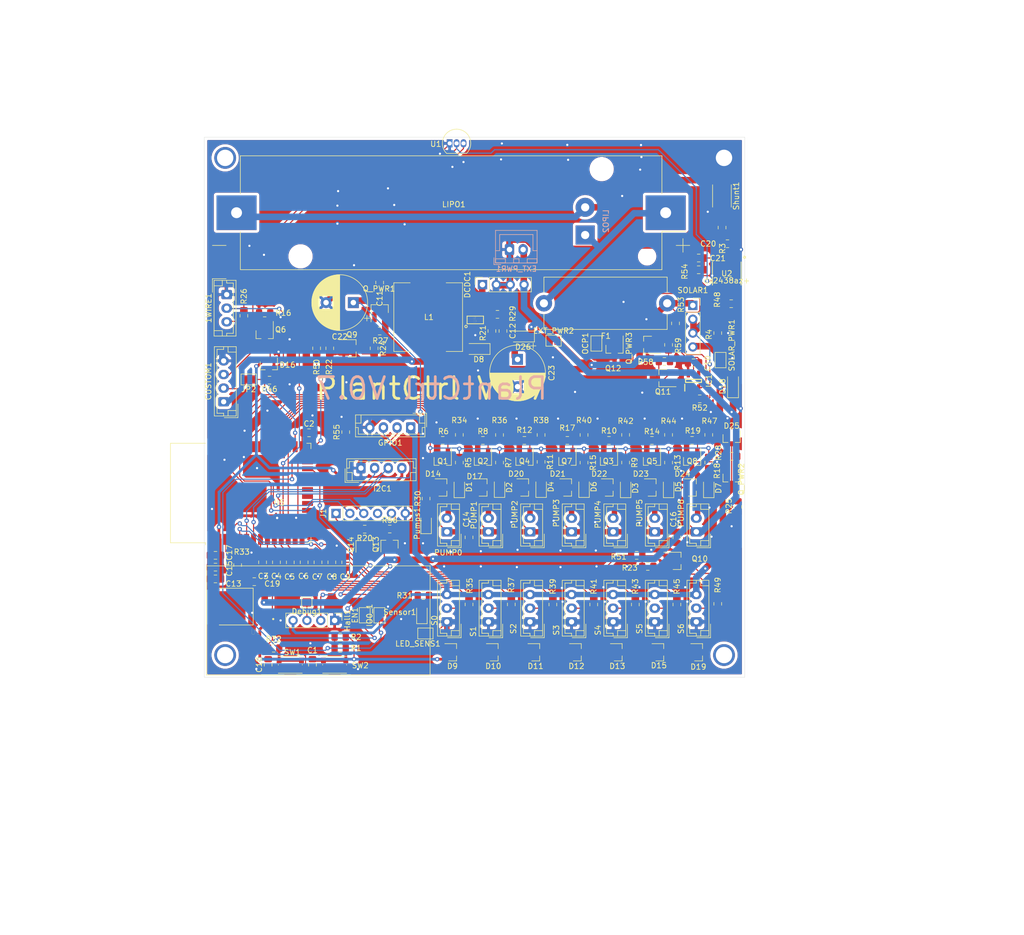
<source format=kicad_pcb>
(kicad_pcb (version 20171130) (host pcbnew "(5.1.5)-3")
  (layers (0 F.Cu signal) (31 B.Cu signal) (34 B.Paste user) (35 F.Paste user) (36 B.SilkS user) (37 F.SilkS user) (38 B.Mask user) (39 F.Mask user) (44 Edge.Cuts user))
  (net 0 "")
  (net 1 PLANT1_PUMP)
  (net 2 PLANT2_PUMP)
  (net 3 PLANT3_PUMP)
  (net 4 PLANT4_PUMP)
  (net 5 PLANT5_PUMP)
  (net 6 PLANT6_PUMP)
  (net 7 GND)
  (net 8 PLANT6_MOIST)
  (net 9 PLANT5_MOIST)
  (net 10 PLANT4_MOIST)
  (net 11 PLANT3_MOIST)
  (net 12 PLANT2_MOIST)
  (net 13 PLANT1_MOIST)
  (net 14 PLANT_CTRL_PUMP_0)
  (net 15 PUMP_PWR)
  (net 16 PWR_PUMP_CONVERTER)
  (net 17 3_3V)
  (net 18 Temp)
  (net 19 PLANT0_PUMP)
  (net 20 CUSTOM_GPIO)
  (net 21 PWR_SENSORS)
  (net 22 PLANT0_MOIST)
  (net 23 "Net-(C1-Pad2)")
  (net 24 "Net-(R35-Pad1)")
  (net 25 PLANT_CTRL_PUMP_1)
  (net 26 "Net-(R37-Pad1)")
  (net 27 PLANT_CTRL_PUMP_2)
  (net 28 "Net-(R39-Pad1)")
  (net 29 PLANT_CTRL_PUMP_3)
  (net 30 "Net-(R41-Pad1)")
  (net 31 PLANT_CTRL_PUMP_4)
  (net 32 "Net-(R43-Pad1)")
  (net 33 PLANT_CTRL_PUMP_5)
  (net 34 "Net-(R45-Pad1)")
  (net 35 PLANT_CTRL_PUMP_6)
  (net 36 "Net-(R49-Pad1)")
  (net 37 PUMP_ENABLE)
  (net 38 SENSORS_ENABLE)
  (net 39 "Net-(C10-Pad2)")
  (net 40 VCC_BATT)
  (net 41 LIPO_OC)
  (net 42 "Net-(D8-Pad2)")
  (net 43 "Net-(IC1-Pad2)")
  (net 44 "Net-(R21-Pad2)")
  (net 45 "Net-(D1-Pad2)")
  (net 46 "Net-(D2-Pad2)")
  (net 47 "Net-(D3-Pad2)")
  (net 48 "Net-(D4-Pad2)")
  (net 49 "Net-(D5-Pad2)")
  (net 50 "Net-(D6-Pad2)")
  (net 51 "Net-(D7-Pad2)")
  (net 52 "Net-(Pumps1-Pad2)")
  (net 53 "Net-(Q1-Pad1)")
  (net 54 "Net-(Q2-Pad1)")
  (net 55 "Net-(Q3-Pad1)")
  (net 56 "Net-(Q4-Pad1)")
  (net 57 "Net-(Q5-Pad1)")
  (net 58 "Net-(Q6-Pad1)")
  (net 59 "Net-(Q7-Pad1)")
  (net 60 "Net-(Q8-Pad1)")
  (net 61 "Net-(Q9-Pad3)")
  (net 62 "Net-(Q9-Pad1)")
  (net 63 "Net-(Q10-Pad3)")
  (net 64 "Net-(Q10-Pad1)")
  (net 65 "Net-(Q_PWR1-Pad1)")
  (net 66 "Net-(Q_PWR2-Pad1)")
  (net 67 "Net-(R31-Pad1)")
  (net 68 "Net-(C12-Pad1)")
  (net 69 "Net-(C19-Pad2)")
  (net 70 VCC)
  (net 71 "Net-(C18-Pad2)")
  (net 72 enable_all)
  (net 73 "Net-(Q_PWR3-Pad1)")
  (net 74 SOLAR_IN)
  (net 75 "Net-(C2-Pad2)")
  (net 76 "Net-(C20-Pad1)")
  (net 77 "Net-(D18-Pad2)")
  (net 78 VCC_BAT_FUSED)
  (net 79 "Net-(I2C1-Pad3)")
  (net 80 "Net-(I2C1-Pad2)")
  (net 81 "Net-(IC1-Pad1)")
  (net 82 SOLAR_GND)
  (net 83 "Net-(R4-Pad1)")
  (net 84 "Net-(C21-Pad1)")
  (net 85 "Net-(CUSTOM1-Pad3)")
  (net 86 "Net-(CUSTOM1-Pad2)")
  (net 87 "Net-(GPIO1-Pad3)")
  (net 88 "Net-(GPIO1-Pad2)")
  (net 89 "Net-(LED_SENS1-Pad1)")
  (net 90 Rsense+)
  (net 91 HALL_TX)
  (net 92 "Net-(Debug1-Pad1)")
  (net 93 EN)
  (net 94 IO0)
  (net 95 RTS)
  (net 96 "Net-(Q13-Pad2)")
  (net 97 DTR)
  (net 98 "Net-(Q14-Pad2)")
  (net 99 ESP_RX)
  (net 100 ESP_TX)
  (module TestPoint:TestPoint_Pad_1.5x1.5mm (layer F.Cu) (at 188.9506 125.984 180)
    (fp_text reference Debug1 (at 0 -1.648) (layer F.SilkS))
    (fp_text value Conn_01x01_Male)
    (pad 1 smd rect (at 0 0 180) (size 1.5 1.5) (layers F.Cu F.Mask) (net 92 "Net-(Debug1-Pad1)"))
  )
  (module Package_TO_SOT_SMD:SOT-23 (layer F.Cu) (at 199.5424 115.3922 90)
    (fp_text reference Q14 (at 0 -2.5 90) (layer F.SilkS))
    (fp_text value BC817)
    (pad 3 smd rect (at 1 0 90) (size 0.9 0.8) (layers F.Cu F.Paste F.Mask) (net 97 DTR))
    (pad 2 smd rect (at -1 0.95 90) (size 0.9 0.8) (layers F.Cu F.Paste F.Mask) (net 98 "Net-(Q14-Pad2)"))
    (pad 1 smd rect (at -1 -0.95 90) (size 0.9 0.8) (layers F.Cu F.Paste F.Mask) (net 94 IO0))
  )
  (module Package_TO_SOT_SMD:SOT-23 (layer F.Cu) (at 204.1144 115.3414 90)
    (fp_text reference Q13 (at 0 -2.5 90) (layer F.SilkS))
    (fp_text value BC817)
    (pad 3 smd rect (at 1 0 90) (size 0.9 0.8) (layers F.Cu F.Paste F.Mask) (net 95 RTS))
    (pad 2 smd rect (at -1 0.95 90) (size 0.9 0.8) (layers F.Cu F.Paste F.Mask) (net 96 "Net-(Q13-Pad2)"))
    (pad 1 smd rect (at -1 -0.95 90) (size 0.9 0.8) (layers F.Cu F.Paste F.Mask) (net 93 EN))
  )
  (module Connector_PinHeader_2.54mm:PinHeader_1x06_P2.54mm_Vertical (layer F.Cu) (at 194.31 109.6518 90)
    (fp_text reference J1 (at 0 -2.33 90) (layer F.SilkS))
    (fp_text value Conn_01x06_Female)
    (pad 6 thru_hole oval (at 0 12.7 90) (size 1.7 1.7) (drill 1) (layers *.Cu *.Mask) (net 7 GND))
    (pad 5 thru_hole oval (at 0 10.16 90) (size 1.7 1.7) (drill 1) (layers *.Cu *.Mask) (net 95 RTS))
    (pad 4 thru_hole oval (at 0 7.62 90) (size 1.7 1.7) (drill 1) (layers *.Cu *.Mask))
    (pad 3 thru_hole oval (at 0 5.08 90) (size 1.7 1.7) (drill 1) (layers *.Cu *.Mask) (net 99 ESP_RX))
    (pad 2 thru_hole oval (at 0 2.54 90) (size 1.7 1.7) (drill 1) (layers *.Cu *.Mask) (net 100 ESP_TX))
    (pad 1 thru_hole rect (at 0 0 90) (size 1.7 1.7) (drill 1) (layers *.Cu *.Mask) (net 97 DTR))
  )
  (module Resistor_SMD:R_0805_2012Metric_Pad1.15x1.40mm_HandSolder (layer F.Cu) (at 204.1652 112.522)
    (fp_text reference R56 (at 0 -1.65) (layer F.SilkS))
    (fp_text value 10k)
    (pad 2 smd roundrect (at 1.025 0) (size 1.15 1.4) (layers F.Cu F.Paste F.Mask) (roundrect_rratio 0.217391) (net 95 RTS))
    (pad 1 smd roundrect (at -1.025 0) (size 1.15 1.4) (layers F.Cu F.Paste F.Mask) (roundrect_rratio 0.217391) (net 98 "Net-(Q14-Pad2)"))
  )
  (module Resistor_SMD:R_0805_2012Metric_Pad1.15x1.40mm_HandSolder (layer F.Cu) (at 199.5678 112.5474 180)
    (fp_text reference R20 (at 0 -1.65) (layer F.SilkS))
    (fp_text value 10k)
    (pad 2 smd roundrect (at 1.025 0 180) (size 1.15 1.4) (layers F.Cu F.Paste F.Mask) (roundrect_rratio 0.217391) (net 97 DTR))
    (pad 1 smd roundrect (at -1.025 0 180) (size 1.15 1.4) (layers F.Cu F.Paste F.Mask) (roundrect_rratio 0.217391) (net 96 "Net-(Q13-Pad2)"))
  )
  (module Jumper:SolderJumper-2_P1.3mm_Bridged_Pad1.0x1.5mm (layer F.Cu) (at 202.2602 128.3462 90)
    (fp_text reference IO0_1 (at 0 -1.8 90) (layer F.SilkS))
    (fp_text value NC)
    (fp_poly (pts (xy -0.25 -0.3) (xy 0.25 -0.3) (xy 0.25 0.3) (xy -0.25 0.3)) (layer F.Cu) (width 0))
    (pad 2 smd rect (at 0.65 0 90) (size 1 1.5) (layers F.Cu F.Mask) (net 94 IO0))
    (pad 1 smd rect (at -0.65 0 90) (size 1 1.5) (layers F.Cu F.Mask) (net 75 "Net-(C2-Pad2)"))
  )
  (module Jumper:SolderJumper-2_P1.3mm_Bridged_Pad1.0x1.5mm (layer F.Cu) (at 199.57288 128.33604 90)
    (fp_text reference EN1 (at 0 -1.8 90) (layer F.SilkS))
    (fp_text value NC)
    (fp_poly (pts (xy -0.25 -0.3) (xy 0.25 -0.3) (xy 0.25 0.3) (xy -0.25 0.3)) (layer F.Cu) (width 0))
    (pad 2 smd rect (at 0.65 0 90) (size 1 1.5) (layers F.Cu F.Mask) (net 93 EN))
    (pad 1 smd rect (at -0.65 0 90) (size 1 1.5) (layers F.Cu F.Mask) (net 69 "Net-(C19-Pad2)"))
  )
  (module Capacitor_SMD:C_0805_2012Metric_Pad1.15x1.40mm_HandSolder (layer F.Cu) (at 266.065 60.198)
    (fp_text reference C20 (at -3.5306 0) (layer F.SilkS))
    (fp_text value 100n)
    (pad 2 smd roundrect (at 1.025 0) (size 1.15 1.4) (layers F.Cu F.Paste F.Mask) (roundrect_rratio 0.217391) (net 90 Rsense+))
    (pad 1 smd roundrect (at -1.025 0) (size 1.15 1.4) (layers F.Cu F.Paste F.Mask) (roundrect_rratio 0.217391) (net 76 "Net-(C20-Pad1)"))
  )
  (module Connector_JST:JST_EH_B4B-EH-A_1x04_P2.50mm_Vertical (layer F.Cu) (at 208.0006 93.9038 180)
    (fp_text reference GPIO1 (at 3.75 -2.8) (layer F.SilkS))
    (fp_text value Conn_01x04_Female)
    (pad 4 thru_hole oval (at 7.5 0 180) (size 1.7 1.95) (drill 0.95) (layers *.Cu *.Mask) (net 7 GND))
    (pad 3 thru_hole oval (at 5 0 180) (size 1.7 1.95) (drill 0.95) (layers *.Cu *.Mask) (net 87 "Net-(GPIO1-Pad3)"))
    (pad 2 thru_hole oval (at 2.5 0 180) (size 1.7 1.95) (drill 0.95) (layers *.Cu *.Mask) (net 88 "Net-(GPIO1-Pad2)"))
    (pad 1 thru_hole roundrect (at 0 0 180) (size 1.7 1.95) (drill 0.95) (layers *.Cu *.Mask) (roundrect_rratio 0.147059) (net 21 PWR_SENSORS))
  )
  (module Capacitor_THT:CP_Radial_D10.0mm_P5.00mm (layer F.Cu) (at 227.584 81.407 270)
    (fp_text reference C23 (at 2.5 -6.25 90) (layer F.SilkS))
    (fp_text value 1000uF)
    (pad 2 thru_hole circle (at 5 0 270) (size 2 2) (drill 1) (layers *.Cu *.Mask) (net 7 GND))
    (pad 1 thru_hole rect (at 0 0 270) (size 2 2) (drill 1) (layers *.Cu *.Mask) (net 68 "Net-(C12-Pad1)"))
  )
  (module Capacitor_THT:CP_Radial_D10.0mm_P5.00mm (layer F.Cu) (at 197.485 70.993 180)
    (fp_text reference C22 (at 2.5 -6.25) (layer F.SilkS))
    (fp_text value 1000uF)
    (pad 2 thru_hole circle (at 5 0 180) (size 2 2) (drill 1) (layers *.Cu *.Mask) (net 7 GND))
    (pad 1 thru_hole rect (at 0 0 180) (size 2 2) (drill 1) (layers *.Cu *.Mask) (net 16 PWR_PUMP_CONVERTER))
  )
  (module Resistor_SMD:R_0805_2012Metric_Pad1.15x1.40mm_HandSolder (layer F.Cu) (at 196.088 94.742 90)
    (fp_text reference R55 (at 0 -1.65 90) (layer F.SilkS))
    (fp_text value 10k)
    (pad 2 smd roundrect (at 1.025 0 90) (size 1.15 1.4) (layers F.Cu F.Paste F.Mask) (roundrect_rratio 0.217391) (net 7 GND))
    (pad 1 smd roundrect (at -1.025 0 90) (size 1.15 1.4) (layers F.Cu F.Paste F.Mask) (roundrect_rratio 0.217391) (net 88 "Net-(GPIO1-Pad2)"))
  )
  (module Resistor_SMD:R_0805_2012Metric_Pad1.15x1.40mm_HandSolder (layer F.Cu) (at 221.234 96.266)
    (fp_text reference R8 (at 0 -1.65) (layer F.SilkS))
    (fp_text value 10k)
    (pad 2 smd roundrect (at 1.025 0) (size 1.15 1.4) (layers F.Cu F.Paste F.Mask) (roundrect_rratio 0.217391) (net 54 "Net-(Q2-Pad1)"))
    (pad 1 smd roundrect (at -1.025 0) (size 1.15 1.4) (layers F.Cu F.Paste F.Mask) (roundrect_rratio 0.217391) (net 7 GND))
  )
  (module Jumper:SolderJumper-2_P1.3mm_Bridged_Pad1.0x1.5mm (layer F.Cu) (at 264.795 81.534 90)
    (fp_text reference SOLAR_PWR1 (at 2.7178 2.0574 90) (layer F.SilkS))
    (fp_text value NC)
    (fp_poly (pts (xy -0.25 -0.3) (xy 0.25 -0.3) (xy 0.25 0.3) (xy -0.25 0.3)) (layer F.Cu) (width 0))
    (pad 2 smd rect (at 0.65 0 90) (size 1 1.5) (layers F.Cu F.Mask) (net 74 SOLAR_IN))
    (pad 1 smd rect (at -0.65 0 90) (size 1 1.5) (layers F.Cu F.Mask) (net 77 "Net-(D18-Pad2)"))
  )
  (module Connector_PinSocket_2.54mm:PinSocket_1x04_P2.54mm_Vertical (layer F.Cu) (at 259.715 71.501)
    (fp_text reference SOLAR1 (at 0 -2.77) (layer F.SilkS))
    (fp_text value Conn_01x04)
    (pad 4 thru_hole oval (at 0 7.62) (size 1.7 1.7) (drill 1) (layers *.Cu *.Mask) (net 74 SOLAR_IN))
    (pad 3 thru_hole oval (at 0 5.08) (size 1.7 1.7) (drill 1) (layers *.Cu *.Mask) (net 82 SOLAR_GND))
    (pad 2 thru_hole oval (at 0 2.54) (size 1.7 1.7) (drill 1) (layers *.Cu *.Mask) (net 82 SOLAR_GND))
    (pad 1 thru_hole rect (at 0 0) (size 1.7 1.7) (drill 1) (layers *.Cu *.Mask) (net 78 VCC_BAT_FUSED))
  )
  (module Jumper:SolderJumper-2_P1.3mm_Open_Pad1.0x1.5mm (layer F.Cu) (at 242.0366 78.486 270)
    (fp_text reference OCP1 (at 0 2.032 90) (layer F.SilkS))
    (fp_text value SolderJumper_2_Open)
    (pad 1 smd rect (at -0.65 0 270) (size 1 1.5) (layers F.Cu F.Mask) (net 82 SOLAR_GND))
    (pad 2 smd rect (at 0.65 0 270) (size 1 1.5) (layers F.Cu F.Mask) (net 7 GND))
  )
  (module Connector_Wire:SolderWirePad_1x02_P5.08mm_Drill1.5mm (layer B.Cu) (at 239.9792 58.5978 90)
    (fp_text reference LIPO2 (at 2.54 3.81 -90) (layer B.SilkS) (effects (justify mirror)))
    (fp_text value Conn_01x02_Female)
    (pad 2 thru_hole circle (at 5.08 0 90) (size 3.50012 3.50012) (drill 1.50114) (layers *.Cu *.Mask) (net 90 Rsense+))
    (pad 1 thru_hole rect (at 0 0 90) (size 3.50012 3.50012) (drill 1.50114) (layers *.Cu *.Mask) (net 40 VCC_BATT))
  )
  (module misc_footprints:BatteryHolder_Keystone_1042_1x18650 (layer F.Cu) (at 215.4066 54.5084 180)
    (fp_text reference LIPO1 (at -0.4934 1.524) (layer F.SilkS))
    (fp_text value Conn_01x02_Female)
    (pad 1 thru_hole rect (at -39.33 0 180) (size 7.34 6.35) (drill 2) (layers *.Cu *.Mask) (net 40 VCC_BATT))
    (pad 2 thru_hole rect (at 39.33 0 180) (size 7.34 6.35) (drill 2) (layers *.Cu *.Mask) (net 90 Rsense+))
    (pad "" np_thru_hole circle (at 27.6 -8 180) (size 3.45 3.45) (drill 3.45) (layers *.Cu *.Mask))
    (pad "" np_thru_hole circle (at -27.6 8 180) (size 3.45 3.45) (drill 3.45) (layers *.Cu *.Mask))
    (pad "" np_thru_hole circle (at -35.93 -8 180) (size 2.39 2.39) (drill 2.39) (layers *.Cu *.Mask))
  )
  (module Jumper:SolderJumper-2_P1.3mm_Bridged_Pad1.0x1.5mm (layer F.Cu) (at 210.693 131.6736)
    (fp_text reference LED_SENS1 (at -1.3716 1.8796) (layer F.SilkS))
    (fp_text value NC)
    (fp_poly (pts (xy -0.25 -0.3) (xy 0.25 -0.3) (xy 0.25 0.3) (xy -0.25 0.3)) (layer F.Cu) (width 0))
    (pad 2 smd rect (at 0.65 0) (size 1 1.5) (layers F.Cu F.Mask) (net 7 GND))
    (pad 1 smd rect (at -0.65 0) (size 1 1.5) (layers F.Cu F.Mask) (net 89 "Net-(LED_SENS1-Pad1)"))
  )
  (module Jumper:SolderJumper-2_P1.3mm_Open_Pad1.0x1.5mm (layer F.Cu) (at 234.188 77.978)
    (fp_text reference EXT_PWR2 (at 0 -1.8) (layer F.SilkS))
    (fp_text value SolderJumper_2_Open)
    (pad 1 smd rect (at -0.65 0) (size 1 1.5) (layers F.Cu F.Mask) (net 15 PUMP_PWR))
    (pad 2 smd rect (at 0.65 0) (size 1 1.5) (layers F.Cu F.Mask) (net 70 VCC))
  )
  (module Connector_JST:JST_XH_B2B-XH-A_1x02_P2.50mm_Vertical (layer B.Cu) (at 226.1108 61.2648)
    (fp_text reference EXT_PWR1 (at 1.25 3.55) (layer B.SilkS) (effects (justify mirror)))
    (fp_text value Conn_01x02)
    (pad 2 thru_hole oval (at 2.5 0) (size 1.7 2) (drill 1) (layers *.Cu *.Mask) (net 15 PUMP_PWR))
    (pad 1 thru_hole roundrect (at 0 0) (size 1.7 2) (drill 1) (layers *.Cu *.Mask) (roundrect_rratio 0.147059) (net 7 GND))
  )
  (module Connector_PinSocket_2.54mm:PinSocket_1x04_P2.54mm_Vertical (layer F.Cu) (at 221.1578 67.691 90)
    (fp_text reference DCDC1 (at 0 -2.77 90) (layer F.SilkS))
    (fp_text value Conn_01x04)
    (pad 4 thru_hole oval (at 0 7.62 90) (size 1.7 1.7) (drill 1) (layers *.Cu *.Mask) (net 15 PUMP_PWR))
    (pad 3 thru_hole oval (at 0 5.08 90) (size 1.7 1.7) (drill 1) (layers *.Cu *.Mask) (net 7 GND))
    (pad 2 thru_hole oval (at 0 2.54 90) (size 1.7 1.7) (drill 1) (layers *.Cu *.Mask) (net 7 GND))
    (pad 1 thru_hole rect (at 0 0 90) (size 1.7 1.7) (drill 1) (layers *.Cu *.Mask) (net 16 PWR_PUMP_CONVERTER))
  )
  (module Connector_JST:JST_EH_B4B-EH-A_1x04_P2.50mm_Vertical (layer F.Cu) (at 173.7106 89.1794 90)
    (fp_text reference CUSTOM1 (at 3.75 -2.8 90) (layer F.SilkS))
    (fp_text value Conn_01x04)
    (pad 4 thru_hole oval (at 7.5 0 90) (size 1.7 1.95) (drill 0.95) (layers *.Cu *.Mask) (net 7 GND))
    (pad 3 thru_hole oval (at 5 0 90) (size 1.7 1.95) (drill 0.95) (layers *.Cu *.Mask) (net 85 "Net-(CUSTOM1-Pad3)"))
    (pad 2 thru_hole oval (at 2.5 0 90) (size 1.7 1.95) (drill 0.95) (layers *.Cu *.Mask) (net 86 "Net-(CUSTOM1-Pad2)"))
    (pad 1 thru_hole roundrect (at 0 0 90) (size 1.7 1.95) (drill 0.95) (layers *.Cu *.Mask) (roundrect_rratio 0.147059) (net 70 VCC))
  )
  (module Connector_JST:JST_EH_B3B-EH-A_1x03_P2.50mm_Vertical (layer F.Cu) (at 174.2694 69.5198 270)
    (fp_text reference 1WIRE1 (at 2.4892 3.302 90) (layer F.SilkS))
    (fp_text value Conn_01x03)
    (pad 3 thru_hole oval (at 5 0 270) (size 1.7 1.95) (drill 0.95) (layers *.Cu *.Mask) (net 17 3_3V))
    (pad 2 thru_hole oval (at 2.5 0 270) (size 1.7 1.95) (drill 0.95) (layers *.Cu *.Mask) (net 18 Temp))
    (pad 1 thru_hole roundrect (at 0 0 270) (size 1.7 1.95) (drill 0.95) (layers *.Cu *.Mask) (roundrect_rratio 0.147059) (net 7 GND))
  )
  (module misc_footprints:ds2438az&plus_ (layer F.Cu) (at 265.938 65.659 270)
    (fp_text reference U2 (at 0 0 180) (layer F.SilkS))
    (fp_text value ds2438az+ (at 1.2954 0 180) (layer F.SilkS))
    (fp_text user * (at -2.97815 -3.5814 90) (layer F.SilkS))
    (fp_text user * (at -2.97815 -3.5814 90) (layer F.SilkS))
    (pad 8 smd rect (at 2.72415 -1.905 270) (size 1.4605 0.5334) (layers F.Cu F.Paste F.Mask) (net 18 Temp))
    (pad 7 smd rect (at 2.72415 -0.635 270) (size 1.4605 0.5334) (layers F.Cu F.Paste F.Mask))
    (pad 6 smd rect (at 2.72415 0.635 270) (size 1.4605 0.5334) (layers F.Cu F.Paste F.Mask))
    (pad 5 smd rect (at 2.72415 1.905 270) (size 1.4605 0.5334) (layers F.Cu F.Paste F.Mask) (net 70 VCC))
    (pad 4 smd rect (at -2.72415 1.905 270) (size 1.4605 0.5334) (layers F.Cu F.Paste F.Mask) (net 84 "Net-(C21-Pad1)"))
    (pad 3 smd rect (at -2.72415 0.635 270) (size 1.4605 0.5334) (layers F.Cu F.Paste F.Mask) (net 76 "Net-(C20-Pad1)"))
    (pad 2 smd rect (at -2.72415 -0.635 270) (size 1.4605 0.5334) (layers F.Cu F.Paste F.Mask) (net 90 Rsense+))
    (pad 1 smd rect (at -2.72415 -1.905 270) (size 1.4605 0.5334) (layers F.Cu F.Paste F.Mask) (net 7 GND))
  )
  (module Resistor_SMD:R_0805_2012Metric_Pad1.15x1.40mm_HandSolder (layer F.Cu) (at 260.7818 64.9732)
    (fp_text reference R54 (at -2.5564 0.3302 270) (layer F.SilkS))
    (fp_text value 100k)
    (pad 2 smd roundrect (at 1.025 0) (size 1.15 1.4) (layers F.Cu F.Paste F.Mask) (roundrect_rratio 0.217391) (net 84 "Net-(C21-Pad1)"))
    (pad 1 smd roundrect (at -1.025 0) (size 1.15 1.4) (layers F.Cu F.Paste F.Mask) (roundrect_rratio 0.217391) (net 83 "Net-(R4-Pad1)"))
  )
  (module Capacitor_SMD:C_0805_2012Metric_Pad1.15x1.40mm_HandSolder (layer F.Cu) (at 260.7908 62.8142 180)
    (fp_text reference C21 (at -3.5052 -0.0508) (layer F.SilkS))
    (fp_text value 100n)
    (pad 2 smd roundrect (at 1.025 0 180) (size 1.15 1.4) (layers F.Cu F.Paste F.Mask) (roundrect_rratio 0.217391) (net 7 GND))
    (pad 1 smd roundrect (at -1.025 0 180) (size 1.15 1.4) (layers F.Cu F.Paste F.Mask) (roundrect_rratio 0.217391) (net 84 "Net-(C21-Pad1)"))
  )
  (module Resistor_SMD:R_2512_6332Metric (layer F.Cu) (at 265.049 51.435 270)
    (fp_text reference Shunt1 (at 0 -2.62 90) (layer F.SilkS))
    (fp_text value 0.100)
    (pad 1 smd roundrect (at -2.9 0 270) (size 1.35 3.35) (layers F.Cu F.Paste F.Mask) (roundrect_rratio 0.185185) (net 90 Rsense+))
    (pad 2 smd roundrect (at 2.9 0 270) (size 1.35 3.35) (layers F.Cu F.Paste F.Mask) (roundrect_rratio 0.185185) (net 7 GND))
  )
  (module Resistor_SMD:R_0805_2012Metric_Pad1.15x1.40mm_HandSolder (layer F.Cu) (at 266.7508 71.1962 180)
    (fp_text reference R48 (at 2.5654 0.7366 270) (layer F.SilkS))
    (fp_text value 10k)
    (pad 2 smd roundrect (at 1.025 0 180) (size 1.15 1.4) (layers F.Cu F.Paste F.Mask) (roundrect_rratio 0.217391) (net 83 "Net-(R4-Pad1)"))
    (pad 1 smd roundrect (at -1.025 0 180) (size 1.15 1.4) (layers F.Cu F.Paste F.Mask) (roundrect_rratio 0.217391) (net 90 Rsense+))
  )
  (module Resistor_SMD:R_0805_2012Metric_Pad1.15x1.40mm_HandSolder (layer F.Cu) (at 264.287 76.581 270)
    (fp_text reference R4 (at 0.254 1.6256 90) (layer F.SilkS))
    (fp_text value 10k)
    (pad 2 smd roundrect (at 1.025 0 270) (size 1.15 1.4) (layers F.Cu F.Paste F.Mask) (roundrect_rratio 0.217391) (net 74 SOLAR_IN))
    (pad 1 smd roundrect (at -1.025 0 270) (size 1.15 1.4) (layers F.Cu F.Paste F.Mask) (roundrect_rratio 0.217391) (net 83 "Net-(R4-Pad1)"))
  )
  (module Resistor_SMD:R_0805_2012Metric_Pad1.15x1.40mm_HandSolder (layer F.Cu) (at 265.0744 57.2352 270)
    (fp_text reference R3 (at 3.8354 -0.0762 90) (layer F.SilkS))
    (fp_text value 100k)
    (pad 2 smd roundrect (at 1.025 0 270) (size 1.15 1.4) (layers F.Cu F.Paste F.Mask) (roundrect_rratio 0.217391) (net 76 "Net-(C20-Pad1)"))
    (pad 1 smd roundrect (at -1.025 0 270) (size 1.15 1.4) (layers F.Cu F.Paste F.Mask) (roundrect_rratio 0.217391) (net 7 GND))
  )
  (module Connector_JST:JST_EH_B4B-EH-A_1x04_P2.50mm_Vertical (layer F.Cu) (at 198.882 101.346)
    (fp_text reference I2C1 (at 3.937 3.7592) (layer F.SilkS))
    (fp_text value Conn_01x04_Female)
    (pad 4 thru_hole oval (at 7.5 0) (size 1.7 1.95) (drill 0.95) (layers *.Cu *.Mask) (net 17 3_3V))
    (pad 3 thru_hole oval (at 5 0) (size 1.7 1.95) (drill 0.95) (layers *.Cu *.Mask) (net 79 "Net-(I2C1-Pad3)"))
    (pad 2 thru_hole oval (at 2.5 0) (size 1.7 1.95) (drill 0.95) (layers *.Cu *.Mask) (net 80 "Net-(I2C1-Pad2)"))
    (pad 1 thru_hole roundrect (at 0 0) (size 1.7 1.95) (drill 0.95) (layers *.Cu *.Mask) (roundrect_rratio 0.147059) (net 7 GND))
  )
  (module Diode_SMD:D_SOD-123F (layer F.Cu) (at 267.081 86.233 90)
    (fp_text reference D18 (at -0.127 -1.905 90) (layer F.SilkS))
    (fp_text value "40V >2A")
    (pad 2 smd rect (at 1.4 0 90) (size 1.1 1.1) (layers F.Cu F.Paste F.Mask) (net 77 "Net-(D18-Pad2)"))
    (pad 1 smd rect (at -1.4 0 90) (size 1.1 1.1) (layers F.Cu F.Paste F.Mask) (net 15 PUMP_PWR))
  )
  (module Package_TO_SOT_SMD:SOT-23_Handsoldering (layer F.Cu) (at 266.827 103.124 270)
    (fp_text reference Q_PWR2 (at 0.254 -1.778 90) (layer F.SilkS))
    (fp_text value "P-channel 50v 4A")
    (pad 3 smd rect (at 1.5 0 270) (size 1.9 0.8) (layers F.Cu F.Paste F.Mask) (net 21 PWR_SENSORS))
    (pad 2 smd rect (at -1.5 0.95 270) (size 1.9 0.8) (layers F.Cu F.Paste F.Mask) (net 70 VCC))
    (pad 1 smd rect (at -1.5 -0.95 270) (size 1.9 0.8) (layers F.Cu F.Paste F.Mask) (net 66 "Net-(Q_PWR2-Pad1)"))
  )
  (module misc_footprints:SOT-23-6 (layer F.Cu) (at 219.837 74.168 90)
    (fp_text reference U4 (at 0.076237 -0.079439 270) (layer F.SilkS) (effects (font (size 0.600291 0.600291) (thickness 0.015))))
    (fp_text value SX1308)
    (pad 5 smd rect (at 1.35 0 90) (size 1 0.55) (layers F.Cu F.Paste F.Mask) (net 16 PWR_PUMP_CONVERTER))
    (pad 6 smd rect (at 1.35 -0.95 90) (size 1 0.55) (layers F.Cu F.Paste F.Mask))
    (pad 4 smd rect (at 1.35 0.95 90) (size 1 0.55) (layers F.Cu F.Paste F.Mask) (net 16 PWR_PUMP_CONVERTER))
    (pad 3 smd rect (at -1.35 0.95 90) (size 1 0.55) (layers F.Cu F.Paste F.Mask) (net 44 "Net-(R21-Pad2)"))
    (pad 1 smd rect (at -1.35 -0.95 90) (size 1 0.55) (layers F.Cu F.Paste F.Mask) (net 42 "Net-(D8-Pad2)"))
    (pad 2 smd rect (at -1.35 0 90) (size 1 0.55) (layers F.Cu F.Paste F.Mask) (net 7 GND))
  )
  (module ESP32:DPAK457P991X255-3N (layer F.Cu) (at 176.784 126.746 180)
    (fp_text reference U3 (at -2.825 -4.635) (layer F.SilkS) (effects (font (thickness 0.015))))
    (fp_text value LP38690DT-3.3)
    (pad 4 smd rect (at 2.32 0 180) (size 6.49 5.63) (layers F.Cu F.Mask) (net 7 GND))
    (pad 3 smd rect (at -4.45 2.285 180) (size 2.22 0.96) (layers F.Cu F.Paste F.Mask) (net 70 VCC))
    (pad 1 smd rect (at -4.45 -2.285 180) (size 2.22 0.96) (layers F.Cu F.Paste F.Mask) (net 17 3_3V))
  )
  (module Resistor_SMD:R_0805_2012Metric_Pad1.15x1.40mm_HandSolder (layer F.Cu) (at 256.54 74.803 270)
    (fp_text reference R53 (at -3.429 -1.016 90) (layer F.SilkS))
    (fp_text value 100)
    (pad 2 smd roundrect (at 1.025 0 270) (size 1.15 1.4) (layers F.Cu F.Paste F.Mask) (roundrect_rratio 0.217391) (net 39 "Net-(C10-Pad2)"))
    (pad 1 smd roundrect (at -1.025 0 270) (size 1.15 1.4) (layers F.Cu F.Paste F.Mask) (roundrect_rratio 0.217391) (net 78 VCC_BAT_FUSED))
  )
  (module Resistor_SMD:R_0805_2012Metric_Pad1.15x1.40mm_HandSolder (layer F.Cu) (at 260.985 88.646 180)
    (fp_text reference R52 (at 0 -1.65) (layer F.SilkS))
    (fp_text value 1k)
    (pad 2 smd roundrect (at 1.025 0 180) (size 1.15 1.4) (layers F.Cu F.Paste F.Mask) (roundrect_rratio 0.217391) (net 43 "Net-(IC1-Pad2)"))
    (pad 1 smd roundrect (at -1.025 0 180) (size 1.15 1.4) (layers F.Cu F.Paste F.Mask) (roundrect_rratio 0.217391) (net 82 SOLAR_GND))
  )
  (module Resistor_SMD:R_0805_2012Metric_Pad1.15x1.40mm_HandSolder (layer F.Cu) (at 249.428 117.348 180)
    (fp_text reference R51 (at 3.302 -0.254) (layer F.SilkS))
    (fp_text value 1k)
    (pad 2 smd roundrect (at 1.025 0 180) (size 1.15 1.4) (layers F.Cu F.Paste F.Mask) (roundrect_rratio 0.217391) (net 38 SENSORS_ENABLE))
    (pad 1 smd roundrect (at -1.025 0 180) (size 1.15 1.4) (layers F.Cu F.Paste F.Mask) (roundrect_rratio 0.217391) (net 64 "Net-(Q10-Pad1)"))
  )
  (module Resistor_SMD:R_0805_2012Metric_Pad1.15x1.40mm_HandSolder (layer F.Cu) (at 190.754 79.375 270)
    (fp_text reference R50 (at 3.429 0 90) (layer F.SilkS))
    (fp_text value 1k)
    (pad 2 smd roundrect (at 1.025 0 270) (size 1.15 1.4) (layers F.Cu F.Paste F.Mask) (roundrect_rratio 0.217391) (net 37 PUMP_ENABLE))
    (pad 1 smd roundrect (at -1.025 0 270) (size 1.15 1.4) (layers F.Cu F.Paste F.Mask) (roundrect_rratio 0.217391) (net 62 "Net-(Q9-Pad1)"))
  )
  (module Resistor_SMD:R_0805_2012Metric_Pad1.15x1.40mm_HandSolder (layer F.Cu) (at 182.118 85.217 180)
    (fp_text reference R46 (at 0 -1.65) (layer F.SilkS))
    (fp_text value 1k)
    (pad 2 smd roundrect (at 1.025 0 180) (size 1.15 1.4) (layers F.Cu F.Paste F.Mask) (roundrect_rratio 0.217391) (net 20 CUSTOM_GPIO))
    (pad 1 smd roundrect (at -1.025 0 180) (size 1.15 1.4) (layers F.Cu F.Paste F.Mask) (roundrect_rratio 0.217391) (net 58 "Net-(Q6-Pad1)"))
  )
  (module Resistor_SMD:R_0805_2012Metric_Pad1.15x1.40mm_HandSolder (layer F.Cu) (at 223.901 73.152)
    (fp_text reference R29 (at 2.794 -0.127 90) (layer F.SilkS))
    (fp_text value 1k)
    (pad 2 smd roundrect (at 1.025 0) (size 1.15 1.4) (layers F.Cu F.Paste F.Mask) (roundrect_rratio 0.217391) (net 7 GND))
    (pad 1 smd roundrect (at -1.025 0) (size 1.15 1.4) (layers F.Cu F.Paste F.Mask) (roundrect_rratio 0.217391) (net 44 "Net-(R21-Pad2)"))
  )
  (module Resistor_SMD:R_0805_2012Metric_Pad1.15x1.40mm_HandSolder (layer F.Cu) (at 266.827 99.187 180)
    (fp_text reference R28 (at 2.413 0.635 90) (layer F.SilkS))
    (fp_text value 10k)
    (pad 2 smd roundrect (at 1.025 0 180) (size 1.15 1.4) (layers F.Cu F.Paste F.Mask) (roundrect_rratio 0.217391) (net 70 VCC))
    (pad 1 smd roundrect (at -1.025 0 180) (size 1.15 1.4) (layers F.Cu F.Paste F.Mask) (roundrect_rratio 0.217391) (net 66 "Net-(Q_PWR2-Pad1)"))
  )
  (module Resistor_SMD:R_0805_2012Metric_Pad1.15x1.40mm_HandSolder (layer F.Cu) (at 202.311 76.2)
    (fp_text reference R27 (at 0.127 1.778) (layer F.SilkS))
    (fp_text value 10k)
    (pad 2 smd roundrect (at 1.025 0) (size 1.15 1.4) (layers F.Cu F.Paste F.Mask) (roundrect_rratio 0.217391) (net 70 VCC))
    (pad 1 smd roundrect (at -1.025 0) (size 1.15 1.4) (layers F.Cu F.Paste F.Mask) (roundrect_rratio 0.217391) (net 65 "Net-(Q_PWR1-Pad1)"))
  )
  (module Resistor_SMD:R_0805_2012Metric_Pad1.15x1.40mm_HandSolder (layer F.Cu) (at 177.419 73.406 270)
    (fp_text reference R26 (at -3.556 0 90) (layer F.SilkS))
    (fp_text value 4k7)
    (pad 2 smd roundrect (at 1.025 0 270) (size 1.15 1.4) (layers F.Cu F.Paste F.Mask) (roundrect_rratio 0.217391) (net 17 3_3V))
    (pad 1 smd roundrect (at -1.025 0 270) (size 1.15 1.4) (layers F.Cu F.Paste F.Mask) (roundrect_rratio 0.217391) (net 18 Temp))
  )
  (module Resistor_SMD:R_0805_2012Metric_Pad1.15x1.40mm_HandSolder (layer F.Cu) (at 267.97 108.458 270)
    (fp_text reference R25 (at -0.127 1.651 90) (layer F.SilkS))
    (fp_text value 10k)
    (pad 2 smd roundrect (at 1.025 0 270) (size 1.15 1.4) (layers F.Cu F.Paste F.Mask) (roundrect_rratio 0.217391) (net 63 "Net-(Q10-Pad3)"))
    (pad 1 smd roundrect (at -1.025 0 270) (size 1.15 1.4) (layers F.Cu F.Paste F.Mask) (roundrect_rratio 0.217391) (net 66 "Net-(Q_PWR2-Pad1)"))
  )
  (module Resistor_SMD:R_0805_2012Metric_Pad1.15x1.40mm_HandSolder (layer F.Cu) (at 201.295 79.375 270)
    (fp_text reference R24 (at 0 -1.65 90) (layer F.SilkS))
    (fp_text value 10k)
    (pad 2 smd roundrect (at 1.025 0 270) (size 1.15 1.4) (layers F.Cu F.Paste F.Mask) (roundrect_rratio 0.217391) (net 61 "Net-(Q9-Pad3)"))
    (pad 1 smd roundrect (at -1.025 0 270) (size 1.15 1.4) (layers F.Cu F.Paste F.Mask) (roundrect_rratio 0.217391) (net 65 "Net-(Q_PWR1-Pad1)"))
  )
  (module Resistor_SMD:R_0805_2012Metric_Pad1.15x1.40mm_HandSolder (layer F.Cu) (at 251.46 119.38)
    (fp_text reference R23 (at -3.302 0.254) (layer F.SilkS))
    (fp_text value 10k)
    (pad 2 smd roundrect (at 1.025 0) (size 1.15 1.4) (layers F.Cu F.Paste F.Mask) (roundrect_rratio 0.217391) (net 7 GND))
    (pad 1 smd roundrect (at -1.025 0) (size 1.15 1.4) (layers F.Cu F.Paste F.Mask) (roundrect_rratio 0.217391) (net 64 "Net-(Q10-Pad1)"))
  )
  (module Resistor_SMD:R_0805_2012Metric_Pad1.15x1.40mm_HandSolder (layer F.Cu) (at 193.167 79.375 270)
    (fp_text reference R22 (at 3.429 0.127 90) (layer F.SilkS))
    (fp_text value 10k)
    (pad 2 smd roundrect (at 1.025 0 270) (size 1.15 1.4) (layers F.Cu F.Paste F.Mask) (roundrect_rratio 0.217391) (net 7 GND))
    (pad 1 smd roundrect (at -1.025 0 270) (size 1.15 1.4) (layers F.Cu F.Paste F.Mask) (roundrect_rratio 0.217391) (net 62 "Net-(Q9-Pad1)"))
  )
  (module Resistor_SMD:R_0805_2012Metric_Pad1.15x1.40mm_HandSolder (layer F.Cu) (at 222.885 76.2 90)
    (fp_text reference R21 (at -0.381 -1.65 90) (layer F.SilkS))
    (fp_text value 19k-19.5K)
    (pad 2 smd roundrect (at 1.025 0 90) (size 1.15 1.4) (layers F.Cu F.Paste F.Mask) (roundrect_rratio 0.217391) (net 44 "Net-(R21-Pad2)"))
    (pad 1 smd roundrect (at -1.025 0 90) (size 1.15 1.4) (layers F.Cu F.Paste F.Mask) (roundrect_rratio 0.217391) (net 68 "Net-(C12-Pad1)"))
  )
  (module Resistor_SMD:R_0805_2012Metric_Pad1.15x1.40mm_HandSolder (layer F.Cu) (at 181.229 72.898 180)
    (fp_text reference R16 (at -3.429 0) (layer F.SilkS))
    (fp_text value 10k)
    (pad 2 smd roundrect (at 1.025 0 180) (size 1.15 1.4) (layers F.Cu F.Paste F.Mask) (roundrect_rratio 0.217391) (net 7 GND))
    (pad 1 smd roundrect (at -1.025 0 180) (size 1.15 1.4) (layers F.Cu F.Paste F.Mask) (roundrect_rratio 0.217391) (net 58 "Net-(Q6-Pad1)"))
  )
  (module Package_TO_SOT_SMD:SOT-23_Handsoldering (layer F.Cu) (at 202.311 72.136 90)
    (fp_text reference Q_PWR1 (at 3.683 -0.127 180) (layer F.SilkS))
    (fp_text value "P-channel 50v 4A")
    (pad 3 smd rect (at 1.5 0 90) (size 1.9 0.8) (layers F.Cu F.Paste F.Mask) (net 16 PWR_PUMP_CONVERTER))
    (pad 2 smd rect (at -1.5 0.95 90) (size 1.9 0.8) (layers F.Cu F.Paste F.Mask) (net 70 VCC))
    (pad 1 smd rect (at -1.5 -0.95 90) (size 1.9 0.8) (layers F.Cu F.Paste F.Mask) (net 65 "Net-(Q_PWR1-Pad1)"))
  )
  (module Package_TO_SOT_SMD:SOT-23_Handsoldering (layer F.Cu) (at 245.364 79.502 270)
    (fp_text reference Q12 (at 3.556 0.254 180) (layer F.SilkS))
    (fp_text value "N-channel 30V 5A")
    (pad 3 smd rect (at 1.5 0 270) (size 1.9 0.8) (layers F.Cu F.Paste F.Mask) (net 7 GND))
    (pad 2 smd rect (at -1.5 0.95 270) (size 1.9 0.8) (layers F.Cu F.Paste F.Mask) (net 82 SOLAR_GND))
    (pad 1 smd rect (at -1.5 -0.95 270) (size 1.9 0.8) (layers F.Cu F.Paste F.Mask) (net 41 LIPO_OC))
  )
  (module Package_TO_SOT_SMD:SOT-23_Handsoldering (layer F.Cu) (at 254.254 84.836 180)
    (fp_text reference Q11 (at 0 -2.5) (layer F.SilkS))
    (fp_text value "N-channel 30V 5A")
    (pad 3 smd rect (at 1.5 0 180) (size 1.9 0.8) (layers F.Cu F.Paste F.Mask) (net 72 enable_all))
    (pad 2 smd rect (at -1.5 0.95 180) (size 1.9 0.8) (layers F.Cu F.Paste F.Mask) (net 7 GND))
    (pad 1 smd rect (at -1.5 -0.95 180) (size 1.9 0.8) (layers F.Cu F.Paste F.Mask) (net 81 "Net-(IC1-Pad1)"))
  )
  (module Package_TO_SOT_SMD:SOT-23_Handsoldering (layer F.Cu) (at 256.794 118.364)
    (fp_text reference Q10 (at 4.191 -0.381) (layer F.SilkS))
    (fp_text value "N-channel 30V 5A")
    (pad 3 smd rect (at 1.5 0) (size 1.9 0.8) (layers F.Cu F.Paste F.Mask) (net 63 "Net-(Q10-Pad3)"))
    (pad 2 smd rect (at -1.5 0.95) (size 1.9 0.8) (layers F.Cu F.Paste F.Mask) (net 7 GND))
    (pad 1 smd rect (at -1.5 -0.95) (size 1.9 0.8) (layers F.Cu F.Paste F.Mask) (net 64 "Net-(Q10-Pad1)"))
  )
  (module Package_TO_SOT_SMD:SOT-23_Handsoldering (layer F.Cu) (at 197.231 79.375)
    (fp_text reference Q9 (at 0 -2.5) (layer F.SilkS))
    (fp_text value "N-channel 30V 5A")
    (pad 3 smd rect (at 1.5 0) (size 1.9 0.8) (layers F.Cu F.Paste F.Mask) (net 61 "Net-(Q9-Pad3)"))
    (pad 2 smd rect (at -1.5 0.95) (size 1.9 0.8) (layers F.Cu F.Paste F.Mask) (net 7 GND))
    (pad 1 smd rect (at -1.5 -0.95) (size 1.9 0.8) (layers F.Cu F.Paste F.Mask) (net 62 "Net-(Q9-Pad1)"))
  )
  (module Package_TO_SOT_SMD:SOT-23_Handsoldering (layer F.Cu) (at 181.229 76.835 270)
    (fp_text reference Q6 (at -0.889 -2.921 180) (layer F.SilkS))
    (fp_text value "N-channel 30V 5A")
    (pad 3 smd rect (at 1.5 0 270) (size 1.9 0.8) (layers F.Cu F.Paste F.Mask) (net 85 "Net-(CUSTOM1-Pad3)"))
    (pad 2 smd rect (at -1.5 0.95 270) (size 1.9 0.8) (layers F.Cu F.Paste F.Mask) (net 7 GND))
    (pad 1 smd rect (at -1.5 -0.95 270) (size 1.9 0.8) (layers F.Cu F.Paste F.Mask) (net 58 "Net-(Q6-Pad1)"))
  )
  (module Inductor_SMD:L_12x12mm_H4.5mm (layer F.Cu) (at 211.201 73.66 270)
    (fp_text reference L1 (at 0 -0.127 180) (layer F.SilkS))
    (fp_text value "4A 5-22uH min DCR")
    (pad 2 smd rect (at 4.95 0 270) (size 2.9 5.4) (layers F.Cu F.Paste F.Mask) (net 42 "Net-(D8-Pad2)"))
    (pad 1 smd rect (at -4.95 0 270) (size 2.9 5.4) (layers F.Cu F.Paste F.Mask) (net 16 PWR_PUMP_CONVERTER))
  )
  (module Jumper:SolderJumper-2_P1.3mm_Open_Pad1.0x1.5mm (layer F.Cu) (at 178.308 85.09 180)
    (fp_text reference JP2 (at 0 -1.8) (layer F.SilkS))
    (fp_text value SolderJumper_2_Open)
    (pad 1 smd rect (at -0.65 0 180) (size 1 1.5) (layers F.Cu F.Mask) (net 20 CUSTOM_GPIO))
    (pad 2 smd rect (at 0.65 0 180) (size 1 1.5) (layers F.Cu F.Mask) (net 86 "Net-(CUSTOM1-Pad2)"))
  )
  (module misc_footprints:SOT95P280X135-6N (layer F.Cu) (at 259.842 85.344 90)
    (fp_text reference IC1 (at 0 2.8448 90) (layer F.SilkS))
    (fp_text value DW01)
    (pad 6 smd rect (at 1.25 -0.95 90) (size 1.25 0.6) (layers F.Cu F.Paste F.Mask) (net 7 GND))
    (pad 5 smd rect (at 1.25 0 90) (size 1.25 0.6) (layers F.Cu F.Paste F.Mask) (net 39 "Net-(C10-Pad2)"))
    (pad 4 smd rect (at 1.25 0.95 90) (size 1.25 0.6) (layers F.Cu F.Paste F.Mask))
    (pad 3 smd rect (at -1.25 0.95 90) (size 1.25 0.6) (layers F.Cu F.Paste F.Mask) (net 41 LIPO_OC))
    (pad 2 smd rect (at -1.25 0 90) (size 1.25 0.6) (layers F.Cu F.Paste F.Mask) (net 43 "Net-(IC1-Pad2)"))
    (pad 1 smd rect (at -1.25 -0.95 90) (size 1.25 0.6) (layers F.Cu F.Paste F.Mask) (net 81 "Net-(IC1-Pad1)"))
  )
  (module ESP32:SR04M-2PinHeader_1x04_P2.54mm_Vertical (layer F.Cu) (at 194.056 129.286 270)
    (fp_text reference Hall1 (at 0 -2.33 90) (layer F.SilkS))
    (fp_text value Conn_01x04)
    (pad 4 thru_hole oval (at 0 7.62 270) (size 1.7 1.7) (drill 1) (layers *.Cu *.Mask) (net 21 PWR_SENSORS))
    (pad 3 thru_hole oval (at 0 5.08 270) (size 1.7 1.7) (drill 1) (layers *.Cu *.Mask) (net 92 "Net-(Debug1-Pad1)"))
    (pad 2 thru_hole oval (at 0 2.54 270) (size 1.7 1.7) (drill 1) (layers *.Cu *.Mask) (net 91 HALL_TX))
    (pad 1 thru_hole rect (at 0 0 270) (size 1.7 1.7) (drill 1) (layers *.Cu *.Mask) (net 7 GND))
  )
  (module Diode_SMD:D_SOD-123F (layer F.Cu) (at 228.473 77.216 180)
    (fp_text reference D26 (at -0.127 -1.905) (layer F.SilkS))
    (fp_text value "40V >2A")
    (pad 2 smd rect (at 1.4 0 180) (size 1.1 1.1) (layers F.Cu F.Paste F.Mask) (net 68 "Net-(C12-Pad1)"))
    (pad 1 smd rect (at -1.4 0 180) (size 1.1 1.1) (layers F.Cu F.Paste F.Mask) (net 15 PUMP_PWR))
  )
  (module Package_TO_SOT_SMD:SOT-23 (layer F.Cu) (at 266.827 95.885 270)
    (fp_text reference D25 (at -2.286 0 180) (layer F.SilkS))
    (fp_text value BAS40-04)
    (pad 3 smd rect (at 1 0 270) (size 0.9 0.8) (layers F.Cu F.Paste F.Mask) (net 21 PWR_SENSORS))
    (pad 2 smd rect (at -1 0.95 270) (size 0.9 0.8) (layers F.Cu F.Paste F.Mask) (net 70 VCC))
    (pad 1 smd rect (at -1 -0.95 270) (size 0.9 0.8) (layers F.Cu F.Paste F.Mask) (net 7 GND))
  )
  (module Package_TO_SOT_SMD:SOT-23 (layer F.Cu) (at 181.991 82.55 270)
    (fp_text reference D16 (at -0.127 -3.429 180) (layer F.SilkS))
    (fp_text value BAS40-04)
    (pad 3 smd rect (at 1 0 270) (size 0.9 0.8) (layers F.Cu F.Paste F.Mask) (net 20 CUSTOM_GPIO))
    (pad 2 smd rect (at -1 0.95 270) (size 0.9 0.8) (layers F.Cu F.Paste F.Mask) (net 17 3_3V))
    (pad 1 smd rect (at -1 -0.95 270) (size 0.9 0.8) (layers F.Cu F.Paste F.Mask) (net 7 GND))
  )
  (module Diode_SMD:D_SOD-123F (layer F.Cu) (at 220.345 79.502 180)
    (fp_text reference D8 (at -0.127 -1.905) (layer F.SilkS))
    (fp_text value "40V >2A")
    (pad 2 smd rect (at 1.4 0 180) (size 1.1 1.1) (layers F.Cu F.Paste F.Mask) (net 42 "Net-(D8-Pad2)"))
    (pad 1 smd rect (at -1.4 0 180) (size 1.1 1.1) (layers F.Cu F.Paste F.Mask) (net 68 "Net-(C12-Pad1)"))
  )
  (module Capacitor_SMD:C_0805_2012Metric_Pad1.15x1.40mm_HandSolder (layer F.Cu) (at 172.212 121.666 180)
    (fp_text reference C13 (at -3.302 -0.889 180) (layer F.SilkS))
    (fp_text value 22uf)
    (pad 2 smd roundrect (at 1.025 0 180) (size 1.15 1.4) (layers F.Cu F.Paste F.Mask) (roundrect_rratio 0.217391) (net 7 GND))
    (pad 1 smd roundrect (at -1.025 0 180) (size 1.15 1.4) (layers F.Cu F.Paste F.Mask) (roundrect_rratio 0.217391) (net 17 3_3V))
  )
  (module Capacitor_SMD:C_0805_2012Metric_Pad1.15x1.40mm_HandSolder (layer F.Cu) (at 224.917 76.2 90)
    (fp_text reference C12 (at 0 1.778 90) (layer F.SilkS))
    (fp_text value 22uf)
    (pad 2 smd roundrect (at 1.025 0 90) (size 1.15 1.4) (layers F.Cu F.Paste F.Mask) (roundrect_rratio 0.217391) (net 7 GND))
    (pad 1 smd roundrect (at -1.025 0 90) (size 1.15 1.4) (layers F.Cu F.Paste F.Mask) (roundrect_rratio 0.217391) (net 68 "Net-(C12-Pad1)"))
  )
  (module Capacitor_SMD:C_0805_2012Metric_Pad1.15x1.40mm_HandSolder (layer F.Cu) (at 202.311 67.31 90)
    (fp_text reference C11 (at -2.921 0 90) (layer F.SilkS))
    (fp_text value 22uf)
    (pad 2 smd roundrect (at 1.025 0 90) (size 1.15 1.4) (layers F.Cu F.Paste F.Mask) (roundrect_rratio 0.217391) (net 7 GND))
    (pad 1 smd roundrect (at -1.025 0 90) (size 1.15 1.4) (layers F.Cu F.Paste F.Mask) (roundrect_rratio 0.217391) (net 16 PWR_PUMP_CONVERTER))
  )
  (module Capacitor_SMD:C_0805_2012Metric_Pad1.15x1.40mm_HandSolder (layer F.Cu) (at 259.842 82.042)
    (fp_text reference C10 (at 2.5908 0.0762 90) (layer F.SilkS))
    (fp_text value 100n)
    (pad 2 smd roundrect (at 1.025 0) (size 1.15 1.4) (layers F.Cu F.Paste F.Mask) (roundrect_rratio 0.217391) (net 39 "Net-(C10-Pad2)"))
    (pad 1 smd roundrect (at -1.025 0) (size 1.15 1.4) (layers F.Cu F.Paste F.Mask) (roundrect_rratio 0.217391) (net 7 GND))
  )
  (module Capacitor_SMD:C_0805_2012Metric_Pad1.15x1.40mm_HandSolder (layer F.Cu) (at 196.088 118.618 90)
    (fp_text reference C9 (at -2.667 -0.127 180) (layer F.SilkS))
    (fp_text value 100n)
    (pad 2 smd roundrect (at 1.025 0 90) (size 1.15 1.4) (layers F.Cu F.Paste F.Mask) (roundrect_rratio 0.217391) (net 8 PLANT6_MOIST))
    (pad 1 smd roundrect (at -1.025 0 90) (size 1.15 1.4) (layers F.Cu F.Paste F.Mask) (roundrect_rratio 0.217391) (net 7 GND))
  )
  (module Capacitor_SMD:C_0805_2012Metric_Pad1.15x1.40mm_HandSolder (layer F.Cu) (at 193.548 118.618 90)
    (fp_text reference C8 (at -2.667 0 180) (layer F.SilkS))
    (fp_text value 100n)
    (pad 2 smd roundrect (at 1.025 0 90) (size 1.15 1.4) (layers F.Cu F.Paste F.Mask) (roundrect_rratio 0.217391) (net 9 PLANT5_MOIST))
    (pad 1 smd roundrect (at -1.025 0 90) (size 1.15 1.4) (layers F.Cu F.Paste F.Mask) (roundrect_rratio 0.217391) (net 7 GND))
  )
  (module Capacitor_SMD:C_0805_2012Metric_Pad1.15x1.40mm_HandSolder (layer F.Cu) (at 191.008 118.618 90)
    (fp_text reference C7 (at -2.667 -0.127 180) (layer F.SilkS))
    (fp_text value 100n)
    (pad 2 smd roundrect (at 1.025 0 90) (size 1.15 1.4) (layers F.Cu F.Paste F.Mask) (roundrect_rratio 0.217391) (net 10 PLANT4_MOIST))
    (pad 1 smd roundrect (at -1.025 0 90) (size 1.15 1.4) (layers F.Cu F.Paste F.Mask) (roundrect_rratio 0.217391) (net 7 GND))
  )
  (module Capacitor_SMD:C_0805_2012Metric_Pad1.15x1.40mm_HandSolder (layer F.Cu) (at 188.468 118.618 90)
    (fp_text reference C6 (at -2.54 -0.127 180) (layer F.SilkS))
    (fp_text value 100n)
    (pad 2 smd roundrect (at 1.025 0 90) (size 1.15 1.4) (layers F.Cu F.Paste F.Mask) (roundrect_rratio 0.217391) (net 11 PLANT3_MOIST))
    (pad 1 smd roundrect (at -1.025 0 90) (size 1.15 1.4) (layers F.Cu F.Paste F.Mask) (roundrect_rratio 0.217391) (net 7 GND))
  )
  (module Capacitor_SMD:C_0805_2012Metric_Pad1.15x1.40mm_HandSolder (layer F.Cu) (at 185.928 118.627 90)
    (fp_text reference C5 (at -2.658 -0.127 180) (layer F.SilkS))
    (fp_text value 100n)
    (pad 2 smd roundrect (at 1.025 0 90) (size 1.15 1.4) (layers F.Cu F.Paste F.Mask) (roundrect_rratio 0.217391) (net 12 PLANT2_MOIST))
    (pad 1 smd roundrect (at -1.025 0 90) (size 1.15 1.4) (layers F.Cu F.Paste F.Mask) (roundrect_rratio 0.217391) (net 7 GND))
  )
  (module Capacitor_SMD:C_0805_2012Metric_Pad1.15x1.40mm_HandSolder (layer F.Cu) (at 183.388 118.618 90)
    (fp_text reference C4 (at -2.54 0 180) (layer F.SilkS))
    (fp_text value 100n)
    (pad 2 smd roundrect (at 1.025 0 90) (size 1.15 1.4) (layers F.Cu F.Paste F.Mask) (roundrect_rratio 0.217391) (net 13 PLANT1_MOIST))
    (pad 1 smd roundrect (at -1.025 0 90) (size 1.15 1.4) (layers F.Cu F.Paste F.Mask) (roundrect_rratio 0.217391) (net 7 GND))
  )
  (module Capacitor_SMD:C_0805_2012Metric_Pad1.15x1.40mm_HandSolder (layer F.Cu) (at 180.848 118.618 90)
    (fp_text reference C3 (at -2.54 0.127 180) (layer F.SilkS))
    (fp_text value 100n)
    (pad 2 smd roundrect (at 1.025 0 90) (size 1.15 1.4) (layers F.Cu F.Paste F.Mask) (roundrect_rratio 0.217391) (net 22 PLANT0_MOIST))
    (pad 1 smd roundrect (at -1.025 0 90) (size 1.15 1.4) (layers F.Cu F.Paste F.Mask) (roundrect_rratio 0.217391) (net 7 GND))
  )
  (module Fuse:Fuseholder_Cylinder-5x20mm_Stelvio-Kontek_PTF78_Horizontal_Open (layer F.Cu) (at 255.016 71.12 180)
    (fp_text reference F1 (at 11.25 -6) (layer F.SilkS))
    (fp_text value Fuse)
    (pad 2 thru_hole circle (at 22.6 0 180) (size 3 3) (drill 1.5) (layers *.Cu *.Mask) (net 40 VCC_BATT))
    (pad 1 thru_hole circle (at 0 0 180) (size 3 3) (drill 1.5) (layers *.Cu *.Mask) (net 78 VCC_BAT_FUSED))
  )
  (module Resistor_SMD:R_0805_2012Metric_Pad1.15x1.40mm_HandSolder (layer F.Cu) (at 255.27 78.74 90)
    (fp_text reference R59 (at -0.127 1.778 90) (layer F.SilkS))
    (fp_text value 10k)
    (pad 2 smd roundrect (at 1.025 0 90) (size 1.15 1.4) (layers F.Cu F.Paste F.Mask) (roundrect_rratio 0.217391) (net 78 VCC_BAT_FUSED))
    (pad 1 smd roundrect (at -1.025 0 90) (size 1.15 1.4) (layers F.Cu F.Paste F.Mask) (roundrect_rratio 0.217391) (net 73 "Net-(Q_PWR3-Pad1)"))
  )
  (module Resistor_SMD:R_0805_2012Metric_Pad1.15x1.40mm_HandSolder (layer F.Cu) (at 254.508 81.788 180)
    (fp_text reference R58 (at 3.4544 -0.1016 180) (layer F.SilkS))
    (fp_text value 10k)
    (pad 2 smd roundrect (at 1.025 0 180) (size 1.15 1.4) (layers F.Cu F.Paste F.Mask) (roundrect_rratio 0.217391) (net 72 enable_all))
    (pad 1 smd roundrect (at -1.025 0 180) (size 1.15 1.4) (layers F.Cu F.Paste F.Mask) (roundrect_rratio 0.217391) (net 73 "Net-(Q_PWR3-Pad1)"))
  )
  (module Resistor_SMD:R_0805_2012Metric_Pad1.15x1.40mm_HandSolder (layer F.Cu) (at 264.287 126.238 90)
    (fp_text reference R49 (at 3.429 0 90) (layer F.SilkS))
    (fp_text value 1k)
    (pad 2 smd roundrect (at 1.025 0 90) (size 1.15 1.4) (layers F.Cu F.Paste F.Mask) (roundrect_rratio 0.217391) (net 8 PLANT6_MOIST))
    (pad 1 smd roundrect (at -1.025 0 90) (size 1.15 1.4) (layers F.Cu F.Paste F.Mask) (roundrect_rratio 0.217391) (net 36 "Net-(R49-Pad1)"))
  )
  (module Resistor_SMD:R_0805_2012Metric_Pad1.15x1.40mm_HandSolder (layer F.Cu) (at 262.636 95.25 270)
    (fp_text reference R47 (at -2.54 -0.127) (layer F.SilkS))
    (fp_text value 1k)
    (pad 2 smd roundrect (at 1.025 0 270) (size 1.15 1.4) (layers F.Cu F.Paste F.Mask) (roundrect_rratio 0.217391) (net 60 "Net-(Q8-Pad1)"))
    (pad 1 smd roundrect (at -1.025 0 270) (size 1.15 1.4) (layers F.Cu F.Paste F.Mask) (roundrect_rratio 0.217391) (net 35 PLANT_CTRL_PUMP_6))
  )
  (module Resistor_SMD:R_0805_2012Metric_Pad1.15x1.40mm_HandSolder (layer F.Cu) (at 256.794 126.365 90)
    (fp_text reference R45 (at 3.302 0 90) (layer F.SilkS))
    (fp_text value 1k)
    (pad 2 smd roundrect (at 1.025 0 90) (size 1.15 1.4) (layers F.Cu F.Paste F.Mask) (roundrect_rratio 0.217391) (net 9 PLANT5_MOIST))
    (pad 1 smd roundrect (at -1.025 0 90) (size 1.15 1.4) (layers F.Cu F.Paste F.Mask) (roundrect_rratio 0.217391) (net 34 "Net-(R45-Pad1)"))
  )
  (module Resistor_SMD:R_0805_2012Metric_Pad1.15x1.40mm_HandSolder (layer F.Cu) (at 255.27 95.25 270)
    (fp_text reference R44 (at -2.54 0 180) (layer F.SilkS))
    (fp_text value 1k)
    (pad 2 smd roundrect (at 1.025 0 270) (size 1.15 1.4) (layers F.Cu F.Paste F.Mask) (roundrect_rratio 0.217391) (net 57 "Net-(Q5-Pad1)"))
    (pad 1 smd roundrect (at -1.025 0 270) (size 1.15 1.4) (layers F.Cu F.Paste F.Mask) (roundrect_rratio 0.217391) (net 33 PLANT_CTRL_PUMP_5))
  )
  (module Resistor_SMD:R_0805_2012Metric_Pad1.15x1.40mm_HandSolder (layer F.Cu) (at 249.174 126.365 90)
    (fp_text reference R43 (at 3.302 0 90) (layer F.SilkS))
    (fp_text value 1k)
    (pad 2 smd roundrect (at 1.025 0 90) (size 1.15 1.4) (layers F.Cu F.Paste F.Mask) (roundrect_rratio 0.217391) (net 10 PLANT4_MOIST))
    (pad 1 smd roundrect (at -1.025 0 90) (size 1.15 1.4) (layers F.Cu F.Paste F.Mask) (roundrect_rratio 0.217391) (net 32 "Net-(R43-Pad1)"))
  )
  (module Resistor_SMD:R_0805_2012Metric_Pad1.15x1.40mm_HandSolder (layer F.Cu) (at 247.396 95.25 270)
    (fp_text reference R42 (at -2.54 0 180) (layer F.SilkS))
    (fp_text value 1k)
    (pad 2 smd roundrect (at 1.025 0 270) (size 1.15 1.4) (layers F.Cu F.Paste F.Mask) (roundrect_rratio 0.217391) (net 55 "Net-(Q3-Pad1)"))
    (pad 1 smd roundrect (at -1.025 0 270) (size 1.15 1.4) (layers F.Cu F.Paste F.Mask) (roundrect_rratio 0.217391) (net 31 PLANT_CTRL_PUMP_4))
  )
  (module Resistor_SMD:R_0805_2012Metric_Pad1.15x1.40mm_HandSolder (layer F.Cu) (at 241.554 126.365 90)
    (fp_text reference R41 (at 3.302 0 90) (layer F.SilkS))
    (fp_text value 1k)
    (pad 2 smd roundrect (at 1.025 0 90) (size 1.15 1.4) (layers F.Cu F.Paste F.Mask) (roundrect_rratio 0.217391) (net 11 PLANT3_MOIST))
    (pad 1 smd roundrect (at -1.025 0 90) (size 1.15 1.4) (layers F.Cu F.Paste F.Mask) (roundrect_rratio 0.217391) (net 30 "Net-(R41-Pad1)"))
  )
  (module Resistor_SMD:R_0805_2012Metric_Pad1.15x1.40mm_HandSolder (layer F.Cu) (at 239.776 95.266 270)
    (fp_text reference R40 (at -2.683 0 180) (layer F.SilkS))
    (fp_text value 1k)
    (pad 2 smd roundrect (at 1.025 0 270) (size 1.15 1.4) (layers F.Cu F.Paste F.Mask) (roundrect_rratio 0.217391) (net 59 "Net-(Q7-Pad1)"))
    (pad 1 smd roundrect (at -1.025 0 270) (size 1.15 1.4) (layers F.Cu F.Paste F.Mask) (roundrect_rratio 0.217391) (net 29 PLANT_CTRL_PUMP_3))
  )
  (module Resistor_SMD:R_0805_2012Metric_Pad1.15x1.40mm_HandSolder (layer F.Cu) (at 234.061 126.365 90)
    (fp_text reference R39 (at 3.302 0 90) (layer F.SilkS))
    (fp_text value 1k)
    (pad 2 smd roundrect (at 1.025 0 90) (size 1.15 1.4) (layers F.Cu F.Paste F.Mask) (roundrect_rratio 0.217391) (net 12 PLANT2_MOIST))
    (pad 1 smd roundrect (at -1.025 0 90) (size 1.15 1.4) (layers F.Cu F.Paste F.Mask) (roundrect_rratio 0.217391) (net 28 "Net-(R39-Pad1)"))
  )
  (module Resistor_SMD:R_0805_2012Metric_Pad1.15x1.40mm_HandSolder (layer F.Cu) (at 231.902 95.266 270)
    (fp_text reference R38 (at -2.683 0 180) (layer F.SilkS))
    (fp_text value 1k)
    (pad 2 smd roundrect (at 1.025 0 270) (size 1.15 1.4) (layers F.Cu F.Paste F.Mask) (roundrect_rratio 0.217391) (net 56 "Net-(Q4-Pad1)"))
    (pad 1 smd roundrect (at -1.025 0 270) (size 1.15 1.4) (layers F.Cu F.Paste F.Mask) (roundrect_rratio 0.217391) (net 27 PLANT_CTRL_PUMP_2))
  )
  (module Resistor_SMD:R_0805_2012Metric_Pad1.15x1.40mm_HandSolder (layer F.Cu) (at 226.441 126.349 90)
    (fp_text reference R37 (at 3.54 0 90) (layer F.SilkS))
    (fp_text value 1k)
    (pad 2 smd roundrect (at 1.025 0 90) (size 1.15 1.4) (layers F.Cu F.Paste F.Mask) (roundrect_rratio 0.217391) (net 13 PLANT1_MOIST))
    (pad 1 smd roundrect (at -1.025 0 90) (size 1.15 1.4) (layers F.Cu F.Paste F.Mask) (roundrect_rratio 0.217391) (net 26 "Net-(R37-Pad1)"))
  )
  (module Resistor_SMD:R_0805_2012Metric_Pad1.15x1.40mm_HandSolder (layer F.Cu) (at 224.282 95.266 270)
    (fp_text reference R36 (at -2.683 0 180) (layer F.SilkS))
    (fp_text value 1k)
    (pad 2 smd roundrect (at 1.025 0 270) (size 1.15 1.4) (layers F.Cu F.Paste F.Mask) (roundrect_rratio 0.217391) (net 54 "Net-(Q2-Pad1)"))
    (pad 1 smd roundrect (at -1.025 0 270) (size 1.15 1.4) (layers F.Cu F.Paste F.Mask) (roundrect_rratio 0.217391) (net 25 PLANT_CTRL_PUMP_1))
  )
  (module Resistor_SMD:R_0805_2012Metric_Pad1.15x1.40mm_HandSolder (layer F.Cu) (at 218.694 126.349 90)
    (fp_text reference R35 (at 3.413 0.127 90) (layer F.SilkS))
    (fp_text value 1k)
    (pad 2 smd roundrect (at 1.025 0 90) (size 1.15 1.4) (layers F.Cu F.Paste F.Mask) (roundrect_rratio 0.217391) (net 22 PLANT0_MOIST))
    (pad 1 smd roundrect (at -1.025 0 90) (size 1.15 1.4) (layers F.Cu F.Paste F.Mask) (roundrect_rratio 0.217391) (net 24 "Net-(R35-Pad1)"))
  )
  (module Resistor_SMD:R_0805_2012Metric_Pad1.15x1.40mm_HandSolder (layer F.Cu) (at 216.916 95.25 270)
    (fp_text reference R34 (at -2.667 0 180) (layer F.SilkS))
    (fp_text value 1k)
    (pad 2 smd roundrect (at 1.025 0 270) (size 1.15 1.4) (layers F.Cu F.Paste F.Mask) (roundrect_rratio 0.217391) (net 53 "Net-(Q1-Pad1)"))
    (pad 1 smd roundrect (at -1.025 0 270) (size 1.15 1.4) (layers F.Cu F.Paste F.Mask) (roundrect_rratio 0.217391) (net 14 PLANT_CTRL_PUMP_0))
  )
  (module Resistor_SMD:R_0805_2012Metric_Pad1.15x1.40mm_HandSolder (layer F.Cu) (at 176.276 119.126 270)
    (fp_text reference R33 (at -2.413 -0.762 180) (layer F.SilkS))
    (fp_text value 10k)
    (pad 2 smd roundrect (at 1.025 0 270) (size 1.15 1.4) (layers F.Cu F.Paste F.Mask) (roundrect_rratio 0.217391) (net 17 3_3V))
    (pad 1 smd roundrect (at -1.025 0 270) (size 1.15 1.4) (layers F.Cu F.Paste F.Mask) (roundrect_rratio 0.217391) (net 69 "Net-(C19-Pad2)"))
  )
  (module Resistor_SMD:R_0805_2012Metric_Pad1.15x1.40mm_HandSolder (layer F.Cu) (at 182.88 134.366)
    (fp_text reference R32 (at 0 -1.65) (layer F.SilkS))
    (fp_text value 1k)
    (pad 2 smd roundrect (at 1.025 0) (size 1.15 1.4) (layers F.Cu F.Paste F.Mask) (roundrect_rratio 0.217391) (net 71 "Net-(C18-Pad2)"))
    (pad 1 smd roundrect (at -1.025 0) (size 1.15 1.4) (layers F.Cu F.Paste F.Mask) (roundrect_rratio 0.217391) (net 69 "Net-(C19-Pad2)"))
  )
  (module Resistor_SMD:R_0805_2012Metric_Pad1.15x1.40mm_HandSolder (layer F.Cu) (at 210.312 124.714)
    (fp_text reference R31 (at -3.429 0) (layer F.SilkS))
    (fp_text value 270)
    (pad 2 smd roundrect (at 1.025 0) (size 1.15 1.4) (layers F.Cu F.Paste F.Mask) (roundrect_rratio 0.217391) (net 21 PWR_SENSORS))
    (pad 1 smd roundrect (at -1.025 0) (size 1.15 1.4) (layers F.Cu F.Paste F.Mask) (roundrect_rratio 0.217391) (net 67 "Net-(R31-Pad1)"))
  )
  (module Resistor_SMD:R_0805_2012Metric_Pad1.15x1.40mm_HandSolder (layer F.Cu) (at 210.82 106.934 270)
    (fp_text reference R30 (at 0 1.524 90) (layer F.SilkS))
    (fp_text value 270)
    (pad 2 smd roundrect (at 1.025 0 270) (size 1.15 1.4) (layers F.Cu F.Paste F.Mask) (roundrect_rratio 0.217391) (net 52 "Net-(Pumps1-Pad2)"))
    (pad 1 smd roundrect (at -1.025 0 270) (size 1.15 1.4) (layers F.Cu F.Paste F.Mask) (roundrect_rratio 0.217391) (net 16 PWR_PUMP_CONVERTER))
  )
  (module Resistor_SMD:R_0805_2012Metric_Pad1.15x1.40mm_HandSolder (layer F.Cu) (at 259.572 96.266 180)
    (fp_text reference R19 (at -0.143 1.778) (layer F.SilkS))
    (fp_text value 10k)
    (pad 2 smd roundrect (at 1.025 0 180) (size 1.15 1.4) (layers F.Cu F.Paste F.Mask) (roundrect_rratio 0.217391) (net 7 GND))
    (pad 1 smd roundrect (at -1.025 0 180) (size 1.15 1.4) (layers F.Cu F.Paste F.Mask) (roundrect_rratio 0.217391) (net 60 "Net-(Q8-Pad1)"))
  )
  (module Resistor_SMD:R_0805_2012Metric_Pad1.15x1.40mm_HandSolder (layer F.Cu) (at 262.636 100.314 270)
    (fp_text reference R18 (at 1.54 -1.524 270) (layer F.SilkS))
    (fp_text value 270)
    (pad 2 smd roundrect (at 1.025 0 270) (size 1.15 1.4) (layers F.Cu F.Paste F.Mask) (roundrect_rratio 0.217391) (net 51 "Net-(D7-Pad2)"))
    (pad 1 smd roundrect (at -1.025 0 270) (size 1.15 1.4) (layers F.Cu F.Paste F.Mask) (roundrect_rratio 0.217391) (net 16 PWR_PUMP_CONVERTER))
  )
  (module Resistor_SMD:R_0805_2012Metric_Pad1.15x1.40mm_HandSolder (layer F.Cu) (at 236.712 96.266 180)
    (fp_text reference R17 (at 0 2.286) (layer F.SilkS))
    (fp_text value 10K)
    (pad 2 smd roundrect (at 1.025 0 180) (size 1.15 1.4) (layers F.Cu F.Paste F.Mask) (roundrect_rratio 0.217391) (net 7 GND))
    (pad 1 smd roundrect (at -1.025 0 180) (size 1.15 1.4) (layers F.Cu F.Paste F.Mask) (roundrect_rratio 0.217391) (net 59 "Net-(Q7-Pad1)"))
  )
  (module Resistor_SMD:R_0805_2012Metric_Pad1.15x1.40mm_HandSolder (layer F.Cu) (at 239.776 100.346 270)
    (fp_text reference R15 (at 0 -1.65 90) (layer F.SilkS))
    (fp_text value 270)
    (pad 2 smd roundrect (at 1.025 0 270) (size 1.15 1.4) (layers F.Cu F.Paste F.Mask) (roundrect_rratio 0.217391) (net 50 "Net-(D6-Pad2)"))
    (pad 1 smd roundrect (at -1.025 0 270) (size 1.15 1.4) (layers F.Cu F.Paste F.Mask) (roundrect_rratio 0.217391) (net 16 PWR_PUMP_CONVERTER))
  )
  (module Resistor_SMD:R_0805_2012Metric_Pad1.15x1.40mm_HandSolder (layer F.Cu) (at 252.222 96.266 180)
    (fp_text reference R14 (at 0 1.651) (layer F.SilkS))
    (fp_text value 10k)
    (pad 2 smd roundrect (at 1.025 0 180) (size 1.15 1.4) (layers F.Cu F.Paste F.Mask) (roundrect_rratio 0.217391) (net 7 GND))
    (pad 1 smd roundrect (at -1.025 0 180) (size 1.15 1.4) (layers F.Cu F.Paste F.Mask) (roundrect_rratio 0.217391) (net 57 "Net-(Q5-Pad1)"))
  )
  (module Resistor_SMD:R_0805_2012Metric_Pad1.15x1.40mm_HandSolder (layer F.Cu) (at 255.27 100.33 270)
    (fp_text reference R13 (at 0 -1.65 90) (layer F.SilkS))
    (fp_text value 270)
    (pad 2 smd roundrect (at 1.025 0 270) (size 1.15 1.4) (layers F.Cu F.Paste F.Mask) (roundrect_rratio 0.217391) (net 49 "Net-(D5-Pad2)"))
    (pad 1 smd roundrect (at -1.025 0 270) (size 1.15 1.4) (layers F.Cu F.Paste F.Mask) (roundrect_rratio 0.217391) (net 16 PWR_PUMP_CONVERTER))
  )
  (module Resistor_SMD:R_0805_2012Metric_Pad1.15x1.40mm_HandSolder (layer F.Cu) (at 228.838 96.266 180)
    (fp_text reference R12 (at -0.016 1.905) (layer F.SilkS))
    (fp_text value 10k)
    (pad 2 smd roundrect (at 1.025 0 180) (size 1.15 1.4) (layers F.Cu F.Paste F.Mask) (roundrect_rratio 0.217391) (net 7 GND))
    (pad 1 smd roundrect (at -1.025 0 180) (size 1.15 1.4) (layers F.Cu F.Paste F.Mask) (roundrect_rratio 0.217391) (net 56 "Net-(Q4-Pad1)"))
  )
  (module Resistor_SMD:R_0805_2012Metric_Pad1.15x1.40mm_HandSolder (layer F.Cu) (at 231.902 100.203 270)
    (fp_text reference R11 (at 0 -1.65 90) (layer F.SilkS))
    (fp_text value 270)
    (pad 2 smd roundrect (at 1.025 0 270) (size 1.15 1.4) (layers F.Cu F.Paste F.Mask) (roundrect_rratio 0.217391) (net 48 "Net-(D4-Pad2)"))
    (pad 1 smd roundrect (at -1.025 0 270) (size 1.15 1.4) (layers F.Cu F.Paste F.Mask) (roundrect_rratio 0.217391) (net 16 PWR_PUMP_CONVERTER))
  )
  (module Resistor_SMD:R_0805_2012Metric_Pad1.15x1.40mm_HandSolder (layer F.Cu) (at 244.348 96.266 180)
    (fp_text reference R10 (at 0 1.778) (layer F.SilkS))
    (fp_text value 10K)
    (pad 2 smd roundrect (at 1.025 0 180) (size 1.15 1.4) (layers F.Cu F.Paste F.Mask) (roundrect_rratio 0.217391) (net 7 GND))
    (pad 1 smd roundrect (at -1.025 0 180) (size 1.15 1.4) (layers F.Cu F.Paste F.Mask) (roundrect_rratio 0.217391) (net 55 "Net-(Q3-Pad1)"))
  )
  (module Resistor_SMD:R_0805_2012Metric_Pad1.15x1.40mm_HandSolder (layer F.Cu) (at 247.396 100.33 270)
    (fp_text reference R9 (at 0 -1.65 90) (layer F.SilkS))
    (fp_text value 270)
    (pad 2 smd roundrect (at 1.025 0 270) (size 1.15 1.4) (layers F.Cu F.Paste F.Mask) (roundrect_rratio 0.217391) (net 47 "Net-(D3-Pad2)"))
    (pad 1 smd roundrect (at -1.025 0 270) (size 1.15 1.4) (layers F.Cu F.Paste F.Mask) (roundrect_rratio 0.217391) (net 16 PWR_PUMP_CONVERTER))
  )
  (module Resistor_SMD:R_0805_2012Metric_Pad1.15x1.40mm_HandSolder (layer F.Cu) (at 224.282 100.33 270)
    (fp_text reference R7 (at 0 -1.65 90) (layer F.SilkS))
    (fp_text value 270)
    (pad 2 smd roundrect (at 1.025 0 270) (size 1.15 1.4) (layers F.Cu F.Paste F.Mask) (roundrect_rratio 0.217391) (net 46 "Net-(D2-Pad2)"))
    (pad 1 smd roundrect (at -1.025 0 270) (size 1.15 1.4) (layers F.Cu F.Paste F.Mask) (roundrect_rratio 0.217391) (net 16 PWR_PUMP_CONVERTER))
  )
  (module Resistor_SMD:R_0805_2012Metric_Pad1.15x1.40mm_HandSolder (layer F.Cu) (at 213.868 96.266 180)
    (fp_text reference R6 (at -0.127 1.651) (layer F.SilkS))
    (fp_text value 10k)
    (pad 2 smd roundrect (at 1.025 0 180) (size 1.15 1.4) (layers F.Cu F.Paste F.Mask) (roundrect_rratio 0.217391) (net 7 GND))
    (pad 1 smd roundrect (at -1.025 0 180) (size 1.15 1.4) (layers F.Cu F.Paste F.Mask) (roundrect_rratio 0.217391) (net 53 "Net-(Q1-Pad1)"))
  )
  (module Resistor_SMD:R_0805_2012Metric_Pad1.15x1.40mm_HandSolder (layer F.Cu) (at 216.916 100.33 270)
    (fp_text reference R5 (at 0 -1.65 90) (layer F.SilkS))
    (fp_text value 270)
    (pad 2 smd roundrect (at 1.025 0 270) (size 1.15 1.4) (layers F.Cu F.Paste F.Mask) (roundrect_rratio 0.217391) (net 45 "Net-(D1-Pad2)"))
    (pad 1 smd roundrect (at -1.025 0 270) (size 1.15 1.4) (layers F.Cu F.Paste F.Mask) (roundrect_rratio 0.217391) (net 16 PWR_PUMP_CONVERTER))
  )
  (module Resistor_SMD:R_0805_2012Metric_Pad1.15x1.40mm_HandSolder (layer F.Cu) (at 195.072 132.334)
    (fp_text reference R2 (at 2.921 0) (layer F.SilkS))
    (fp_text value 10k)
    (pad 2 smd roundrect (at 1.025 0) (size 1.15 1.4) (layers F.Cu F.Paste F.Mask) (roundrect_rratio 0.217391) (net 17 3_3V))
    (pad 1 smd roundrect (at -1.025 0) (size 1.15 1.4) (layers F.Cu F.Paste F.Mask) (roundrect_rratio 0.217391) (net 75 "Net-(C2-Pad2)"))
  )
  (module Resistor_SMD:R_0805_2012Metric_Pad1.15x1.40mm_HandSolder (layer F.Cu) (at 195.072 134.366)
    (fp_text reference R1 (at 2.921 0) (layer F.SilkS))
    (fp_text value 1k)
    (pad 2 smd roundrect (at 1.025 0) (size 1.15 1.4) (layers F.Cu F.Paste F.Mask) (roundrect_rratio 0.217391) (net 23 "Net-(C1-Pad2)"))
    (pad 1 smd roundrect (at -1.025 0) (size 1.15 1.4) (layers F.Cu F.Paste F.Mask) (roundrect_rratio 0.217391) (net 75 "Net-(C2-Pad2)"))
  )
  (module Capacitor_SMD:C_0805_2012Metric_Pad1.15x1.40mm_HandSolder (layer F.Cu) (at 181.864 137.414 90)
    (fp_text reference C18 (at 0 -1.65 90) (layer F.SilkS))
    (fp_text value 100n)
    (pad 2 smd roundrect (at 1.025 0 90) (size 1.15 1.4) (layers F.Cu F.Paste F.Mask) (roundrect_rratio 0.217391) (net 71 "Net-(C18-Pad2)"))
    (pad 1 smd roundrect (at -1.025 0 90) (size 1.15 1.4) (layers F.Cu F.Paste F.Mask) (roundrect_rratio 0.217391) (net 7 GND))
  )
  (module Capacitor_SMD:C_0805_2012Metric_Pad1.15x1.40mm_HandSolder (layer F.Cu) (at 172.212 117.348)
    (fp_text reference C17 (at 2.54 -0.508 90) (layer F.SilkS))
    (fp_text value 100n)
    (pad 2 smd roundrect (at 1.025 0) (size 1.15 1.4) (layers F.Cu F.Paste F.Mask) (roundrect_rratio 0.217391) (net 17 3_3V))
    (pad 1 smd roundrect (at -1.025 0) (size 1.15 1.4) (layers F.Cu F.Paste F.Mask) (roundrect_rratio 0.217391) (net 7 GND))
  )
  (module Capacitor_SMD:C_0805_2012Metric_Pad1.15x1.40mm_HandSolder (layer F.Cu) (at 189.992 137.414 90)
    (fp_text reference C1 (at 2.667 0 180) (layer F.SilkS))
    (fp_text value 100n)
    (pad 2 smd roundrect (at 1.025 0 90) (size 1.15 1.4) (layers F.Cu F.Paste F.Mask) (roundrect_rratio 0.217391) (net 23 "Net-(C1-Pad2)"))
    (pad 1 smd roundrect (at -1.025 0 90) (size 1.15 1.4) (layers F.Cu F.Paste F.Mask) (roundrect_rratio 0.217391) (net 7 GND))
  )
  (module LED_SMD:LED_0805_2012Metric_Pad1.15x1.40mm_HandSolder (layer F.Cu) (at 210.058 128.016 90)
    (fp_text reference Sensor1 (at 0.254 -4.064 180) (layer F.SilkS))
    (fp_text value LED_green)
    (pad 2 smd roundrect (at 1.025 0 90) (size 1.15 1.4) (layers F.Cu F.Paste F.Mask) (roundrect_rratio 0.217391) (net 67 "Net-(R31-Pad1)"))
    (pad 1 smd roundrect (at -1.025 0 90) (size 1.15 1.4) (layers F.Cu F.Paste F.Mask) (roundrect_rratio 0.217391) (net 89 "Net-(LED_SENS1-Pad1)"))
  )
  (module LED_SMD:LED_0805_2012Metric_Pad1.15x1.40mm_HandSolder (layer F.Cu) (at 210.82 111.506 90)
    (fp_text reference Pumps1 (at 0 -1.65 90) (layer F.SilkS))
    (fp_text value LED_red)
    (pad 2 smd roundrect (at 1.025 0 90) (size 1.15 1.4) (layers F.Cu F.Paste F.Mask) (roundrect_rratio 0.217391) (net 52 "Net-(Pumps1-Pad2)"))
    (pad 1 smd roundrect (at -1.025 0 90) (size 1.15 1.4) (layers F.Cu F.Paste F.Mask) (roundrect_rratio 0.217391) (net 7 GND))
  )
  (module LED_SMD:LED_0805_2012Metric_Pad1.15x1.40mm_HandSolder (layer F.Cu) (at 262.636 104.902 90)
    (fp_text reference D7 (at -0.127 1.778 90) (layer F.SilkS))
    (fp_text value LED_Blue)
    (pad 2 smd roundrect (at 1.025 0 90) (size 1.15 1.4) (layers F.Cu F.Paste F.Mask) (roundrect_rratio 0.217391) (net 51 "Net-(D7-Pad2)"))
    (pad 1 smd roundrect (at -1.025 0 90) (size 1.15 1.4) (layers F.Cu F.Paste F.Mask) (roundrect_rratio 0.217391) (net 6 PLANT6_PUMP))
  )
  (module LED_SMD:LED_0805_2012Metric_Pad1.15x1.40mm_HandSolder (layer F.Cu) (at 239.776 104.8655 90)
    (fp_text reference D6 (at 0.0905 1.778 90) (layer F.SilkS))
    (fp_text value LED)
    (pad 2 smd roundrect (at 1.025 0 90) (size 1.15 1.4) (layers F.Cu F.Paste F.Mask) (roundrect_rratio 0.217391) (net 50 "Net-(D6-Pad2)"))
    (pad 1 smd roundrect (at -1.025 0 90) (size 1.15 1.4) (layers F.Cu F.Paste F.Mask) (roundrect_rratio 0.217391) (net 3 PLANT3_PUMP))
  )
  (module LED_SMD:LED_0805_2012Metric_Pad1.15x1.40mm_HandSolder (layer F.Cu) (at 255.27 104.902 90)
    (fp_text reference D5 (at 0.127 1.778 90) (layer F.SilkS))
    (fp_text value LED)
    (pad 2 smd roundrect (at 1.025 0 90) (size 1.15 1.4) (layers F.Cu F.Paste F.Mask) (roundrect_rratio 0.217391) (net 49 "Net-(D5-Pad2)"))
    (pad 1 smd roundrect (at -1.025 0 90) (size 1.15 1.4) (layers F.Cu F.Paste F.Mask) (roundrect_rratio 0.217391) (net 5 PLANT5_PUMP))
  )
  (module LED_SMD:LED_0805_2012Metric_Pad1.15x1.40mm_HandSolder (layer F.Cu) (at 231.902 104.8655 90)
    (fp_text reference D4 (at 0.0905 1.778 90) (layer F.SilkS))
    (fp_text value LED_Blue)
    (pad 2 smd roundrect (at 1.025 0 90) (size 1.15 1.4) (layers F.Cu F.Paste F.Mask) (roundrect_rratio 0.217391) (net 48 "Net-(D4-Pad2)"))
    (pad 1 smd roundrect (at -1.025 0 90) (size 1.15 1.4) (layers F.Cu F.Paste F.Mask) (roundrect_rratio 0.217391) (net 2 PLANT2_PUMP))
  )
  (module LED_SMD:LED_0805_2012Metric_Pad1.15x1.40mm_HandSolder (layer F.Cu) (at 247.396 104.902 90)
    (fp_text reference D3 (at -0.127 1.778 90) (layer F.SilkS))
    (fp_text value LED_Blue)
    (pad 2 smd roundrect (at 1.025 0 90) (size 1.15 1.4) (layers F.Cu F.Paste F.Mask) (roundrect_rratio 0.217391) (net 47 "Net-(D3-Pad2)"))
    (pad 1 smd roundrect (at -1.025 0 90) (size 1.15 1.4) (layers F.Cu F.Paste F.Mask) (roundrect_rratio 0.217391) (net 4 PLANT4_PUMP))
  )
  (module LED_SMD:LED_0805_2012Metric_Pad1.15x1.40mm_HandSolder (layer F.Cu) (at 224.282 104.8655 90)
    (fp_text reference D2 (at -0.0365 1.778 90) (layer F.SilkS))
    (fp_text value LED)
    (pad 2 smd roundrect (at 1.025 0 90) (size 1.15 1.4) (layers F.Cu F.Paste F.Mask) (roundrect_rratio 0.217391) (net 46 "Net-(D2-Pad2)"))
    (pad 1 smd roundrect (at -1.025 0 90) (size 1.15 1.4) (layers F.Cu F.Paste F.Mask) (roundrect_rratio 0.217391) (net 1 PLANT1_PUMP))
  )
  (module LED_SMD:LED_0805_2012Metric_Pad1.15x1.40mm_HandSolder (layer F.Cu) (at 216.916 104.902 90)
    (fp_text reference D1 (at 0.127 1.778 90) (layer F.SilkS))
    (fp_text value LED_Blue)
    (pad 2 smd roundrect (at 1.025 0 90) (size 1.15 1.4) (layers F.Cu F.Paste F.Mask) (roundrect_rratio 0.217391) (net 45 "Net-(D1-Pad2)"))
    (pad 1 smd roundrect (at -1.025 0 90) (size 1.15 1.4) (layers F.Cu F.Paste F.Mask) (roundrect_rratio 0.217391) (net 19 PLANT0_PUMP))
  )
  (module Package_TO_SOT_SMD:SOT-23_Handsoldering (layer F.Cu) (at 259.588 100.076 270)
    (fp_text reference Q8 (at 0 0 180) (layer F.SilkS))
    (fp_text value "N-channel 30V 5A")
    (pad 3 smd rect (at 1.5 0 270) (size 1.9 0.8) (layers F.Cu F.Paste F.Mask) (net 6 PLANT6_PUMP))
    (pad 2 smd rect (at -1.5 0.95 270) (size 1.9 0.8) (layers F.Cu F.Paste F.Mask) (net 7 GND))
    (pad 1 smd rect (at -1.5 -0.95 270) (size 1.9 0.8) (layers F.Cu F.Paste F.Mask) (net 60 "Net-(Q8-Pad1)"))
  )
  (module Package_TO_SOT_SMD:SOT-23_Handsoldering (layer F.Cu) (at 236.728 100.076 270)
    (fp_text reference Q7 (at 0 0.127 180) (layer F.SilkS))
    (fp_text value "N-channel 30V 5A")
    (pad 3 smd rect (at 1.5 0 270) (size 1.9 0.8) (layers F.Cu F.Paste F.Mask) (net 3 PLANT3_PUMP))
    (pad 2 smd rect (at -1.5 0.95 270) (size 1.9 0.8) (layers F.Cu F.Paste F.Mask) (net 7 GND))
    (pad 1 smd rect (at -1.5 -0.95 270) (size 1.9 0.8) (layers F.Cu F.Paste F.Mask) (net 59 "Net-(Q7-Pad1)"))
  )
  (module Package_TO_SOT_SMD:SOT-23_Handsoldering (layer F.Cu) (at 252.222 100.076 270)
    (fp_text reference Q5 (at 0 0 180) (layer F.SilkS))
    (fp_text value "N-channel 30V 5A")
    (pad 3 smd rect (at 1.5 0 270) (size 1.9 0.8) (layers F.Cu F.Paste F.Mask) (net 5 PLANT5_PUMP))
    (pad 2 smd rect (at -1.5 0.95 270) (size 1.9 0.8) (layers F.Cu F.Paste F.Mask) (net 7 GND))
    (pad 1 smd rect (at -1.5 -0.95 270) (size 1.9 0.8) (layers F.Cu F.Paste F.Mask) (net 57 "Net-(Q5-Pad1)"))
  )
  (module Package_TO_SOT_SMD:SOT-23_Handsoldering (layer F.Cu) (at 228.854 100.076 270)
    (fp_text reference Q4 (at 0 0 180) (layer F.SilkS))
    (fp_text value "N-channel 30V 5A")
    (pad 3 smd rect (at 1.5 0 270) (size 1.9 0.8) (layers F.Cu F.Paste F.Mask) (net 2 PLANT2_PUMP))
    (pad 2 smd rect (at -1.5 0.95 270) (size 1.9 0.8) (layers F.Cu F.Paste F.Mask) (net 7 GND))
    (pad 1 smd rect (at -1.5 -0.95 270) (size 1.9 0.8) (layers F.Cu F.Paste F.Mask) (net 56 "Net-(Q4-Pad1)"))
  )
  (module Package_TO_SOT_SMD:SOT-23_Handsoldering (layer F.Cu) (at 244.348 100.076 270)
    (fp_text reference Q3 (at 0 0.127 180) (layer F.SilkS))
    (fp_text value "N-channel 30V 5A")
    (pad 3 smd rect (at 1.5 0 270) (size 1.9 0.8) (layers F.Cu F.Paste F.Mask) (net 4 PLANT4_PUMP))
    (pad 2 smd rect (at -1.5 0.95 270) (size 1.9 0.8) (layers F.Cu F.Paste F.Mask) (net 7 GND))
    (pad 1 smd rect (at -1.5 -0.95 270) (size 1.9 0.8) (layers F.Cu F.Paste F.Mask) (net 55 "Net-(Q3-Pad1)"))
  )
  (module Package_TO_SOT_SMD:SOT-23_Handsoldering (layer F.Cu) (at 221.234 100.076 270)
    (fp_text reference Q2 (at 0 0 180) (layer F.SilkS))
    (fp_text value "N-channel 30V 5A")
    (pad 3 smd rect (at 1.5 0 270) (size 1.9 0.8) (layers F.Cu F.Paste F.Mask) (net 1 PLANT1_PUMP))
    (pad 2 smd rect (at -1.5 0.95 270) (size 1.9 0.8) (layers F.Cu F.Paste F.Mask) (net 7 GND))
    (pad 1 smd rect (at -1.5 -0.95 270) (size 1.9 0.8) (layers F.Cu F.Paste F.Mask) (net 54 "Net-(Q2-Pad1)"))
  )
  (module Package_TO_SOT_SMD:SOT-23_Handsoldering (layer F.Cu) (at 213.868 100.076 270)
    (fp_text reference Q1 (at 0 0 180) (layer F.SilkS))
    (fp_text value "N-channel 30V 5A")
    (pad 3 smd rect (at 1.5 0 270) (size 1.9 0.8) (layers F.Cu F.Paste F.Mask) (net 19 PLANT0_PUMP))
    (pad 2 smd rect (at -1.5 0.95 270) (size 1.9 0.8) (layers F.Cu F.Paste F.Mask) (net 7 GND))
    (pad 1 smd rect (at -1.5 -0.95 270) (size 1.9 0.8) (layers F.Cu F.Paste F.Mask) (net 53 "Net-(Q1-Pad1)"))
  )
  (module Package_TO_SOT_SMD:SOT-23 (layer F.Cu) (at 260.731 135.128)
    (fp_text reference D19 (at 0 2.667) (layer F.SilkS))
    (fp_text value BAS40-04)
    (pad 3 smd rect (at 1 0) (size 0.9 0.8) (layers F.Cu F.Paste F.Mask) (net 8 PLANT6_MOIST))
    (pad 2 smd rect (at -1 0.95) (size 0.9 0.8) (layers F.Cu F.Paste F.Mask) (net 17 3_3V))
    (pad 1 smd rect (at -1 -0.95) (size 0.9 0.8) (layers F.Cu F.Paste F.Mask) (net 7 GND))
  )
  (module Package_TO_SOT_SMD:SOT-23 (layer F.Cu) (at 253.619 135.128)
    (fp_text reference D15 (at -0.127 2.413) (layer F.SilkS))
    (fp_text value BAS40-04)
    (pad 3 smd rect (at 1 0) (size 0.9 0.8) (layers F.Cu F.Paste F.Mask) (net 9 PLANT5_MOIST))
    (pad 2 smd rect (at -1 0.95) (size 0.9 0.8) (layers F.Cu F.Paste F.Mask) (net 17 3_3V))
    (pad 1 smd rect (at -1 -0.95) (size 0.9 0.8) (layers F.Cu F.Paste F.Mask) (net 7 GND))
  )
  (module Package_TO_SOT_SMD:SOT-23 (layer F.Cu) (at 245.999 135.128)
    (fp_text reference D13 (at -0.127 2.54) (layer F.SilkS))
    (fp_text value BAS40-04)
    (pad 3 smd rect (at 1 0) (size 0.9 0.8) (layers F.Cu F.Paste F.Mask) (net 10 PLANT4_MOIST))
    (pad 2 smd rect (at -1 0.95) (size 0.9 0.8) (layers F.Cu F.Paste F.Mask) (net 17 3_3V))
    (pad 1 smd rect (at -1 -0.95) (size 0.9 0.8) (layers F.Cu F.Paste F.Mask) (net 7 GND))
  )
  (module Package_TO_SOT_SMD:SOT-23 (layer F.Cu) (at 238.506 135.128)
    (fp_text reference D12 (at -0.127 2.54) (layer F.SilkS))
    (fp_text value BAS40-04)
    (pad 3 smd rect (at 1 0) (size 0.9 0.8) (layers F.Cu F.Paste F.Mask) (net 11 PLANT3_MOIST))
    (pad 2 smd rect (at -1 0.95) (size 0.9 0.8) (layers F.Cu F.Paste F.Mask) (net 17 3_3V))
    (pad 1 smd rect (at -1 -0.95) (size 0.9 0.8) (layers F.Cu F.Paste F.Mask) (net 7 GND))
  )
  (module Package_TO_SOT_SMD:SOT-23 (layer F.Cu) (at 230.886 135.128)
    (fp_text reference D11 (at 0 2.54) (layer F.SilkS))
    (fp_text value BAS40-04)
    (pad 3 smd rect (at 1 0) (size 0.9 0.8) (layers F.Cu F.Paste F.Mask) (net 12 PLANT2_MOIST))
    (pad 2 smd rect (at -1 0.95) (size 0.9 0.8) (layers F.Cu F.Paste F.Mask) (net 17 3_3V))
    (pad 1 smd rect (at -1 -0.95) (size 0.9 0.8) (layers F.Cu F.Paste F.Mask) (net 7 GND))
  )
  (module Package_TO_SOT_SMD:SOT-23 (layer F.Cu) (at 223.266 135.128)
    (fp_text reference D10 (at -0.127 2.54) (layer F.SilkS))
    (fp_text value BAS40-04)
    (pad 3 smd rect (at 1 0) (size 0.9 0.8) (layers F.Cu F.Paste F.Mask) (net 13 PLANT1_MOIST))
    (pad 2 smd rect (at -1 0.95) (size 0.9 0.8) (layers F.Cu F.Paste F.Mask) (net 17 3_3V))
    (pad 1 smd rect (at -1 -0.95) (size 0.9 0.8) (layers F.Cu F.Paste F.Mask) (net 7 GND))
  )
  (module Package_TO_SOT_SMD:SOT-23 (layer F.Cu) (at 215.646 135.128)
    (fp_text reference D9 (at 0 2.54) (layer F.SilkS))
    (fp_text value BAS40-04)
    (pad 3 smd rect (at 1 0) (size 0.9 0.8) (layers F.Cu F.Paste F.Mask) (net 22 PLANT0_MOIST))
    (pad 2 smd rect (at -1 0.95) (size 0.9 0.8) (layers F.Cu F.Paste F.Mask) (net 17 3_3V))
    (pad 1 smd rect (at -1 -0.95) (size 0.9 0.8) (layers F.Cu F.Paste F.Mask) (net 7 GND))
  )
  (module Package_TO_SOT_THT:TO-92_Inline (layer F.Cu) (at 215.138 41.783)
    (fp_text reference U1 (at -2.54 0.127) (layer F.SilkS))
    (fp_text value DS18B20)
    (pad 1 thru_hole rect (at 0 0) (size 1.05 1.5) (drill 0.75) (layers *.Cu *.Mask) (net 7 GND))
    (pad 3 thru_hole oval (at 2.54 0) (size 1.05 1.5) (drill 0.75) (layers *.Cu *.Mask) (net 17 3_3V))
    (pad 2 thru_hole oval (at 1.27 0) (size 1.05 1.5) (drill 0.75) (layers *.Cu *.Mask) (net 18 Temp))
  )
  (module Connector_JST:JST_EH_B3B-EH-A_1x03_P2.50mm_Vertical (layer F.Cu) (at 260.35 129.54 90)
    (fp_text reference S6 (at -1.27 -2.794 90) (layer F.SilkS))
    (fp_text value Conn_01x03_Male)
    (pad 3 thru_hole oval (at 5 0 90) (size 1.7 1.95) (drill 0.95) (layers *.Cu *.Mask) (net 21 PWR_SENSORS))
    (pad 2 thru_hole oval (at 2.5 0 90) (size 1.7 1.95) (drill 0.95) (layers *.Cu *.Mask) (net 36 "Net-(R49-Pad1)"))
    (pad 1 thru_hole roundrect (at 0 0 90) (size 1.7 1.95) (drill 0.95) (layers *.Cu *.Mask) (roundrect_rratio 0.147059) (net 7 GND))
  )
  (module Connector_JST:JST_EH_B3B-EH-A_1x03_P2.50mm_Vertical (layer F.Cu) (at 252.73 129.54 90)
    (fp_text reference S5 (at -1.27 -2.794 90) (layer F.SilkS))
    (fp_text value Conn_01x03_Male)
    (pad 3 thru_hole oval (at 5 0 90) (size 1.7 1.95) (drill 0.95) (layers *.Cu *.Mask) (net 21 PWR_SENSORS))
    (pad 2 thru_hole oval (at 2.5 0 90) (size 1.7 1.95) (drill 0.95) (layers *.Cu *.Mask) (net 34 "Net-(R45-Pad1)"))
    (pad 1 thru_hole roundrect (at 0 0 90) (size 1.7 1.95) (drill 0.95) (layers *.Cu *.Mask) (roundrect_rratio 0.147059) (net 7 GND))
  )
  (module Connector_JST:JST_EH_B3B-EH-A_1x03_P2.50mm_Vertical (layer F.Cu) (at 245.11 129.54 90)
    (fp_text reference S4 (at -1.524 -2.794 90) (layer F.SilkS))
    (fp_text value Conn_01x03_Male)
    (pad 3 thru_hole oval (at 5 0 90) (size 1.7 1.95) (drill 0.95) (layers *.Cu *.Mask) (net 21 PWR_SENSORS))
    (pad 2 thru_hole oval (at 2.5 0 90) (size 1.7 1.95) (drill 0.95) (layers *.Cu *.Mask) (net 32 "Net-(R43-Pad1)"))
    (pad 1 thru_hole roundrect (at 0 0 90) (size 1.7 1.95) (drill 0.95) (layers *.Cu *.Mask) (roundrect_rratio 0.147059) (net 7 GND))
  )
  (module Connector_JST:JST_EH_B3B-EH-A_1x03_P2.50mm_Vertical (layer F.Cu) (at 237.49 129.54 90)
    (fp_text reference S3 (at -1.524 -2.8 90) (layer F.SilkS))
    (fp_text value Conn_01x03_Male)
    (pad 3 thru_hole oval (at 5 0 90) (size 1.7 1.95) (drill 0.95) (layers *.Cu *.Mask) (net 21 PWR_SENSORS))
    (pad 2 thru_hole oval (at 2.5 0 90) (size 1.7 1.95) (drill 0.95) (layers *.Cu *.Mask) (net 30 "Net-(R41-Pad1)"))
    (pad 1 thru_hole roundrect (at 0 0 90) (size 1.7 1.95) (drill 0.95) (layers *.Cu *.Mask) (roundrect_rratio 0.147059) (net 7 GND))
  )
  (module Connector_JST:JST_EH_B3B-EH-A_1x03_P2.50mm_Vertical (layer F.Cu) (at 229.87 129.54 90)
    (fp_text reference S2 (at -1.27 -3.048 90) (layer F.SilkS))
    (fp_text value Conn_01x03_Male)
    (pad 3 thru_hole oval (at 5 0 90) (size 1.7 1.95) (drill 0.95) (layers *.Cu *.Mask) (net 21 PWR_SENSORS))
    (pad 2 thru_hole oval (at 2.5 0 90) (size 1.7 1.95) (drill 0.95) (layers *.Cu *.Mask) (net 28 "Net-(R39-Pad1)"))
    (pad 1 thru_hole roundrect (at 0 0 90) (size 1.7 1.95) (drill 0.95) (layers *.Cu *.Mask) (roundrect_rratio 0.147059) (net 7 GND))
  )
  (module Connector_JST:JST_EH_B3B-EH-A_1x03_P2.50mm_Vertical (layer F.Cu) (at 222.25 129.54 90)
    (fp_text reference S1 (at -1.778 -2.794 90) (layer F.SilkS))
    (fp_text value Conn_01x03_Male)
    (pad 3 thru_hole oval (at 5 0 90) (size 1.7 1.95) (drill 0.95) (layers *.Cu *.Mask) (net 21 PWR_SENSORS))
    (pad 2 thru_hole oval (at 2.5 0 90) (size 1.7 1.95) (drill 0.95) (layers *.Cu *.Mask) (net 26 "Net-(R37-Pad1)"))
    (pad 1 thru_hole roundrect (at 0 0 90) (size 1.7 1.95) (drill 0.95) (layers *.Cu *.Mask) (roundrect_rratio 0.147059) (net 7 GND))
  )
  (module Connector_JST:JST_EH_B3B-EH-A_1x03_P2.50mm_Vertical (layer F.Cu) (at 214.63 129.54 90)
    (fp_text reference S0 (at 0.254 -2.286 90) (layer F.SilkS))
    (fp_text value Conn_01x03_Male)
    (pad 3 thru_hole oval (at 5 0 90) (size 1.7 1.95) (drill 0.95) (layers *.Cu *.Mask) (net 21 PWR_SENSORS))
    (pad 2 thru_hole oval (at 2.5 0 90) (size 1.7 1.95) (drill 0.95) (layers *.Cu *.Mask) (net 24 "Net-(R35-Pad1)"))
    (pad 1 thru_hole roundrect (at 0 0 90) (size 1.7 1.95) (drill 0.95) (layers *.Cu *.Mask) (roundrect_rratio 0.147059) (net 7 GND))
  )
  (module Connector_JST:JST_EH_B2B-EH-A_1x02_P2.50mm_Vertical (layer F.Cu) (at 260.35 113.03 90)
    (fp_text reference PUMP6 (at 3.429 -2.8 90) (layer F.SilkS))
    (fp_text value Conn_01x02_Female)
    (pad 2 thru_hole oval (at 2.5 0 90) (size 1.7 2) (drill 1) (layers *.Cu *.Mask) (net 6 PLANT6_PUMP))
    (pad 1 thru_hole roundrect (at 0 0 90) (size 1.7 2) (drill 1) (layers *.Cu *.Mask) (roundrect_rratio 0.147059) (net 15 PUMP_PWR))
  )
  (module Connector_JST:JST_EH_B2B-EH-A_1x02_P2.50mm_Vertical (layer F.Cu) (at 252.73 113.03 90)
    (fp_text reference PUMP5 (at 3.429 -2.794 90) (layer F.SilkS))
    (fp_text value Conn_01x02_Female)
    (pad 2 thru_hole oval (at 2.5 0 90) (size 1.7 2) (drill 1) (layers *.Cu *.Mask) (net 5 PLANT5_PUMP))
    (pad 1 thru_hole roundrect (at 0 0 90) (size 1.7 2) (drill 1) (layers *.Cu *.Mask) (roundrect_rratio 0.147059) (net 15 PUMP_PWR))
  )
  (module Connector_JST:JST_EH_B2B-EH-A_1x02_P2.50mm_Vertical (layer F.Cu) (at 245.11 113.03 90)
    (fp_text reference PUMP4 (at 3.175 -2.8 90) (layer F.SilkS))
    (fp_text value Conn_01x02_Female)
    (pad 2 thru_hole oval (at 2.5 0 90) (size 1.7 2) (drill 1) (layers *.Cu *.Mask) (net 4 PLANT4_PUMP))
    (pad 1 thru_hole roundrect (at 0 0 90) (size 1.7 2) (drill 1) (layers *.Cu *.Mask) (roundrect_rratio 0.147059) (net 15 PUMP_PWR))
  )
  (module Connector_JST:JST_EH_B2B-EH-A_1x02_P2.50mm_Vertical (layer F.Cu) (at 237.49 113.03 90)
    (fp_text reference PUMP3 (at 3.429 -2.8 90) (layer F.SilkS))
    (fp_text value Conn_01x02_Female)
    (pad 2 thru_hole oval (at 2.5 0 90) (size 1.7 2) (drill 1) (layers *.Cu *.Mask) (net 3 PLANT3_PUMP))
    (pad 1 thru_hole roundrect (at 0 0 90) (size 1.7 2) (drill 1) (layers *.Cu *.Mask) (roundrect_rratio 0.147059) (net 15 PUMP_PWR))
  )
  (module Connector_JST:JST_EH_B2B-EH-A_1x02_P2.50mm_Vertical (layer F.Cu) (at 229.87 113.03 90)
    (fp_text reference PUMP2 (at 3.175 -2.8 90) (layer F.SilkS))
    (fp_text value Conn_01x02_Female)
    (pad 2 thru_hole oval (at 2.5 0 90) (size 1.7 2) (drill 1) (layers *.Cu *.Mask) (net 2 PLANT2_PUMP))
    (pad 1 thru_hole roundrect (at 0 0 90) (size 1.7 2) (drill 1) (layers *.Cu *.Mask) (roundrect_rratio 0.147059) (net 15 PUMP_PWR))
  )
  (module Connector_JST:JST_EH_B2B-EH-A_1x02_P2.50mm_Vertical (layer F.Cu) (at 222.25 113.03 90)
    (fp_text reference PUMP1 (at 3.048 -2.667 90) (layer F.SilkS))
    (fp_text value Conn_01x02_Female)
    (pad 2 thru_hole oval (at 2.5 0 90) (size 1.7 2) (drill 1) (layers *.Cu *.Mask) (net 1 PLANT1_PUMP))
    (pad 1 thru_hole roundrect (at 0 0 90) (size 1.7 2) (drill 1) (layers *.Cu *.Mask) (roundrect_rratio 0.147059) (net 15 PUMP_PWR))
  )
  (module Connector_JST:JST_EH_B2B-EH-A_1x02_P2.50mm_Vertical (layer F.Cu) (at 214.63 113.03 90)
    (fp_text reference PUMP0 (at -3.81 0.254 180) (layer F.SilkS))
    (fp_text value Conn_01x02_Female)
    (pad 2 thru_hole oval (at 2.5 0 90) (size 1.7 2) (drill 1) (layers *.Cu *.Mask) (net 19 PLANT0_PUMP))
    (pad 1 thru_hole roundrect (at 0 0 90) (size 1.7 2) (drill 1) (layers *.Cu *.Mask) (roundrect_rratio 0.147059) (net 15 PUMP_PWR))
  )
  (module Package_TO_SOT_SMD:SOT-23 (layer F.Cu) (at 213.868 104.902)
    (fp_text reference D14 (at -1.778 -2.5) (layer F.SilkS))
    (fp_text value BAS40-04)
    (pad 3 smd rect (at 1 0) (size 0.9 0.8) (layers F.Cu F.Paste F.Mask) (net 19 PLANT0_PUMP))
    (pad 2 smd rect (at -1 0.95) (size 0.9 0.8) (layers F.Cu F.Paste F.Mask) (net 15 PUMP_PWR))
    (pad 1 smd rect (at -1 -0.95) (size 0.9 0.8) (layers F.Cu F.Paste F.Mask) (net 7 GND))
  )
  (module Package_TO_SOT_SMD:SOT-23 (layer F.Cu) (at 221.234 104.902)
    (fp_text reference D17 (at -1.524 -2.032 180) (layer F.SilkS))
    (fp_text value BAS40-04)
    (pad 1 smd rect (at -1 -0.95) (size 0.9 0.8) (layers F.Cu F.Paste F.Mask) (net 7 GND))
    (pad 2 smd rect (at -1 0.95) (size 0.9 0.8) (layers F.Cu F.Paste F.Mask) (net 15 PUMP_PWR))
    (pad 3 smd rect (at 1 0) (size 0.9 0.8) (layers F.Cu F.Paste F.Mask) (net 1 PLANT1_PUMP))
  )
  (module Package_TO_SOT_SMD:SOT-23 (layer F.Cu) (at 228.854 104.902)
    (fp_text reference D20 (at -1.524 -2.5) (layer F.SilkS))
    (fp_text value BAS40-04)
    (pad 3 smd rect (at 1 0) (size 0.9 0.8) (layers F.Cu F.Paste F.Mask) (net 2 PLANT2_PUMP))
    (pad 2 smd rect (at -1 0.95) (size 0.9 0.8) (layers F.Cu F.Paste F.Mask) (net 15 PUMP_PWR))
    (pad 1 smd rect (at -1 -0.95) (size 0.9 0.8) (layers F.Cu F.Paste F.Mask) (net 7 GND))
  )
  (module Package_TO_SOT_SMD:SOT-23 (layer F.Cu) (at 236.728 104.902)
    (fp_text reference D21 (at -1.778 -2.5) (layer F.SilkS))
    (fp_text value BAS40-04)
    (pad 3 smd rect (at 1 0) (size 0.9 0.8) (layers F.Cu F.Paste F.Mask) (net 3 PLANT3_PUMP))
    (pad 2 smd rect (at -1 0.95) (size 0.9 0.8) (layers F.Cu F.Paste F.Mask) (net 15 PUMP_PWR))
    (pad 1 smd rect (at -1 -0.95) (size 0.9 0.8) (layers F.Cu F.Paste F.Mask) (net 7 GND))
  )
  (module Package_TO_SOT_SMD:SOT-23 (layer F.Cu) (at 244.348 104.902)
    (fp_text reference D22 (at -1.778 -2.5) (layer F.SilkS))
    (fp_text value BAS40-04)
    (pad 1 smd rect (at -1 -0.95) (size 0.9 0.8) (layers F.Cu F.Paste F.Mask) (net 7 GND))
    (pad 2 smd rect (at -1 0.95) (size 0.9 0.8) (layers F.Cu F.Paste F.Mask) (net 15 PUMP_PWR))
    (pad 3 smd rect (at 1 0) (size 0.9 0.8) (layers F.Cu F.Paste F.Mask) (net 4 PLANT4_PUMP))
  )
  (module Package_TO_SOT_SMD:SOT-23 (layer F.Cu) (at 252.222 104.902)
    (fp_text reference D23 (at -2.032 -2.5) (layer F.SilkS))
    (fp_text value BAS40-04)
    (pad 1 smd rect (at -1 -0.95) (size 0.9 0.8) (layers F.Cu F.Paste F.Mask) (net 7 GND))
    (pad 2 smd rect (at -1 0.95) (size 0.9 0.8) (layers F.Cu F.Paste F.Mask) (net 15 PUMP_PWR))
    (pad 3 smd rect (at 1 0) (size 0.9 0.8) (layers F.Cu F.Paste F.Mask) (net 5 PLANT5_PUMP))
  )
  (module Package_TO_SOT_SMD:SOT-23 (layer F.Cu) (at 259.588 104.902)
    (fp_text reference D24 (at -1.778 -2.5) (layer F.SilkS))
    (fp_text value BAS40-04)
    (pad 1 smd rect (at -1 -0.95) (size 0.9 0.8) (layers F.Cu F.Paste F.Mask) (net 7 GND))
    (pad 2 smd rect (at -1 0.95) (size 0.9 0.8) (layers F.Cu F.Paste F.Mask) (net 15 PUMP_PWR))
    (pad 3 smd rect (at 1 0) (size 0.9 0.8) (layers F.Cu F.Paste F.Mask) (net 6 PLANT6_PUMP))
  )
  (module Capacitor_SMD:C_0805_2012Metric_Pad1.15x1.40mm_HandSolder (layer F.Cu) (at 189.357 94.869 180)
    (fp_text reference C2 (at 0 1.651) (layer F.SilkS))
    (fp_text value 22uf)
    (pad 1 smd roundrect (at -1.025 0 180) (size 1.15 1.4) (layers F.Cu F.Paste F.Mask) (roundrect_rratio 0.217391) (net 7 GND))
    (pad 2 smd roundrect (at 1.025 0 180) (size 1.15 1.4) (layers F.Cu F.Paste F.Mask) (roundrect_rratio 0.217391) (net 75 "Net-(C2-Pad2)"))
  )
  (module Capacitor_SMD:C_0805_2012Metric_Pad1.15x1.40mm_HandSolder (layer F.Cu) (at 218.694 114.046 270)
    (fp_text reference C14 (at -3.302 0.508 90) (layer F.SilkS))
    (fp_text value 22uf)
    (pad 1 smd roundrect (at -1.025 0 270) (size 1.15 1.4) (layers F.Cu F.Paste F.Mask) (roundrect_rratio 0.217391) (net 15 PUMP_PWR))
    (pad 2 smd roundrect (at 1.025 0 270) (size 1.15 1.4) (layers F.Cu F.Paste F.Mask) (roundrect_rratio 0.217391) (net 7 GND))
  )
  (module Capacitor_SMD:C_0805_2012Metric_Pad1.15x1.40mm_HandSolder (layer F.Cu) (at 172.212 119.507 180)
    (fp_text reference C15 (at -2.54 -0.254 90) (layer F.SilkS))
    (fp_text value 22uf)
    (pad 1 smd roundrect (at -1.025 0 180) (size 1.15 1.4) (layers F.Cu F.Paste F.Mask) (roundrect_rratio 0.217391) (net 17 3_3V))
    (pad 2 smd roundrect (at 1.025 0 180) (size 1.15 1.4) (layers F.Cu F.Paste F.Mask) (roundrect_rratio 0.217391) (net 7 GND))
  )
  (module Capacitor_SMD:C_0805_2012Metric_Pad1.15x1.40mm_HandSolder (layer F.Cu) (at 256.794 114.046 270)
    (fp_text reference C16 (at -3.302 0.635 270) (layer F.SilkS))
    (fp_text value 22uf)
    (pad 2 smd roundrect (at 1.025 0 270) (size 1.15 1.4) (layers F.Cu F.Paste F.Mask) (roundrect_rratio 0.217391) (net 7 GND))
    (pad 1 smd roundrect (at -1.025 0 270) (size 1.15 1.4) (layers F.Cu F.Paste F.Mask) (roundrect_rratio 0.217391) (net 15 PUMP_PWR))
  )
  (module Capacitor_SMD:C_0805_2012Metric_Pad1.15x1.40mm_HandSolder (layer F.Cu) (at 179.324 122.174)
    (fp_text reference C19 (at 3.302 0.381) (layer F.SilkS))
    (fp_text value 22uf)
    (pad 2 smd roundrect (at 1.025 0) (size 1.15 1.4) (layers F.Cu F.Paste F.Mask) (roundrect_rratio 0.217391) (net 69 "Net-(C19-Pad2)"))
    (pad 1 smd roundrect (at -1.025 0) (size 1.15 1.4) (layers F.Cu F.Paste F.Mask) (roundrect_rratio 0.217391) (net 7 GND))
  )
  (module Package_TO_SOT_SMD:SOT-23_Handsoldering (layer F.Cu) (at 251.46 78.74 180)
    (fp_text reference Q_PWR3 (at 3.429 -0.635 90) (layer F.SilkS))
    (fp_text value "P-channel 50v 4A")
    (pad 1 smd rect (at -1.5 -0.95 180) (size 1.9 0.8) (layers F.Cu F.Paste F.Mask) (net 73 "Net-(Q_PWR3-Pad1)"))
    (pad 2 smd rect (at -1.5 0.95 180) (size 1.9 0.8) (layers F.Cu F.Paste F.Mask) (net 78 VCC_BAT_FUSED))
    (pad 3 smd rect (at 1.5 0 180) (size 1.9 0.8) (layers F.Cu F.Paste F.Mask) (net 70 VCC))
  )
  (module Button_Switch_SMD:SW_Push_1P1T_NO_CK_KMR2 (layer F.Cu) (at 185.928 137.414 180)
    (fp_text reference SW1 (at -0.381 2.286) (layer F.SilkS))
    (fp_text value SW_Push)
    (pad 1 smd rect (at -2.05 -0.8 180) (size 0.9 1) (layers F.Cu F.Paste F.Mask) (net 7 GND))
    (pad 2 smd rect (at -2.05 0.8 180) (size 0.9 1) (layers F.Cu F.Paste F.Mask) (net 71 "Net-(C18-Pad2)"))
    (pad 1 smd rect (at 2.05 -0.8 180) (size 0.9 1) (layers F.Cu F.Paste F.Mask) (net 7 GND))
    (pad 2 smd rect (at 2.05 0.8 180) (size 0.9 1) (layers F.Cu F.Paste F.Mask) (net 71 "Net-(C18-Pad2)"))
  )
  (module Button_Switch_SMD:SW_Push_1P1T_NO_CK_KMR2 (layer F.Cu) (at 194.056 137.414 180)
    (fp_text reference SW2 (at -4.699 -0.127) (layer F.SilkS))
    (fp_text value SW_Push)
    (pad 2 smd rect (at 2.05 0.8 180) (size 0.9 1) (layers F.Cu F.Paste F.Mask) (net 23 "Net-(C1-Pad2)"))
    (pad 1 smd rect (at 2.05 -0.8 180) (size 0.9 1) (layers F.Cu F.Paste F.Mask) (net 7 GND))
    (pad 2 smd rect (at -2.05 0.8 180) (size 0.9 1) (layers F.Cu F.Paste F.Mask) (net 23 "Net-(C1-Pad2)"))
    (pad 1 smd rect (at -2.05 -0.8 180) (size 0.9 1) (layers F.Cu F.Paste F.Mask) (net 7 GND))
  )
  (module RF_Module:ESP32-WROOM-32 (layer F.Cu) (at 179.832 105.918 90)
    (fp_text reference U5 (at -1.778 4.064) (layer F.SilkS))
    (fp_text value ESP32-WROOM-32D)
    (pad 39 smd rect (at -1 -0.755 90) (size 5 5) (layers F.Cu F.Paste F.Mask) (net 7 GND))
    (pad 1 smd rect (at -8.5 -8.255 90) (size 2 0.9) (layers F.Cu F.Paste F.Mask) (net 7 GND))
    (pad 2 smd rect (at -8.5 -6.985 90) (size 2 0.9) (layers F.Cu F.Paste F.Mask) (net 17 3_3V))
    (pad 3 smd rect (at -8.5 -5.715 90) (size 2 0.9) (layers F.Cu F.Paste F.Mask) (net 69 "Net-(C19-Pad2)"))
    (pad 4 smd rect (at -8.5 -4.445 90) (size 2 0.9) (layers F.Cu F.Paste F.Mask) (net 8 PLANT6_MOIST))
    (pad 5 smd rect (at -8.5 -3.175 90) (size 2 0.9) (layers F.Cu F.Paste F.Mask) (net 9 PLANT5_MOIST))
    (pad 6 smd rect (at -8.5 -1.905 90) (size 2 0.9) (layers F.Cu F.Paste F.Mask) (net 80 "Net-(I2C1-Pad2)"))
    (pad 7 smd rect (at -8.5 -0.635 90) (size 2 0.9) (layers F.Cu F.Paste F.Mask) (net 79 "Net-(I2C1-Pad3)"))
    (pad 8 smd rect (at -8.5 0.635 90) (size 2 0.9) (layers F.Cu F.Paste F.Mask) (net 22 PLANT0_MOIST))
    (pad 9 smd rect (at -8.5 1.905 90) (size 2 0.9) (layers F.Cu F.Paste F.Mask) (net 13 PLANT1_MOIST))
    (pad 10 smd rect (at -8.5 3.175 90) (size 2 0.9) (layers F.Cu F.Paste F.Mask) (net 12 PLANT2_MOIST))
    (pad 11 smd rect (at -8.5 4.445 90) (size 2 0.9) (layers F.Cu F.Paste F.Mask) (net 11 PLANT3_MOIST))
    (pad 12 smd rect (at -8.5 5.715 90) (size 2 0.9) (layers F.Cu F.Paste F.Mask) (net 10 PLANT4_MOIST))
    (pad 13 smd rect (at -8.5 6.985 90) (size 2 0.9) (layers F.Cu F.Paste F.Mask) (net 87 "Net-(GPIO1-Pad3)"))
    (pad 14 smd rect (at -8.5 8.255 90) (size 2 0.9) (layers F.Cu F.Paste F.Mask) (net 18 Temp))
    (pad 15 smd rect (at -5.715 9.255 180) (size 2 0.9) (layers F.Cu F.Paste F.Mask) (net 7 GND))
    (pad 16 smd rect (at -4.445 9.255 180) (size 2 0.9) (layers F.Cu F.Paste F.Mask) (net 37 PUMP_ENABLE))
    (pad 17 smd rect (at -3.175 9.255 180) (size 2 0.9) (layers F.Cu F.Paste F.Mask))
    (pad 18 smd rect (at -1.905 9.255 180) (size 2 0.9) (layers F.Cu F.Paste F.Mask))
    (pad 19 smd rect (at -0.635 9.255 180) (size 2 0.9) (layers F.Cu F.Paste F.Mask))
    (pad 20 smd rect (at 0.635 9.255 180) (size 2 0.9) (layers F.Cu F.Paste F.Mask))
    (pad 21 smd rect (at 1.905 9.255 180) (size 2 0.9) (layers F.Cu F.Paste F.Mask))
    (pad 22 smd rect (at 3.175 9.255 180) (size 2 0.9) (layers F.Cu F.Paste F.Mask))
    (pad 23 smd rect (at 4.445 9.255 180) (size 2 0.9) (layers F.Cu F.Paste F.Mask) (net 91 HALL_TX))
    (pad 24 smd rect (at 5.715 9.255 180) (size 2 0.9) (layers F.Cu F.Paste F.Mask) (net 88 "Net-(GPIO1-Pad2)"))
    (pad 25 smd rect (at 8.5 8.255 90) (size 2 0.9) (layers F.Cu F.Paste F.Mask) (net 75 "Net-(C2-Pad2)"))
    (pad 26 smd rect (at 8.5 6.985 90) (size 2 0.9) (layers F.Cu F.Paste F.Mask) (net 20 CUSTOM_GPIO))
    (pad 27 smd rect (at 8.5 5.715 90) (size 2 0.9) (layers F.Cu F.Paste F.Mask) (net 38 SENSORS_ENABLE))
    (pad 28 smd rect (at 8.5 4.445 90) (size 2 0.9) (layers F.Cu F.Paste F.Mask) (net 14 PLANT_CTRL_PUMP_0))
    (pad 29 smd rect (at 8.5 3.175 90) (size 2 0.9) (layers F.Cu F.Paste F.Mask) (net 25 PLANT_CTRL_PUMP_1))
    (pad 30 smd rect (at 8.5 1.905 90) (size 2 0.9) (layers F.Cu F.Paste F.Mask) (net 27 PLANT_CTRL_PUMP_2))
    (pad 31 smd rect (at 8.5 0.635 90) (size 2 0.9) (layers F.Cu F.Paste F.Mask) (net 29 PLANT_CTRL_PUMP_3))
    (pad 32 smd rect (at 8.5 -0.635 90) (size 2 0.9) (layers F.Cu F.Paste F.Mask))
    (pad 33 smd rect (at 8.5 -1.905 90) (size 2 0.9) (layers F.Cu F.Paste F.Mask) (net 31 PLANT_CTRL_PUMP_4))
    (pad 34 smd rect (at 8.5 -3.175 90) (size 2 0.9) (layers F.Cu F.Paste F.Mask) (net 99 ESP_RX))
    (pad 35 smd rect (at 8.5 -4.445 90) (size 2 0.9) (layers F.Cu F.Paste F.Mask) (net 100 ESP_TX))
    (pad 36 smd rect (at 8.5 -5.715 90) (size 2 0.9) (layers F.Cu F.Paste F.Mask) (net 33 PLANT_CTRL_PUMP_5))
    (pad 37 smd rect (at 8.5 -6.985 90) (size 2 0.9) (layers F.Cu F.Paste F.Mask) (net 35 PLANT_CTRL_PUMP_6))
    (pad 38 smd rect (at 8.5 -8.255 90) (size 2 0.9) (layers F.Cu F.Paste F.Mask) (net 7 GND))
  )
  (gr_text "PlantCtrl V0.7" (at 211.836 86.741) (layer B.SilkS) (effects (font (size 4 4) (thickness 0.5)) (justify mirror)))
  (gr_text "PlantCtrl V0.7\n" (at 211.836 86.741) (layer F.SilkS) (effects (font (size 4 4) (thickness 0.5))))
  (gr_line (start 170.18 40.64) (end 269.24 40.64) (layer Edge.Cuts) (width 0.05))
  (gr_line (start 170.18 43.18) (end 170.18 40.64) (layer Edge.Cuts) (width 0.05))
  (gr_line (start 170.18 139.7) (end 170.18 43.18) (layer Edge.Cuts) (width 0.05))
  (gr_line (start 269.24 139.7) (end 269.24 40.64) (layer Edge.Cuts) (width 0.05))
  (gr_line (start 170.18 139.7) (end 269.24 139.7) (layer Edge.Cuts) (width 0.05))
  (via (at 173.99 135.636) (size 4) (drill 3) (layers F.Cu B.Cu) (net 0))
  (via (at 265.43 135.636) (size 4) (drill 3) (layers F.Cu B.Cu) (net 0))
  (via (at 173.99 44.45) (size 4) (drill 3) (layers F.Cu B.Cu) (net 0))
  (segment (start 223.685 106.353) (end 222.234 104.902) (width 0.2) (layer F.Cu) (net 1))
  (segment (start 224.282 106.353) (end 223.685 106.353) (width 0.2) (layer F.Cu) (net 1))
  (segment (start 222.25 104.918) (end 222.234 104.902) (width 1) (layer F.Cu) (net 1))
  (segment (start 222.25 110.53) (end 222.25 104.918) (width 1) (layer F.Cu) (net 1))
  (segment (start 222.234 102.576) (end 221.234 101.576) (width 1) (layer F.Cu) (net 1))
  (segment (start 222.234 104.902) (end 222.234 102.576) (width 1) (layer F.Cu) (net 1))
  (segment (start 229.87 104.918) (end 229.854 104.902) (width 1) (layer F.Cu) (net 2))
  (segment (start 229.87 110.53) (end 229.87 104.918) (width 1) (layer F.Cu) (net 2))
  (segment (start 229.854 102.576) (end 229.854 104.902) (width 1) (layer F.Cu) (net 2))
  (segment (start 228.854 101.576) (end 229.854 102.576) (width 1) (layer F.Cu) (net 2))
  (segment (start 231.305 106.353) (end 229.854 104.902) (width 0.2) (layer F.Cu) (net 2))
  (segment (start 231.902 106.353) (end 231.305 106.353) (width 0.2) (layer F.Cu) (net 2))
  (segment (start 239.179 106.353) (end 237.728 104.902) (width 0.2) (layer F.Cu) (net 3))
  (segment (start 239.776 106.353) (end 239.179 106.353) (width 0.2) (layer F.Cu) (net 3))
  (segment (start 237.49 102.338) (end 237.49 110.53) (width 1) (layer F.Cu) (net 3))
  (segment (start 236.728 101.576) (end 237.49 102.338) (width 1) (layer F.Cu) (net 3))
  (segment (start 246.8355 106.3895) (end 245.348 104.902) (width 0.2) (layer F.Cu) (net 4))
  (segment (start 247.396 106.3895) (end 246.8355 106.3895) (width 0.2) (layer F.Cu) (net 4))
  (segment (start 245.348 102.576) (end 245.348 104.902) (width 1) (layer F.Cu) (net 4))
  (segment (start 244.348 101.576) (end 245.348 102.576) (width 1) (layer F.Cu) (net 4))
  (segment (start 245.348 110.292) (end 245.11 110.53) (width 1) (layer F.Cu) (net 4))
  (segment (start 245.348 104.902) (end 245.348 110.292) (width 1) (layer F.Cu) (net 4))
  (segment (start 252.73 105.394) (end 253.222 104.902) (width 1) (layer F.Cu) (net 5))
  (segment (start 252.73 110.53) (end 252.73 105.394) (width 1) (layer F.Cu) (net 5))
  (segment (start 253.222 102.576) (end 253.222 104.902) (width 1) (layer F.Cu) (net 5))
  (segment (start 252.222 101.576) (end 253.222 102.576) (width 1) (layer F.Cu) (net 5))
  (segment (start 253.7825 104.902) (end 255.27 106.3895) (width 0.2) (layer F.Cu) (net 5))
  (segment (start 253.222 104.902) (end 253.7825 104.902) (width 0.2) (layer F.Cu) (net 5))
  (segment (start 261.1485 104.902) (end 262.636 106.3895) (width 0.2) (layer F.Cu) (net 6))
  (segment (start 260.588 104.902) (end 261.1485 104.902) (width 0.2) (layer F.Cu) (net 6))
  (segment (start 260.588 102.576) (end 260.588 104.902) (width 1) (layer F.Cu) (net 6))
  (segment (start 259.588 101.576) (end 260.588 102.576) (width 1) (layer F.Cu) (net 6))
  (segment (start 260.588 110.292) (end 260.35 110.53) (width 1) (layer F.Cu) (net 6))
  (segment (start 260.588 104.902) (end 260.588 110.292) (width 1) (layer F.Cu) (net 6))
  (via (at 265.43 44.45) (size 4) (drill 3) (layers F.Cu B.Cu) (net 7))
  (segment (start 260.255 129.635) (end 260.35 129.54) (width 0.2) (layer F.Cu) (net 7))
  (segment (start 212.918 103.902) (end 212.868 103.952) (width 0.2) (layer F.Cu) (net 7))
  (segment (start 212.918 98.576) (end 212.918 103.902) (width 0.2) (layer F.Cu) (net 7))
  (segment (start 220.284 103.902) (end 220.234 103.952) (width 0.2) (layer F.Cu) (net 7))
  (segment (start 220.284 98.576) (end 220.284 103.902) (width 0.2) (layer F.Cu) (net 7))
  (segment (start 227.904 103.902) (end 227.854 103.952) (width 0.2) (layer F.Cu) (net 7))
  (segment (start 227.904 98.576) (end 227.904 103.902) (width 0.2) (layer F.Cu) (net 7))
  (segment (start 235.778 103.902) (end 235.728 103.952) (width 0.2) (layer F.Cu) (net 7))
  (segment (start 235.778 98.576) (end 235.778 103.902) (width 0.2) (layer F.Cu) (net 7))
  (segment (start 243.398 103.902) (end 243.348 103.952) (width 0.2) (layer F.Cu) (net 7))
  (segment (start 243.398 98.576) (end 243.398 103.902) (width 0.2) (layer F.Cu) (net 7))
  (segment (start 220.284 98.576) (end 220.284 92.268) (width 1) (layer F.Cu) (net 7))
  (via (at 220.284 92.268) (size 0.8) (drill 0.4) (layers F.Cu B.Cu) (net 7))
  (segment (start 220.218 92.202) (end 220.284 92.268) (width 1) (layer B.Cu) (net 7))
  (segment (start 258.588 98.626) (end 258.638 98.576) (width 0.2) (layer F.Cu) (net 7))
  (segment (start 258.588 103.952) (end 258.588 98.626) (width 0.2) (layer F.Cu) (net 7))
  (segment (start 227.904 96.332) (end 227.838 96.266) (width 1) (layer F.Cu) (net 7))
  (segment (start 227.904 98.576) (end 227.904 96.332) (width 1) (layer F.Cu) (net 7))
  (via (at 257.744 92.268) (size 0.8) (drill 0.4) (layers F.Cu B.Cu) (net 7))
  (segment (start 257.744 92.268) (end 258.572 93.096) (width 1) (layer F.Cu) (net 7))
  (segment (start 258.572 93.096) (end 258.572 96.266) (width 1) (layer F.Cu) (net 7))
  (segment (start 258.572 98.51) (end 258.638 98.576) (width 1) (layer F.Cu) (net 7))
  (segment (start 258.572 96.266) (end 258.572 98.51) (width 1) (layer F.Cu) (net 7))
  (segment (start 251.272 96.316) (end 251.222 96.266) (width 1) (layer F.Cu) (net 7))
  (segment (start 251.272 98.576) (end 251.272 96.316) (width 1) (layer F.Cu) (net 7))
  (segment (start 251.222 92.604) (end 250.886 92.268) (width 1) (layer F.Cu) (net 7))
  (via (at 250.886 92.268) (size 0.8) (drill 0.4) (layers F.Cu B.Cu) (net 7))
  (segment (start 251.222 96.266) (end 251.222 92.604) (width 1) (layer F.Cu) (net 7))
  (segment (start 243.398 96.316) (end 243.348 96.266) (width 1) (layer F.Cu) (net 7))
  (segment (start 243.398 98.576) (end 243.398 96.316) (width 1) (layer F.Cu) (net 7))
  (via (at 242.25 92.268) (size 0.8) (drill 0.4) (layers F.Cu B.Cu) (net 7))
  (segment (start 243.348 96.266) (end 243.348 93.366) (width 1) (layer F.Cu) (net 7))
  (segment (start 242.25 92.268) (end 250.886 92.268) (width 1) (layer B.Cu) (net 7))
  (segment (start 243.348 93.366) (end 242.25 92.268) (width 1) (layer F.Cu) (net 7))
  (via (at 235.016 92.268) (size 0.8) (drill 0.4) (layers F.Cu B.Cu) (net 7))
  (segment (start 235.778 93.03) (end 235.016 92.268) (width 1) (layer F.Cu) (net 7))
  (segment (start 235.778 98.576) (end 235.778 93.03) (width 1) (layer F.Cu) (net 7))
  (segment (start 235.016 92.268) (end 242.25 92.268) (width 1) (layer B.Cu) (net 7))
  (via (at 227.396 92.268) (size 0.8) (drill 0.4) (layers F.Cu B.Cu) (net 7))
  (segment (start 227.838 92.71) (end 227.396 92.268) (width 1) (layer F.Cu) (net 7))
  (segment (start 227.838 96.266) (end 227.838 92.71) (width 1) (layer F.Cu) (net 7))
  (segment (start 227.396 92.268) (end 235.016 92.268) (width 1) (layer B.Cu) (net 7))
  (segment (start 220.284 92.268) (end 227.396 92.268) (width 1) (layer B.Cu) (net 7))
  (segment (start 251.222 98.626) (end 251.272 98.576) (width 0.2) (layer F.Cu) (net 7))
  (segment (start 251.222 103.952) (end 251.222 98.626) (width 0.2) (layer F.Cu) (net 7))
  (segment (start 214.63 129.54) (end 260.35 129.54) (width 1) (layer B.Cu) (net 7))
  (segment (start 214.63 134.162) (end 214.646 134.178) (width 0.2) (layer F.Cu) (net 7))
  (segment (start 214.63 129.54) (end 214.63 134.162) (width 0.2) (layer F.Cu) (net 7))
  (segment (start 222.25 134.162) (end 222.266 134.178) (width 0.2) (layer F.Cu) (net 7))
  (segment (start 222.25 129.54) (end 222.25 134.162) (width 0.2) (layer F.Cu) (net 7))
  (segment (start 229.87 129.54) (end 229.87 133.858) (width 0.2) (layer F.Cu) (net 7))
  (segment (start 229.886 133.874) (end 229.886 134.178) (width 0.2) (layer F.Cu) (net 7))
  (segment (start 229.87 133.858) (end 229.886 133.874) (width 0.2) (layer F.Cu) (net 7))
  (segment (start 237.49 134.162) (end 237.506 134.178) (width 0.2) (layer F.Cu) (net 7))
  (segment (start 237.49 129.54) (end 237.49 134.162) (width 0.2) (layer F.Cu) (net 7))
  (segment (start 245.11 134.067) (end 244.999 134.178) (width 0.2) (layer F.Cu) (net 7))
  (segment (start 245.11 129.54) (end 245.11 134.067) (width 0.2) (layer F.Cu) (net 7))
  (segment (start 252.73 134.067) (end 252.619 134.178) (width 0.2) (layer F.Cu) (net 7))
  (segment (start 252.73 129.54) (end 252.73 134.067) (width 0.2) (layer F.Cu) (net 7))
  (segment (start 260.35 133.559) (end 259.731 134.178) (width 0.2) (layer F.Cu) (net 7))
  (segment (start 260.35 129.54) (end 260.35 133.559) (width 0.2) (layer F.Cu) (net 7))
  (segment (start 212.486 131.684) (end 214.63 129.54) (width 0.2) (layer F.Cu) (net 7))
  (segment (start 211.328 131.684) (end 212.486 131.684) (width 0.2) (layer F.Cu) (net 7))
  (segment (start 256.474 92.268) (end 257.744 92.268) (width 1) (layer B.Cu) (net 7))
  (segment (start 250.886 92.268) (end 256.474 92.268) (width 1) (layer B.Cu) (net 7))
  (segment (start 227.584 92.08) (end 227.396 92.268) (width 0.2) (layer B.Cu) (net 7))
  (segment (start 258.488002 92.268) (end 257.744 92.268) (width 1) (layer B.Cu) (net 7))
  (segment (start 260.35 129.54) (end 261.325 129.54) (width 1) (layer B.Cu) (net 7))
  (segment (start 187.978 138.214) (end 183.878 138.214) (width 0.5) (layer F.Cu) (net 7))
  (segment (start 182.089 138.214) (end 181.864 138.439) (width 0.5) (layer F.Cu) (net 7))
  (segment (start 183.878 138.214) (end 182.089 138.214) (width 0.5) (layer F.Cu) (net 7))
  (segment (start 189.767 138.214) (end 189.992 138.439) (width 0.5) (layer F.Cu) (net 7))
  (segment (start 191.781 138.439) (end 192.006 138.214) (width 0.5) (layer F.Cu) (net 7))
  (segment (start 189.992 138.439) (end 191.781 138.439) (width 0.5) (layer F.Cu) (net 7))
  (segment (start 192.006 138.214) (end 196.106 138.214) (width 0.5) (layer F.Cu) (net 7))
  (segment (start 181.164 138.439) (end 181.864 138.439) (width 0.5) (layer F.Cu) (net 7))
  (segment (start 174.464 131.739) (end 181.164 138.439) (width 0.5) (layer F.Cu) (net 7))
  (segment (start 174.464 126.746) (end 174.464 131.739) (width 0.5) (layer F.Cu) (net 7))
  (segment (start 174.464 126.746) (end 174.464 126.526) (width 0.5) (layer F.Cu) (net 7))
  (segment (start 174.464 126.526) (end 177.292 123.698) (width 0.5) (layer F.Cu) (net 7))
  (segment (start 177.724 122.174) (end 178.299 122.174) (width 0.5) (layer F.Cu) (net 7))
  (segment (start 177.292 122.606) (end 177.724 122.174) (width 0.5) (layer F.Cu) (net 7))
  (segment (start 177.292 123.698) (end 177.292 122.606) (width 0.5) (layer F.Cu) (net 7))
  (segment (start 207.734 138.214) (end 198.336 138.214) (width 1) (layer F.Cu) (net 7))
  (segment (start 214.63 129.54) (end 214.63 131.318) (width 1) (layer F.Cu) (net 7))
  (segment (start 214.63 131.318) (end 207.734 138.214) (width 1) (layer F.Cu) (net 7))
  (via (at 181.356 121.158) (size 0.8) (drill 0.4) (layers F.Cu B.Cu) (net 7))
  (segment (start 180.848 119.643) (end 180.848 120.65) (width 0.2) (layer F.Cu) (net 7))
  (segment (start 180.848 120.65) (end 181.356 121.158) (width 0.2) (layer F.Cu) (net 7))
  (via (at 185.928 121.158) (size 0.8) (drill 0.4) (layers F.Cu B.Cu) (net 7))
  (segment (start 185.928 119.652) (end 185.928 121.158) (width 0.2) (layer F.Cu) (net 7))
  (segment (start 183.388 121.158) (end 185.928 121.158) (width 0.2) (layer B.Cu) (net 7))
  (via (at 183.388 121.158) (size 0.8) (drill 0.4) (layers F.Cu B.Cu) (net 7))
  (segment (start 183.388 119.643) (end 183.388 121.158) (width 0.2) (layer F.Cu) (net 7))
  (segment (start 185.928 121.158) (end 188.468 121.158) (width 0.2) (layer B.Cu) (net 7))
  (via (at 188.468 121.158) (size 0.8) (drill 0.4) (layers F.Cu B.Cu) (net 7))
  (segment (start 188.468 120.151) (end 188.468 121.158) (width 0.2) (layer F.Cu) (net 7))
  (segment (start 188.468 121.158) (end 191.008 121.158) (width 0.2) (layer B.Cu) (net 7))
  (via (at 191.008 121.158) (size 0.8) (drill 0.4) (layers F.Cu B.Cu) (net 7))
  (segment (start 191.008 120.151) (end 191.008 121.158) (width 0.2) (layer F.Cu) (net 7))
  (segment (start 191.008 121.158) (end 193.548 121.158) (width 0.2) (layer B.Cu) (net 7))
  (via (at 193.548 121.158) (size 0.8) (drill 0.4) (layers F.Cu B.Cu) (net 7))
  (segment (start 193.548 120.151) (end 193.548 121.158) (width 0.2) (layer F.Cu) (net 7))
  (via (at 196.088 121.158) (size 0.8) (drill 0.4) (layers F.Cu B.Cu) (net 7))
  (segment (start 193.548 121.158) (end 196.088 121.158) (width 0.2) (layer B.Cu) (net 7))
  (segment (start 196.088 120.151) (end 196.088 121.158) (width 0.2) (layer F.Cu) (net 7))
  (segment (start 183.388 121.158) (end 181.356 121.158) (width 0.2) (layer B.Cu) (net 7))
  (segment (start 204.834 138.214) (end 207.734 138.214) (width 1) (layer F.Cu) (net 7))
  (segment (start 194.056 129.286) (end 195.906 129.286) (width 1) (layer F.Cu) (net 7))
  (segment (start 188.728001 138.169999) (end 188.722 138.176) (width 0.2) (layer F.Cu) (net 7))
  (segment (start 188.728001 135.873999) (end 188.728001 138.169999) (width 0.2) (layer F.Cu) (net 7))
  (segment (start 187.982002 135.128) (end 188.728001 135.873999) (width 0.2) (layer F.Cu) (net 7))
  (segment (start 186.436 135.128) (end 187.982002 135.128) (width 0.2) (layer F.Cu) (net 7))
  (segment (start 183.134 131.826) (end 186.436 135.128) (width 0.2) (layer F.Cu) (net 7))
  (segment (start 181.356 121.723685) (end 183.134 123.501685) (width 0.2) (layer F.Cu) (net 7))
  (segment (start 181.356 121.158) (end 181.356 121.723685) (width 0.2) (layer F.Cu) (net 7))
  (segment (start 188.722 138.176) (end 189.767 138.214) (width 0.5) (layer F.Cu) (net 7))
  (segment (start 187.978 138.214) (end 188.722 138.176) (width 0.5) (layer F.Cu) (net 7))
  (segment (start 218.694 115.071) (end 256.794 115.071) (width 1) (layer F.Cu) (net 7))
  (segment (start 223.647 67.818) (end 226.187 67.818) (width 1.2) (layer F.Cu) (net 7))
  (segment (start 219.837 76.518) (end 220.027 76.708) (width 0.5) (layer F.Cu) (net 7))
  (segment (start 219.837 75.518) (end 219.837 76.518) (width 0.5) (layer F.Cu) (net 7))
  (segment (start 224.917 75.175) (end 224.917 73.161) (width 1.2) (layer F.Cu) (net 7))
  (segment (start 223.647 70.367) (end 223.402 70.612) (width 1.2) (layer F.Cu) (net 7))
  (segment (start 223.647 67.818) (end 223.647 70.367) (width 1.2) (layer F.Cu) (net 7))
  (segment (start 224.926 72.136) (end 224.926 73.152) (width 1.2) (layer F.Cu) (net 7))
  (segment (start 223.402 70.612) (end 224.926 72.136) (width 1.2) (layer F.Cu) (net 7))
  (via (at 219.837 76.962) (size 0.8) (drill 0.4) (layers F.Cu B.Cu) (net 7))
  (segment (start 219.837 76.518) (end 219.837 76.962) (width 1.2) (layer F.Cu) (net 7))
  (segment (start 223.647 73.152) (end 223.647 67.818) (width 1.2) (layer B.Cu) (net 7))
  (segment (start 219.837 76.962) (end 223.647 73.152) (width 1.2) (layer B.Cu) (net 7))
  (segment (start 226.187 60.96) (end 226.06 60.833) (width 1.2) (layer F.Cu) (net 7))
  (segment (start 226.187 67.818) (end 226.187 60.96) (width 1.2) (layer F.Cu) (net 7))
  (segment (start 215.138 41.783) (end 214.413 41.783) (width 0.2) (layer F.Cu) (net 7))
  (segment (start 173.99 66.675) (end 173.99 69.596) (width 0.2) (layer F.Cu) (net 7))
  (segment (start 171.187 121.666) (end 171.187 119.507) (width 1) (layer F.Cu) (net 7))
  (segment (start 171.187 119.507) (end 171.187 117.348) (width 1) (layer F.Cu) (net 7))
  (segment (start 171.577 116.958) (end 171.187 117.348) (width 1) (layer F.Cu) (net 7))
  (segment (start 171.577 114.418) (end 171.577 116.958) (width 1) (layer F.Cu) (net 7))
  (segment (start 171.187 123.469) (end 174.464 126.746) (width 1) (layer F.Cu) (net 7))
  (segment (start 171.187 121.666) (end 171.187 123.469) (width 1) (layer F.Cu) (net 7))
  (segment (start 212.117999 104.052001) (end 212.218 103.952) (width 0.2) (layer F.Cu) (net 7))
  (segment (start 212.117999 111.933001) (end 212.117999 104.052001) (width 0.2) (layer F.Cu) (net 7))
  (segment (start 212.218 103.952) (end 212.868 103.952) (width 0.2) (layer F.Cu) (net 7))
  (segment (start 211.52 112.531) (end 212.117999 111.933001) (width 0.2) (layer F.Cu) (net 7))
  (segment (start 210.82 112.531) (end 211.52 112.531) (width 0.2) (layer F.Cu) (net 7))
  (segment (start 256.794 118.364) (end 256.794 115.646) (width 0.2) (layer F.Cu) (net 7))
  (segment (start 256.794 115.646) (end 256.794 115.071) (width 0.2) (layer F.Cu) (net 7))
  (segment (start 255.844 119.314) (end 256.794 118.364) (width 0.2) (layer F.Cu) (net 7))
  (segment (start 255.294 119.314) (end 255.844 119.314) (width 0.2) (layer F.Cu) (net 7))
  (segment (start 255.228 119.38) (end 255.294 119.314) (width 0.2) (layer F.Cu) (net 7))
  (segment (start 252.485 119.38) (end 255.228 119.38) (width 0.2) (layer F.Cu) (net 7))
  (segment (start 180.279 75.885) (end 180.279 75.335) (width 0.2) (layer F.Cu) (net 7))
  (segment (start 180.204 75.26) (end 180.279 75.335) (width 0.2) (layer F.Cu) (net 7))
  (segment (start 180.204 72.898) (end 180.204 75.26) (width 0.2) (layer F.Cu) (net 7))
  (segment (start 173.015 69.596) (end 173.99 69.596) (width 0.2) (layer F.Cu) (net 7))
  (segment (start 172.71499 69.89601) (end 173.015 69.596) (width 0.2) (layer F.Cu) (net 7))
  (segment (start 172.71499 79.96399) (end 172.71499 69.89601) (width 0.2) (layer F.Cu) (net 7))
  (segment (start 173.482 80.731) (end 172.71499 79.96399) (width 0.2) (layer F.Cu) (net 7))
  (segment (start 173.482 81.781) (end 173.482 80.731) (width 0.2) (layer F.Cu) (net 7))
  (segment (start 267.777 93.411) (end 267.777 94.885) (width 0.2) (layer F.Cu) (net 7))
  (segment (start 266.766 92.268) (end 257.744 92.268) (width 0.2) (layer B.Cu) (net 7))
  (via (at 266.065 92.202) (size 0.8) (drill 0.4) (layers F.Cu B.Cu) (net 7))
  (segment (start 266.065 92.202) (end 267.777 93.411) (width 0.2) (layer F.Cu) (net 7))
  (via (at 210.2575 115.1345) (size 0.8) (drill 0.4) (layers F.Cu B.Cu) (net 7))
  (segment (start 210.321 115.071) (end 210.2575 115.1345) (width 1.2) (layer F.Cu) (net 7))
  (segment (start 218.694 115.071) (end 210.321 115.071) (width 1.2) (layer F.Cu) (net 7))
  (segment (start 210.82 114.572) (end 210.2575 115.1345) (width 0.5) (layer F.Cu) (net 7))
  (segment (start 210.82 112.531) (end 210.82 114.572) (width 0.5) (layer F.Cu) (net 7))
  (segment (start 171.577 112.918) (end 171.577 114.418) (width 0.5) (layer F.Cu) (net 7))
  (segment (start 176.077 106.918) (end 171.577 111.418) (width 0.5) (layer F.Cu) (net 7))
  (segment (start 171.577 111.418) (end 171.577 112.918) (width 0.5) (layer F.Cu) (net 7))
  (segment (start 179.077 106.918) (end 176.077 106.918) (width 0.5) (layer F.Cu) (net 7))
  (segment (start 171.577 97.418) (end 171.577 98.918) (width 0.5) (layer F.Cu) (net 7))
  (segment (start 184.47051 73.66) (end 193.99551 64.135) (width 1.2) (layer B.Cu) (net 7))
  (segment (start 179.553 73.66) (end 184.15 73.66) (width 1.2) (layer B.Cu) (net 7))
  (segment (start 173.482 81.781) (end 173.482 79.731) (width 1.2) (layer B.Cu) (net 7))
  (segment (start 173.482 79.731) (end 179.553 73.66) (width 1.2) (layer B.Cu) (net 7))
  (segment (start 219.837 76.962) (end 220.284 77.409) (width 1.2) (layer B.Cu) (net 7))
  (via (at 197.612 64.135) (size 0.8) (drill 0.4) (layers F.Cu B.Cu) (net 7))
  (segment (start 193.99551 64.135) (end 197.612 64.135) (width 1.2) (layer B.Cu) (net 7))
  (via (at 206.248 129.032) (size 0.8) (drill 0.4) (layers F.Cu B.Cu) (net 7))
  (via (at 203.835 126.746) (size 0.8) (drill 0.4) (layers F.Cu B.Cu) (net 7))
  (via (at 235.839 125.857) (size 0.8) (drill 0.4) (layers F.Cu B.Cu) (net 7))
  (via (at 243.586 125.857) (size 0.8) (drill 0.4) (layers F.Cu B.Cu) (net 7))
  (via (at 251.079 125.857) (size 0.8) (drill 0.4) (layers F.Cu B.Cu) (net 7))
  (via (at 258.699 125.857) (size 0.8) (drill 0.4) (layers F.Cu B.Cu) (net 7))
  (via (at 258.318 123.19) (size 0.8) (drill 0.4) (layers F.Cu B.Cu) (net 7))
  (via (at 249.936 123.19) (size 0.8) (drill 0.4) (layers F.Cu B.Cu) (net 7))
  (via (at 243.332 123.19) (size 0.8) (drill 0.4) (layers F.Cu B.Cu) (net 7))
  (via (at 235.712 123.317) (size 0.8) (drill 0.4) (layers F.Cu B.Cu) (net 7))
  (via (at 218.821 111.125) (size 0.8) (drill 0.4) (layers F.Cu B.Cu) (net 7))
  (via (at 226.441 111.252) (size 0.8) (drill 0.4) (layers F.Cu B.Cu) (net 7))
  (via (at 234.188 110.998) (size 0.8) (drill 0.4) (layers F.Cu B.Cu) (net 7))
  (via (at 249.936 111.379) (size 0.8) (drill 0.4) (layers F.Cu B.Cu) (net 7))
  (via (at 241.808 111.252) (size 0.8) (drill 0.4) (layers F.Cu B.Cu) (net 7))
  (via (at 257.048 111.125) (size 0.8) (drill 0.4) (layers F.Cu B.Cu) (net 7))
  (via (at 262.763 108.585) (size 0.8) (drill 0.4) (layers F.Cu B.Cu) (net 7))
  (via (at 263.144 113.919) (size 0.8) (drill 0.4) (layers F.Cu B.Cu) (net 7))
  (via (at 178.435 60.579) (size 0.8) (drill 0.4) (layers F.Cu B.Cu) (net 7))
  (via (at 181.102 62.23) (size 0.8) (drill 0.4) (layers F.Cu B.Cu) (net 7))
  (via (at 194.564 56.515) (size 0.8) (drill 0.4) (layers F.Cu B.Cu) (net 7))
  (via (at 194.691 50.546) (size 0.8) (drill 0.4) (layers F.Cu B.Cu) (net 7))
  (via (at 206.883 56.642) (size 0.8) (drill 0.4) (layers F.Cu B.Cu) (net 7))
  (via (at 203.835 50.038) (size 0.8) (drill 0.4) (layers F.Cu B.Cu) (net 7))
  (via (at 217.678 45.212) (size 0.8) (drill 0.4) (layers F.Cu B.Cu) (net 7))
  (via (at 213.36 43.688) (size 0.8) (drill 0.4) (layers F.Cu B.Cu) (net 7))
  (via (at 195.326 91.948) (size 0.8) (drill 0.4) (layers F.Cu B.Cu) (net 7))
  (via (at 189.992 91.694) (size 0.8) (drill 0.4) (layers F.Cu B.Cu) (net 7))
  (via (at 179.832 101.346) (size 0.8) (drill 0.4) (layers F.Cu B.Cu) (net 7))
  (via (at 183.515 110.49) (size 0.8) (drill 0.4) (layers F.Cu B.Cu) (net 7))
  (via (at 177.419 99.314) (size 0.8) (drill 0.4) (layers F.Cu B.Cu) (net 7))
  (via (at 173.863 99.822) (size 0.8) (drill 0.4) (layers F.Cu B.Cu) (net 7))
  (via (at 196.215 85.598) (size 0.8) (drill 0.4) (layers F.Cu B.Cu) (net 7))
  (via (at 184.15 129.286) (size 0.8) (drill 0.4) (layers F.Cu B.Cu) (net 7))
  (via (at 178.943 127.889) (size 0.8) (drill 0.4) (layers F.Cu B.Cu) (net 7))
  (segment (start 198.336 138.214) (end 196.106 138.214) (width 1) (layer F.Cu) (net 7))
  (via (at 198.336 138.214) (size 0.8) (drill 0.4) (layers F.Cu B.Cu) (net 7))
  (via (at 179.705 138.176) (size 0.8) (drill 0.4) (layers F.Cu B.Cu) (net 7))
  (via (at 250.063 46.609) (size 0.8) (drill 0.4) (layers F.Cu B.Cu) (net 7))
  (via (at 246.761 51.435) (size 0.8) (drill 0.4) (layers F.Cu B.Cu) (net 7))
  (via (at 247.65 119.38) (size 0.8) (drill 0.4) (layers F.Cu B.Cu) (net 7))
  (via (at 178.816 116.84) (size 0.8) (drill 0.4) (layers F.Cu B.Cu) (net 7))
  (via (at 181.737 90.805) (size 0.8) (drill 0.4) (layers F.Cu B.Cu) (net 7))
  (via (at 177.546 94.488) (size 0.8) (drill 0.4) (layers F.Cu B.Cu) (net 7))
  (via (at 185.801 85.979) (size 0.8) (drill 0.4) (layers F.Cu B.Cu) (net 7))
  (via (at 185.801 77.724) (size 0.8) (drill 0.4) (layers F.Cu B.Cu) (net 7))
  (segment (start 184.15 73.66) (end 184.47051 73.66) (width 1.2) (layer B.Cu) (net 7))
  (via (at 184.15 73.66) (size 0.8) (drill 0.4) (layers F.Cu B.Cu) (net 7))
  (via (at 238.125 87.376) (size 0.8) (drill 0.4) (layers F.Cu B.Cu) (net 7))
  (via (at 250.444 87.503) (size 0.8) (drill 0.4) (layers F.Cu B.Cu) (net 7))
  (via (at 266.827 112.014) (size 0.8) (drill 0.4) (layers F.Cu B.Cu) (net 7))
  (via (at 189.611 133.477) (size 0.8) (drill 0.4) (layers F.Cu B.Cu) (net 7))
  (segment (start 171.577 108.839) (end 171.577 111.418) (width 0.5) (layer F.Cu) (net 7))
  (via (at 171.577 108.839) (size 0.8) (drill 0.4) (layers F.Cu B.Cu) (net 7))
  (segment (start 245.34 81.026) (end 245.364 81.002) (width 1.2) (layer F.Cu) (net 7))
  (segment (start 242.824 81.026) (end 245.34 81.026) (width 1.2) (layer F.Cu) (net 7))
  (segment (start 245.364 81.002) (end 245.364 80.842002) (width 0.2) (layer F.Cu) (net 7))
  (segment (start 255.962 84.094) (end 255.754 83.886) (width 0.2) (layer F.Cu) (net 7))
  (segment (start 258.892 84.094) (end 255.962 84.094) (width 0.2) (layer F.Cu) (net 7))
  (segment (start 258.892 82.117) (end 258.817 82.042) (width 0.2) (layer F.Cu) (net 7))
  (segment (start 258.892 84.094) (end 258.892 82.117) (width 0.2) (layer F.Cu) (net 7))
  (segment (start 242.062 80.264) (end 242.062 79.23601) (width 1.2) (layer F.Cu) (net 7))
  (segment (start 242.824 81.026) (end 242.062 80.264) (width 1.2) (layer F.Cu) (net 7))
  (segment (start 210.2575 115.1345) (end 206.9375 115.1345) (width 1.2) (layer F.Cu) (net 7))
  (via (at 183.769 80.01) (size 0.8) (drill 0.4) (layers F.Cu B.Cu) (net 7))
  (segment (start 183.769 81.322) (end 183.769 80.01) (width 0.2) (layer F.Cu) (net 7))
  (segment (start 182.941 81.55) (end 183.541 81.55) (width 0.2) (layer F.Cu) (net 7))
  (segment (start 183.541 81.55) (end 183.769 81.322) (width 0.2) (layer F.Cu) (net 7))
  (segment (start 183.769 80.01) (end 185.801 77.978) (width 0.2) (layer B.Cu) (net 7))
  (via (at 185.801 77.724) (size 0.8) (drill 0.4) (layers F.Cu B.Cu) (net 7))
  (segment (start 185.801 77.978) (end 185.801 77.724) (width 0.2) (layer B.Cu) (net 7))
  (segment (start 184.15 76.073) (end 185.801 77.724) (width 0.2) (layer F.Cu) (net 7))
  (segment (start 184.15 73.66) (end 184.15 76.073) (width 0.2) (layer F.Cu) (net 7))
  (via (at 210.2575 95.0505) (size 0.8) (drill 0.4) (layers F.Cu B.Cu) (net 7))
  (segment (start 200.5006 93.9038) (end 200.5006 93.7788) (width 1.2) (layer F.Cu) (net 7))
  (segment (start 200.5006 93.7788) (end 202.5506 91.7288) (width 1.2) (layer F.Cu) (net 7))
  (segment (start 208.635542 91.7288) (end 210.2575 93.350758) (width 1.2) (layer F.Cu) (net 7))
  (segment (start 202.5506 91.7288) (end 208.635542 91.7288) (width 1.2) (layer F.Cu) (net 7))
  (segment (start 210.2575 93.350758) (end 210.2575 95.0505) (width 1.2) (layer F.Cu) (net 7))
  (segment (start 210.2575 99.5135) (end 210.2575 115.1345) (width 1.2) (layer B.Cu) (net 7))
  (segment (start 210.2575 95.0505) (end 210.2575 99.5135) (width 1.2) (layer B.Cu) (net 7))
  (segment (start 198.882 101.346) (end 198.882 100.371) (width 1.2) (layer F.Cu) (net 7))
  (segment (start 198.882 100.371) (end 199.7395 99.5135) (width 1.2) (layer F.Cu) (net 7))
  (via (at 210.2575 99.5135) (size 0.8) (drill 0.4) (layers F.Cu B.Cu) (net 7))
  (segment (start 199.7395 99.5135) (end 210.2575 99.5135) (width 1.2) (layer F.Cu) (net 7))
  (segment (start 190.382 94.869) (end 192.278 94.869) (width 0.5) (layer F.Cu) (net 7))
  (segment (start 193.303 93.844) (end 195.326 93.844) (width 0.5) (layer F.Cu) (net 7))
  (segment (start 192.278 94.869) (end 193.303 93.844) (width 0.5) (layer F.Cu) (net 7))
  (segment (start 200.4408 93.844) (end 200.5006 93.9038) (width 0.5) (layer F.Cu) (net 7))
  (segment (start 196.097 93.844) (end 200.4408 93.844) (width 0.5) (layer F.Cu) (net 7))
  (segment (start 195.326 93.844) (end 196.097 93.844) (width 0.5) (layer F.Cu) (net 7))
  (segment (start 193.242 80.325) (end 193.167 80.4) (width 0.2) (layer F.Cu) (net 7))
  (segment (start 195.731 80.325) (end 193.242 80.325) (width 0.2) (layer F.Cu) (net 7))
  (segment (start 195.731 85.114) (end 196.215 85.598) (width 0.2) (layer F.Cu) (net 7))
  (segment (start 195.731 80.325) (end 195.731 85.114) (width 0.2) (layer F.Cu) (net 7))
  (segment (start 220.397 84.629) (end 223.393 84.629) (width 1.2) (layer B.Cu) (net 7))
  (segment (start 220.284 84.516) (end 220.397 84.629) (width 1.2) (layer B.Cu) (net 7))
  (segment (start 220.284 84.516) (end 220.284 92.268) (width 1.2) (layer B.Cu) (net 7))
  (segment (start 178.054 94.488) (end 177.546 94.488) (width 0.2) (layer F.Cu) (net 7))
  (segment (start 181.737 90.805) (end 178.054 94.488) (width 0.2) (layer F.Cu) (net 7))
  (segment (start 177.419 94.615) (end 177.546 94.488) (width 0.2) (layer B.Cu) (net 7))
  (segment (start 177.419 99.314) (end 177.419 94.615) (width 0.2) (layer B.Cu) (net 7))
  (segment (start 174.371 99.314) (end 173.863 99.822) (width 0.2) (layer B.Cu) (net 7))
  (segment (start 177.419 99.314) (end 174.371 99.314) (width 0.2) (layer B.Cu) (net 7))
  (segment (start 177.8 99.314) (end 177.419 99.314) (width 0.2) (layer F.Cu) (net 7))
  (segment (start 179.832 101.346) (end 177.8 99.314) (width 0.2) (layer F.Cu) (net 7))
  (segment (start 189.992 94.479) (end 190.382 94.869) (width 0.2) (layer F.Cu) (net 7))
  (segment (start 189.992 91.694) (end 189.992 94.479) (width 0.2) (layer F.Cu) (net 7))
  (segment (start 196.088 92.71) (end 196.088 93.717) (width 0.2) (layer F.Cu) (net 7))
  (segment (start 195.326 91.948) (end 196.088 92.71) (width 0.2) (layer F.Cu) (net 7))
  (via (at 208.534 84.709) (size 0.8) (drill 0.4) (layers F.Cu B.Cu) (net 7))
  (segment (start 212.598 84.709) (end 208.534 84.709) (width 1.2) (layer F.Cu) (net 7))
  (segment (start 207.645 85.598) (end 208.534 84.709) (width 1.2) (layer B.Cu) (net 7))
  (segment (start 196.215 85.598) (end 207.645 85.598) (width 1.2) (layer B.Cu) (net 7))
  (segment (start 195.326 86.487) (end 196.215 85.598) (width 1.2) (layer B.Cu) (net 7))
  (segment (start 195.326 91.948) (end 195.326 86.487) (width 1.2) (layer B.Cu) (net 7))
  (segment (start 195.072 91.694) (end 195.326 91.948) (width 1.2) (layer F.Cu) (net 7))
  (segment (start 189.992 91.694) (end 195.072 91.694) (width 1.2) (layer F.Cu) (net 7))
  (segment (start 195.815001 85.198001) (end 196.215 85.598) (width 1.2) (layer B.Cu) (net 7))
  (segment (start 194.506999 83.889999) (end 195.815001 85.198001) (width 1.2) (layer B.Cu) (net 7))
  (segment (start 187.890001 83.889999) (end 194.506999 83.889999) (width 1.2) (layer B.Cu) (net 7))
  (segment (start 185.801 85.979) (end 187.890001 83.889999) (width 1.2) (layer B.Cu) (net 7))
  (segment (start 206.9375 118.4545) (end 206.9375 115.1345) (width 1.2) (layer B.Cu) (net 7))
  (via (at 206.9375 115.1345) (size 0.8) (drill 0.4) (layers F.Cu B.Cu) (net 7))
  (segment (start 196.106 129.286) (end 206.9375 118.4545) (width 1.2) (layer B.Cu) (net 7))
  (segment (start 194.056 129.286) (end 196.106 129.286) (width 1.2) (layer B.Cu) (net 7))
  (via (at 214.122 119.38) (size 0.8) (drill 0.4) (layers F.Cu B.Cu) (net 7))
  (via (at 220.853 119.38) (size 0.8) (drill 0.4) (layers F.Cu B.Cu) (net 7))
  (via (at 227.457 119.507) (size 0.8) (drill 0.4) (layers F.Cu B.Cu) (net 7))
  (via (at 235.458 119.507) (size 0.8) (drill 0.4) (layers F.Cu B.Cu) (net 7))
  (via (at 242.062 119.38) (size 0.8) (drill 0.4) (layers F.Cu B.Cu) (net 7))
  (via (at 215.392 116.713) (size 0.8) (drill 0.4) (layers F.Cu B.Cu) (net 7))
  (via (at 220.853 116.586) (size 0.8) (drill 0.4) (layers F.Cu B.Cu) (net 7))
  (via (at 227.584 116.332) (size 0.8) (drill 0.4) (layers F.Cu B.Cu) (net 7))
  (via (at 235.458 116.459) (size 0.8) (drill 0.4) (layers F.Cu B.Cu) (net 7))
  (via (at 241.935 116.459) (size 0.8) (drill 0.4) (layers F.Cu B.Cu) (net 7))
  (via (at 252.095 116.332) (size 0.8) (drill 0.4) (layers F.Cu B.Cu) (net 7))
  (via (at 258.699 114.935) (size 0.8) (drill 0.4) (layers F.Cu B.Cu) (net 7))
  (via (at 257.175 107.188) (size 0.8) (drill 0.4) (layers F.Cu B.Cu) (net 7))
  (via (at 257.556 101.854) (size 0.8) (drill 0.4) (layers F.Cu B.Cu) (net 7))
  (via (at 264.16 100.203) (size 0.8) (drill 0.4) (layers F.Cu B.Cu) (net 7))
  (via (at 263.017 91.059) (size 0.8) (drill 0.4) (layers F.Cu B.Cu) (net 7))
  (via (at 266.954 81.153) (size 0.8) (drill 0.4) (layers F.Cu B.Cu) (net 7))
  (via (at 266.192 76.581) (size 0.8) (drill 0.4) (layers F.Cu B.Cu) (net 7))
  (via (at 263.271 66.04) (size 0.8) (drill 0.4) (layers F.Cu B.Cu) (net 7))
  (segment (start 180.086 62.23) (end 178.435 60.579) (width 0.2) (layer B.Cu) (net 7))
  (segment (start 181.102 62.23) (end 180.086 62.23) (width 0.2) (layer B.Cu) (net 7))
  (via (at 204.978 53.086) (size 0.8) (drill 0.4) (layers F.Cu B.Cu) (net 7))
  (segment (start 206.883 56.642) (end 206.883 54.991) (width 0.2) (layer F.Cu) (net 7))
  (segment (start 206.883 54.991) (end 204.978 53.086) (width 0.2) (layer F.Cu) (net 7))
  (segment (start 203.835 51.943) (end 203.835 50.038) (width 0.2) (layer B.Cu) (net 7))
  (segment (start 204.978 53.086) (end 203.835 51.943) (width 0.2) (layer B.Cu) (net 7))
  (via (at 194.564 53.213) (size 0.8) (drill 0.4) (layers F.Cu B.Cu) (net 7))
  (segment (start 194.564 56.515) (end 194.564 53.213) (width 0.2) (layer F.Cu) (net 7))
  (segment (start 194.564 50.673) (end 194.691 50.546) (width 0.2) (layer B.Cu) (net 7))
  (segment (start 194.564 53.213) (end 194.564 50.673) (width 0.2) (layer B.Cu) (net 7))
  (via (at 215.646 46.101) (size 0.8) (drill 0.4) (layers F.Cu B.Cu) (net 7))
  (segment (start 217.678 45.212) (end 216.535 45.212) (width 0.2) (layer F.Cu) (net 7))
  (segment (start 216.535 45.212) (end 215.646 46.101) (width 0.2) (layer F.Cu) (net 7))
  (segment (start 213.36 43.815) (end 213.36 43.688) (width 0.2) (layer B.Cu) (net 7))
  (segment (start 215.646 46.101) (end 213.36 43.815) (width 0.2) (layer B.Cu) (net 7))
  (segment (start 226.1108 62.2648) (end 226.1108 61.2648) (width 0.2) (layer B.Cu) (net 7))
  (segment (start 226.41081 62.56481) (end 226.1108 62.2648) (width 0.2) (layer B.Cu) (net 7))
  (segment (start 246.761 49.911) (end 250.063 46.609) (width 0.2) (layer F.Cu) (net 7))
  (segment (start 246.761 51.435) (end 246.761 49.911) (width 0.2) (layer F.Cu) (net 7))
  (segment (start 263.271 46.609) (end 265.43 44.45) (width 0.2) (layer F.Cu) (net 7))
  (segment (start 250.063 46.609) (end 263.271 46.609) (width 0.2) (layer F.Cu) (net 7))
  (segment (start 235.016 90.485) (end 238.125 87.376) (width 0.2) (layer B.Cu) (net 7))
  (segment (start 235.016 92.268) (end 235.016 90.485) (width 0.2) (layer B.Cu) (net 7))
  (segment (start 250.444 91.826) (end 250.886 92.268) (width 0.2) (layer B.Cu) (net 7))
  (segment (start 250.444 87.503) (end 250.444 91.826) (width 0.2) (layer B.Cu) (net 7))
  (segment (start 266.954 77.343) (end 266.192 76.581) (width 0.2) (layer B.Cu) (net 7))
  (segment (start 266.954 81.153) (end 266.954 77.343) (width 0.2) (layer B.Cu) (net 7))
  (segment (start 266.827 75.946) (end 266.827 72.771) (width 0.2) (layer B.Cu) (net 7))
  (segment (start 266.192 76.581) (end 266.827 75.946) (width 0.2) (layer B.Cu) (net 7))
  (segment (start 266.827 69.596) (end 263.271 66.04) (width 0.2) (layer B.Cu) (net 7))
  (segment (start 266.827 72.771) (end 266.827 69.596) (width 0.2) (layer B.Cu) (net 7))
  (segment (start 264.922 91.059) (end 266.065 92.202) (width 0.2) (layer B.Cu) (net 7))
  (segment (start 263.017 91.059) (end 264.922 91.059) (width 0.2) (layer B.Cu) (net 7))
  (segment (start 227.584 112.395) (end 227.584 116.332) (width 0.2) (layer B.Cu) (net 7))
  (segment (start 226.441 111.252) (end 227.584 112.395) (width 0.2) (layer B.Cu) (net 7))
  (segment (start 218.821 114.554) (end 220.853 116.586) (width 0.2) (layer B.Cu) (net 7))
  (segment (start 218.821 111.125) (end 218.821 114.554) (width 0.2) (layer B.Cu) (net 7))
  (segment (start 215.392 114.554) (end 218.821 111.125) (width 0.2) (layer B.Cu) (net 7))
  (segment (start 215.392 116.713) (end 215.392 114.554) (width 0.2) (layer B.Cu) (net 7))
  (segment (start 234.188 115.189) (end 234.188 110.998) (width 0.2) (layer B.Cu) (net 7))
  (segment (start 235.458 116.459) (end 234.188 115.189) (width 0.2) (layer B.Cu) (net 7))
  (segment (start 241.408001 115.932001) (end 241.535001 116.059001) (width 0.2) (layer B.Cu) (net 7))
  (segment (start 241.535001 116.059001) (end 241.935 116.459) (width 0.2) (layer B.Cu) (net 7))
  (segment (start 241.408001 111.651999) (end 241.408001 115.932001) (width 0.2) (layer B.Cu) (net 7))
  (segment (start 241.808 111.252) (end 241.408001 111.651999) (width 0.2) (layer B.Cu) (net 7))
  (segment (start 249.936 114.173) (end 252.095 116.332) (width 0.2) (layer B.Cu) (net 7))
  (segment (start 249.936 111.379) (end 249.936 114.173) (width 0.2) (layer B.Cu) (net 7))
  (segment (start 257.048 107.315) (end 257.175 107.188) (width 0.2) (layer B.Cu) (net 7))
  (segment (start 257.048 111.125) (end 257.048 107.315) (width 0.2) (layer B.Cu) (net 7))
  (segment (start 257.556 106.807) (end 257.175 107.188) (width 0.2) (layer B.Cu) (net 7))
  (segment (start 257.556 101.854) (end 257.556 106.807) (width 0.2) (layer B.Cu) (net 7))
  (segment (start 257.048 111.125) (end 254.127 108.204) (width 0.2) (layer B.Cu) (net 7))
  (segment (start 253.111 108.204) (end 249.936 111.379) (width 0.2) (layer B.Cu) (net 7))
  (segment (start 241.808 111.252) (end 241.808 110.617) (width 0.2) (layer B.Cu) (net 7))
  (segment (start 244.221 108.204) (end 253.873 108.204) (width 0.2) (layer B.Cu) (net 7))
  (segment (start 241.808 110.617) (end 244.221 108.204) (width 0.2) (layer B.Cu) (net 7))
  (segment (start 254.127 108.204) (end 253.873 108.204) (width 0.2) (layer B.Cu) (net 7))
  (segment (start 253.873 108.204) (end 253.111 108.204) (width 0.2) (layer B.Cu) (net 7))
  (segment (start 241.935 119.253) (end 242.062 119.38) (width 0.2) (layer F.Cu) (net 7))
  (segment (start 241.935 116.459) (end 241.935 119.253) (width 0.2) (layer F.Cu) (net 7))
  (segment (start 235.058001 116.858999) (end 235.458 116.459) (width 0.2) (layer F.Cu) (net 7))
  (segment (start 235.058001 119.107001) (end 235.058001 116.858999) (width 0.2) (layer F.Cu) (net 7))
  (segment (start 235.458 119.507) (end 235.058001 119.107001) (width 0.2) (layer F.Cu) (net 7))
  (segment (start 227.457 116.459) (end 227.584 116.332) (width 0.2) (layer F.Cu) (net 7))
  (segment (start 227.457 119.507) (end 227.457 116.459) (width 0.2) (layer F.Cu) (net 7))
  (segment (start 221.252999 118.980001) (end 221.252999 116.985999) (width 0.2) (layer F.Cu) (net 7))
  (segment (start 221.252999 116.985999) (end 220.853 116.586) (width 0.2) (layer F.Cu) (net 7))
  (segment (start 220.853 119.38) (end 221.252999 118.980001) (width 0.2) (layer F.Cu) (net 7))
  (segment (start 215.392 118.11) (end 215.392 116.713) (width 0.2) (layer F.Cu) (net 7))
  (segment (start 214.122 119.38) (end 215.392 118.11) (width 0.2) (layer F.Cu) (net 7))
  (segment (start 201.0135 134.2665) (end 206.248 129.032) (width 0.2) (layer F.Cu) (net 7))
  (segment (start 200.8865 134.2665) (end 201.0135 134.2665) (width 0.2) (layer F.Cu) (net 7))
  (segment (start 200.8865 134.2665) (end 204.834 138.214) (width 1) (layer F.Cu) (net 7))
  (segment (start 195.906 129.286) (end 200.8865 134.2665) (width 1) (layer F.Cu) (net 7))
  (segment (start 203.962 126.746) (end 203.835 126.746) (width 0.2) (layer F.Cu) (net 7))
  (segment (start 206.248 129.032) (end 203.962 126.746) (width 0.2) (layer F.Cu) (net 7))
  (via (at 183.515 110.49) (size 0.8) (drill 0.4) (layers F.Cu B.Cu) (net 7))
  (segment (start 183.115001 110.090001) (end 183.515 110.49) (width 0.5) (layer F.Cu) (net 7))
  (segment (start 173.652993 110.090001) (end 183.115001 110.090001) (width 0.5) (layer F.Cu) (net 7))
  (segment (start 171.577 112.165994) (end 173.652993 110.090001) (width 0.5) (layer F.Cu) (net 7))
  (segment (start 171.577 114.418) (end 171.577 112.165994) (width 0.5) (layer F.Cu) (net 7))
  (segment (start 178.816 117.405685) (end 178.816 116.84) (width 0.2) (layer F.Cu) (net 7))
  (segment (start 178.816 118.311) (end 178.816 117.405685) (width 0.2) (layer F.Cu) (net 7))
  (segment (start 180.148 119.643) (end 178.816 118.311) (width 0.2) (layer F.Cu) (net 7))
  (segment (start 180.848 119.643) (end 180.148 119.643) (width 0.2) (layer F.Cu) (net 7))
  (segment (start 249.936 121.666) (end 249.936 123.19) (width 0.2) (layer B.Cu) (net 7))
  (segment (start 247.65 119.38) (end 249.936 121.666) (width 0.2) (layer B.Cu) (net 7))
  (segment (start 243.332 125.603) (end 243.586 125.857) (width 0.2) (layer F.Cu) (net 7))
  (segment (start 243.332 123.19) (end 243.332 125.603) (width 0.2) (layer F.Cu) (net 7))
  (segment (start 251.079 124.333) (end 251.079 125.857) (width 0.2) (layer F.Cu) (net 7))
  (segment (start 249.936 123.19) (end 251.079 124.333) (width 0.2) (layer F.Cu) (net 7))
  (segment (start 243.586 126.422685) (end 243.586 125.857) (width 0.2) (layer F.Cu) (net 7))
  (segment (start 243.586 128.991) (end 243.586 126.422685) (width 0.2) (layer F.Cu) (net 7))
  (segment (start 244.135 129.54) (end 243.586 128.991) (width 0.2) (layer F.Cu) (net 7))
  (segment (start 245.11 129.54) (end 244.135 129.54) (width 0.2) (layer F.Cu) (net 7))
  (segment (start 251.079 128.864) (end 251.079 126.422685) (width 0.2) (layer F.Cu) (net 7))
  (segment (start 251.079 126.422685) (end 251.079 125.857) (width 0.2) (layer F.Cu) (net 7))
  (segment (start 251.755 129.54) (end 251.079 128.864) (width 0.2) (layer F.Cu) (net 7))
  (segment (start 252.73 129.54) (end 251.755 129.54) (width 0.2) (layer F.Cu) (net 7))
  (segment (start 258.699 126.422685) (end 258.699 125.857) (width 0.2) (layer F.Cu) (net 7))
  (segment (start 258.699 128.864) (end 258.699 126.422685) (width 0.2) (layer F.Cu) (net 7))
  (segment (start 259.375 129.54) (end 258.699 128.864) (width 0.2) (layer F.Cu) (net 7))
  (segment (start 260.35 129.54) (end 259.375 129.54) (width 0.2) (layer F.Cu) (net 7))
  (segment (start 258.699 123.571) (end 258.318 123.19) (width 0.2) (layer F.Cu) (net 7))
  (segment (start 258.699 125.857) (end 258.699 123.571) (width 0.2) (layer F.Cu) (net 7))
  (segment (start 262.763 113.538) (end 263.144 113.919) (width 0.2) (layer F.Cu) (net 7))
  (segment (start 262.763 108.585) (end 262.763 113.538) (width 0.2) (layer F.Cu) (net 7))
  (segment (start 265.049 112.014) (end 263.144 113.919) (width 0.2) (layer B.Cu) (net 7))
  (segment (start 266.827 112.014) (end 265.049 112.014) (width 0.2) (layer B.Cu) (net 7))
  (segment (start 258.563 115.071) (end 258.699 114.935) (width 0.2) (layer F.Cu) (net 7))
  (segment (start 256.794 115.071) (end 258.563 115.071) (width 0.2) (layer F.Cu) (net 7))
  (segment (start 262.128 114.935) (end 263.144 113.919) (width 0.2) (layer F.Cu) (net 7))
  (segment (start 258.699 114.935) (end 262.128 114.935) (width 0.2) (layer F.Cu) (net 7))
  (segment (start 258.638 99.726) (end 258.638 98.576) (width 0.2) (layer F.Cu) (net 7))
  (segment (start 259.115 100.203) (end 258.638 99.726) (width 0.2) (layer F.Cu) (net 7))
  (segment (start 264.16 100.203) (end 259.115 100.203) (width 0.2) (layer F.Cu) (net 7))
  (segment (start 255.594002 83.886) (end 253.882002 85.598) (width 0.2) (layer F.Cu) (net 7))
  (segment (start 255.754 83.886) (end 255.594002 83.886) (width 0.2) (layer F.Cu) (net 7))
  (segment (start 245.364 82.152) (end 245.364 81.002) (width 0.2) (layer F.Cu) (net 7))
  (segment (start 248.81 85.598) (end 245.364 82.152) (width 0.2) (layer F.Cu) (net 7))
  (segment (start 250.444 85.598) (end 250.444 87.503) (width 0.2) (layer F.Cu) (net 7))
  (segment (start 250.444 85.598) (end 248.81 85.598) (width 0.2) (layer F.Cu) (net 7))
  (segment (start 253.882002 85.598) (end 250.444 85.598) (width 0.2) (layer F.Cu) (net 7))
  (via (at 220.345 83.439) (size 0.8) (drill 0.4) (layers F.Cu B.Cu) (net 7))
  (segment (start 219.075 84.709) (end 220.345 83.439) (width 1.2) (layer F.Cu) (net 7))
  (segment (start 212.598 84.709) (end 219.075 84.709) (width 1.2) (layer F.Cu) (net 7))
  (segment (start 220.284 77.409) (end 220.345 83.439) (width 1.2) (layer B.Cu) (net 7))
  (segment (start 220.345 83.439) (end 220.284 84.516) (width 1.2) (layer B.Cu) (net 7))
  (segment (start 212.843 98.501) (end 212.918 98.576) (width 1.2) (layer F.Cu) (net 7))
  (segment (start 212.843 96.266) (end 212.843 98.501) (width 1.2) (layer F.Cu) (net 7))
  (segment (start 212.843 93.082) (end 212.725 92.964) (width 1.2) (layer F.Cu) (net 7))
  (segment (start 212.843 96.266) (end 212.843 93.082) (width 1.2) (layer F.Cu) (net 7))
  (via (at 212.725 92.964) (size 0.8) (drill 0.4) (layers F.Cu B.Cu) (net 7))
  (segment (start 210.6385 95.0505) (end 212.725 92.964) (width 1.2) (layer B.Cu) (net 7))
  (segment (start 210.2575 95.0505) (end 210.6385 95.0505) (width 1.2) (layer B.Cu) (net 7))
  (segment (start 213.421 92.268) (end 212.725 92.964) (width 1.2) (layer B.Cu) (net 7))
  (segment (start 220.284 92.268) (end 213.421 92.268) (width 1.2) (layer B.Cu) (net 7))
  (segment (start 171.577 99.695) (end 171.704 99.822) (width 0.2) (layer F.Cu) (net 7))
  (segment (start 171.577 99.695) (end 171.577 108.839) (width 0.5) (layer F.Cu) (net 7))
  (segment (start 171.704 99.822) (end 173.863 99.822) (width 0.2) (layer F.Cu) (net 7))
  (segment (start 171.577 98.918) (end 171.577 99.695) (width 0.5) (layer F.Cu) (net 7))
  (segment (start 197.193 66.285) (end 192.485 70.993) (width 1.2) (layer F.Cu) (net 7))
  (segment (start 202.311 66.285) (end 197.193 66.285) (width 1.2) (layer F.Cu) (net 7))
  (segment (start 197.193 64.554) (end 197.612 64.135) (width 1.2) (layer F.Cu) (net 7))
  (segment (start 197.193 66.285) (end 197.193 64.554) (width 1.2) (layer F.Cu) (net 7))
  (segment (start 223.313 86.407) (end 220.345 83.439) (width 1.2) (layer F.Cu) (net 7))
  (segment (start 227.584 86.407) (end 223.313 86.407) (width 1.2) (layer F.Cu) (net 7))
  (segment (start 265.049 54.335) (end 262.4538 54.335) (width 1.2) (layer F.Cu) (net 7))
  (segment (start 224.917 74.6) (end 224.917 75.175) (width 1.2) (layer F.Cu) (net 7))
  (segment (start 225.47901 74.03799) (end 224.917 74.6) (width 1.2) (layer F.Cu) (net 7))
  (segment (start 234.767903 74.03799) (end 225.47901 74.03799) (width 1.2) (layer F.Cu) (net 7))
  (segment (start 241.755913 81.026) (end 234.767903 74.03799) (width 1.2) (layer F.Cu) (net 7))
  (segment (start 242.824 81.026) (end 241.755913 81.026) (width 1.2) (layer F.Cu) (net 7))
  (segment (start 230.977327 61.147861) (end 229.262457 59.432991) (width 1.2) (layer F.Cu) (net 7))
  (segment (start 242.369261 61.147861) (end 230.977327 61.147861) (width 1.2) (layer F.Cu) (net 7))
  (segment (start 243.003723 60.513399) (end 242.369261 61.147861) (width 1.2) (layer F.Cu) (net 7))
  (segment (start 262.4538 55.076202) (end 257.016603 60.513399) (width 1.2) (layer F.Cu) (net 7))
  (segment (start 257.016603 60.513399) (end 243.003723 60.513399) (width 1.2) (layer F.Cu) (net 7))
  (segment (start 262.4538 54.335) (end 262.4538 55.076202) (width 1.2) (layer F.Cu) (net 7))
  (segment (start 226.1108 59.563) (end 226.1108 61.2648) (width 1.2) (layer F.Cu) (net 7))
  (segment (start 226.240809 59.432991) (end 226.1108 59.563) (width 1.2) (layer F.Cu) (net 7))
  (segment (start 229.262457 59.432991) (end 226.240809 59.432991) (width 1.2) (layer F.Cu) (net 7))
  (segment (start 210.439 76.962) (end 219.837 76.962) (width 1.2) (layer B.Cu) (net 7))
  (segment (start 197.612 64.135) (end 210.439 76.962) (width 1.2) (layer B.Cu) (net 7))
  (segment (start 258.164999 60.513399) (end 257.016603 60.513399) (width 0.2) (layer F.Cu) (net 7))
  (segment (start 259.7658 62.1142) (end 258.164999 60.513399) (width 0.2) (layer F.Cu) (net 7))
  (segment (start 259.7658 62.8142) (end 259.7658 62.1142) (width 0.2) (layer F.Cu) (net 7))
  (segment (start 260.3408 62.8142) (end 259.7658 62.8142) (width 0.2) (layer F.Cu) (net 7))
  (segment (start 260.63181 63.10521) (end 260.3408 62.8142) (width 0.2) (layer F.Cu) (net 7))
  (segment (start 260.63181 65.351044) (end 260.63181 63.10521) (width 0.2) (layer F.Cu) (net 7))
  (segment (start 261.320766 66.04) (end 260.63181 65.351044) (width 0.2) (layer F.Cu) (net 7))
  (segment (start 263.271 66.04) (end 261.320766 66.04) (width 0.2) (layer F.Cu) (net 7))
  (via (at 268.478 90.3986) (size 0.8) (drill 0.4) (layers F.Cu B.Cu) (net 7))
  (segment (start 266.954 81.153) (end 266.954 88.8746) (width 0.2) (layer B.Cu) (net 7))
  (segment (start 266.954 88.8746) (end 268.478 90.3986) (width 0.2) (layer B.Cu) (net 7))
  (segment (start 267.240285 92.202) (end 268.478 90.964285) (width 0.2) (layer F.Cu) (net 7))
  (segment (start 268.478 90.964285) (end 268.478 90.3986) (width 0.2) (layer F.Cu) (net 7))
  (segment (start 266.065 92.202) (end 267.240285 92.202) (width 0.2) (layer F.Cu) (net 7))
  (segment (start 265.049 54.335) (end 267.3306 54.335) (width 0.2) (layer F.Cu) (net 7))
  (segment (start 265.7744 56.2102) (end 267.3306 54.654) (width 0.2) (layer F.Cu) (net 7))
  (segment (start 267.3306 54.654) (end 267.3306 54.335) (width 0.2) (layer F.Cu) (net 7))
  (segment (start 265.0744 56.2102) (end 265.7744 56.2102) (width 0.2) (layer F.Cu) (net 7))
  (segment (start 267.843 62.93485) (end 267.843 61.9506) (width 0.2) (layer F.Cu) (net 7))
  (via (at 268.5288 61.2648) (size 0.8) (drill 0.4) (layers F.Cu B.Cu) (net 7))
  (segment (start 267.843 61.9506) (end 268.5288 61.2648) (width 0.2) (layer F.Cu) (net 7))
  (segment (start 263.7536 66.04) (end 263.271 66.04) (width 0.2) (layer B.Cu) (net 7))
  (segment (start 268.5288 61.2648) (end 263.7536 66.04) (width 0.2) (layer B.Cu) (net 7))
  (via (at 262.4538 54.335) (size 0.8) (drill 0.4) (layers F.Cu B.Cu) (net 7))
  (segment (start 268.5288 61.2648) (end 268.5288 60.41) (width 0.2) (layer B.Cu) (net 7))
  (segment (start 268.5288 60.41) (end 262.4538 54.335) (width 0.2) (layer B.Cu) (net 7))
  (segment (start 262.4538 47.4262) (end 265.43 44.45) (width 0.2) (layer B.Cu) (net 7))
  (segment (start 262.4538 54.335) (end 262.4538 47.4262) (width 0.2) (layer B.Cu) (net 7))
  (via (at 224.7138 41.8084) (size 0.8) (drill 0.4) (layers F.Cu B.Cu) (net 7))
  (via (at 224.5614 44.7294) (size 0.8) (drill 0.4) (layers F.Cu B.Cu) (net 7))
  (via (at 236.7026 42.0624) (size 0.8) (drill 0.4) (layers F.Cu B.Cu) (net 7))
  (via (at 236.855 44.8056) (size 0.8) (drill 0.4) (layers F.Cu B.Cu) (net 7))
  (via (at 250.2154 42.0878) (size 0.8) (drill 0.4) (layers F.Cu B.Cu) (net 7))
  (via (at 250.2916 44.2976) (size 0.8) (drill 0.4) (layers F.Cu B.Cu) (net 7))
  (segment (start 250.2154 44.2214) (end 250.2916 44.2976) (width 0.2) (layer F.Cu) (net 7))
  (segment (start 250.2154 42.0878) (end 250.2154 44.2214) (width 0.2) (layer F.Cu) (net 7))
  (segment (start 250.2916 46.3804) (end 250.063 46.609) (width 0.2) (layer F.Cu) (net 7))
  (segment (start 250.2916 44.2976) (end 250.2916 46.3804) (width 0.2) (layer F.Cu) (net 7))
  (segment (start 236.455001 44.405601) (end 236.855 44.8056) (width 0.2) (layer F.Cu) (net 7))
  (segment (start 236.302601 44.253201) (end 236.455001 44.405601) (width 0.2) (layer F.Cu) (net 7))
  (segment (start 236.302601 42.462399) (end 236.302601 44.253201) (width 0.2) (layer F.Cu) (net 7))
  (segment (start 236.7026 42.0624) (end 236.302601 42.462399) (width 0.2) (layer F.Cu) (net 7))
  (segment (start 243.4844 51.435) (end 246.761 51.435) (width 0.2) (layer F.Cu) (net 7))
  (segment (start 236.855 44.8056) (end 243.4844 51.435) (width 0.2) (layer F.Cu) (net 7))
  (segment (start 224.7138 44.577) (end 224.5614 44.7294) (width 0.2) (layer F.Cu) (net 7))
  (segment (start 224.7138 41.8084) (end 224.7138 44.577) (width 0.2) (layer F.Cu) (net 7))
  (segment (start 218.1606 44.7294) (end 217.678 45.212) (width 0.2) (layer F.Cu) (net 7))
  (segment (start 224.5614 44.7294) (end 218.1606 44.7294) (width 0.2) (layer F.Cu) (net 7))
  (segment (start 177.8 126.746) (end 174.464 126.746) (width 0.2) (layer F.Cu) (net 7))
  (segment (start 178.943 127.889) (end 177.8 126.746) (width 0.2) (layer F.Cu) (net 7))
  (segment (start 183.3118 129.286) (end 184.15 129.286) (width 0.2) (layer F.Cu) (net 7))
  (segment (start 183.134 129.1082) (end 183.134 131.826) (width 0.2) (layer F.Cu) (net 7))
  (segment (start 183.134 129.1082) (end 183.3118 129.286) (width 0.2) (layer F.Cu) (net 7))
  (segment (start 183.134 123.501685) (end 183.134 129.1082) (width 0.2) (layer F.Cu) (net 7))
  (segment (start 187.982002 135.105998) (end 189.611 133.477) (width 0.2) (layer F.Cu) (net 7))
  (segment (start 187.982002 135.128) (end 187.982002 135.105998) (width 0.2) (layer F.Cu) (net 7))
  (via (at 186.99705 110.463) (size 0.8) (drill 0.4) (layers F.Cu B.Cu) (net 7))
  (segment (start 189.087 111.633) (end 188.16705 111.633) (width 0.5) (layer F.Cu) (net 7))
  (segment (start 188.16705 111.633) (end 186.99705 110.463) (width 0.5) (layer F.Cu) (net 7))
  (segment (start 183.542 110.463) (end 183.515 110.49) (width 0.5) (layer B.Cu) (net 7))
  (segment (start 186.99705 110.463) (end 183.542 110.463) (width 0.5) (layer B.Cu) (net 7))
  (segment (start 207.01 115.062) (end 206.9375 115.1345) (width 0.2) (layer B.Cu) (net 7))
  (segment (start 207.01 109.6518) (end 207.01 115.062) (width 0.2) (layer B.Cu) (net 7))
  (via (at 194.437 115.57) (size 0.8) (drill 0.4) (layers F.Cu B.Cu) (net 7))
  (segment (start 194.437 120.269) (end 193.548 121.158) (width 0.2) (layer B.Cu) (net 7))
  (segment (start 194.437 115.57) (end 194.437 120.269) (width 0.2) (layer B.Cu) (net 7))
  (segment (start 215.138 41.91) (end 215.138 41.783) (width 0.2) (layer F.Cu) (net 7))
  (segment (start 213.36 43.688) (end 215.138 41.91) (width 0.2) (layer F.Cu) (net 7))
  (segment (start 210.185 43.688) (end 203.835 50.038) (width 0.2) (layer F.Cu) (net 7))
  (segment (start 213.36 43.688) (end 210.185 43.688) (width 0.2) (layer F.Cu) (net 7))
  (segment (start 195.199 50.038) (end 194.691 50.546) (width 0.2) (layer F.Cu) (net 7))
  (segment (start 203.835 50.038) (end 195.199 50.038) (width 0.2) (layer F.Cu) (net 7))
  (segment (start 188.468 50.546) (end 178.435 60.579) (width 0.2) (layer F.Cu) (net 7))
  (segment (start 194.691 50.546) (end 188.468 50.546) (width 0.2) (layer F.Cu) (net 7))
  (segment (start 174.2694 64.7446) (end 178.435 60.579) (width 0.2) (layer F.Cu) (net 7))
  (segment (start 174.2694 69.5198) (end 174.2694 64.7446) (width 0.2) (layer F.Cu) (net 7))
  (via (at 234.061 81.026) (size 0.8) (drill 0.4) (layers F.Cu B.Cu) (net 7))
  (via (at 251.206 74.041) (size 0.8) (drill 0.4) (layers F.Cu B.Cu) (net 7))
  (via (at 247.015 70.866) (size 0.8) (drill 0.4) (layers F.Cu B.Cu) (net 7))
  (segment (start 265.28701 131.57199) (end 261.731 135.128) (width 0.2) (layer F.Cu) (net 8))
  (segment (start 265.28701 126.23801) (end 265.28701 131.57199) (width 0.2) (layer F.Cu) (net 8))
  (segment (start 264.287 125.238) (end 265.28701 126.23801) (width 0.2) (layer F.Cu) (net 8))
  (segment (start 208.64806 120.78994) (end 253.60606 120.78994) (width 0.2) (layer F.Cu) (net 8))
  (segment (start 196.088 117.526) (end 196.088 118.101) (width 0.2) (layer F.Cu) (net 8))
  (segment (start 196.788 117.593) (end 199.984942 120.789942) (width 0.2) (layer F.Cu) (net 8))
  (segment (start 196.088 117.593) (end 196.788 117.593) (width 0.2) (layer F.Cu) (net 8))
  (segment (start 208.648058 120.789942) (end 208.64806 120.78994) (width 0.2) (layer F.Cu) (net 8))
  (segment (start 199.984942 120.789942) (end 208.648058 120.789942) (width 0.2) (layer F.Cu) (net 8))
  (segment (start 264.287 124.638) (end 264.287 125.213) (width 0.2) (layer F.Cu) (net 8))
  (segment (start 260.43894 120.78994) (end 264.287 124.638) (width 0.2) (layer F.Cu) (net 8))
  (segment (start 253.60606 120.78994) (end 260.43894 120.78994) (width 0.2) (layer F.Cu) (net 8))
  (via (at 191.601975 115.357025) (size 0.8) (drill 0.4) (layers F.Cu B.Cu) (net 8))
  (segment (start 193.152025 115.357025) (end 191.601975 115.357025) (width 0.2) (layer F.Cu) (net 8))
  (segment (start 196.088 117.593) (end 195.388 117.593) (width 0.2) (layer F.Cu) (net 8))
  (segment (start 195.388 117.593) (end 193.152025 115.357025) (width 0.2) (layer F.Cu) (net 8))
  (via (at 176.657 111.506) (size 0.8) (drill 0.4) (layers F.Cu B.Cu) (net 8))
  (segment (start 175.387 114.418) (end 175.387 112.268) (width 0.2) (layer F.Cu) (net 8))
  (segment (start 175.387 112.268) (end 176.149 111.506) (width 0.2) (layer F.Cu) (net 8))
  (segment (start 176.149 111.506) (end 176.657 111.506) (width 0.2) (layer F.Cu) (net 8))
  (segment (start 177.945999 111.905999) (end 180.95599 114.91599) (width 0.2) (layer B.Cu) (net 8))
  (segment (start 176.657 111.506) (end 177.056999 111.905999) (width 0.2) (layer B.Cu) (net 8))
  (segment (start 177.056999 111.905999) (end 177.945999 111.905999) (width 0.2) (layer B.Cu) (net 8))
  (segment (start 180.95599 114.91599) (end 189.102008 114.91599) (width 0.2) (layer B.Cu) (net 8))
  (segment (start 189.401999 114.615999) (end 189.102008 114.91599) (width 0.2) (layer B.Cu) (net 8))
  (segment (start 190.295264 114.615999) (end 189.401999 114.615999) (width 0.2) (layer B.Cu) (net 8))
  (segment (start 191.03629 115.357025) (end 190.295264 114.615999) (width 0.2) (layer B.Cu) (net 8))
  (segment (start 191.601975 115.357025) (end 191.03629 115.357025) (width 0.2) (layer B.Cu) (net 8))
  (segment (start 257.79401 126.36501) (end 256.794 125.365) (width 0.2) (layer F.Cu) (net 9))
  (segment (start 257.79401 131.95299) (end 257.79401 126.36501) (width 0.2) (layer F.Cu) (net 9))
  (segment (start 254.619 135.128) (end 257.79401 131.95299) (width 0.2) (layer F.Cu) (net 9))
  (segment (start 252.61895 121.18995) (end 212.531559 121.18995) (width 0.2) (layer F.Cu) (net 9))
  (segment (start 256.794 125.365) (end 252.61895 121.18995) (width 0.2) (layer F.Cu) (net 9))
  (segment (start 212.531557 121.189952) (end 212.531554 121.189952) (width 0.2) (layer F.Cu) (net 9))
  (segment (start 212.531559 121.18995) (end 212.531557 121.189952) (width 0.2) (layer F.Cu) (net 9))
  (segment (start 210.597952 121.189952) (end 212.531557 121.189952) (width 0.2) (layer F.Cu) (net 9))
  (segment (start 210.363627 121.189952) (end 210.597952 121.189952) (width 0.2) (layer F.Cu) (net 9))
  (segment (start 193.548 117.526) (end 193.548 118.101) (width 0.2) (layer F.Cu) (net 9))
  (segment (start 193.998 118.618) (end 193.548 118.168) (width 0.2) (layer F.Cu) (net 9))
  (segment (start 196.85 118.618) (end 193.998 118.618) (width 0.2) (layer F.Cu) (net 9))
  (segment (start 199.421952 121.189952) (end 196.85 118.618) (width 0.2) (layer F.Cu) (net 9))
  (segment (start 193.548 118.168) (end 193.548 117.593) (width 0.2) (layer F.Cu) (net 9))
  (segment (start 210.597952 121.189952) (end 199.421952 121.189952) (width 0.2) (layer F.Cu) (net 9))
  (segment (start 190.571 115.316) (end 189.738 115.316) (width 0.2) (layer F.Cu) (net 9))
  (via (at 189.738 115.316) (size 0.8) (drill 0.4) (layers F.Cu B.Cu) (net 9))
  (segment (start 193.548 117.593) (end 192.848 117.593) (width 0.2) (layer F.Cu) (net 9))
  (segment (start 192.848 117.593) (end 190.571 115.316) (width 0.2) (layer F.Cu) (net 9))
  (via (at 176.657 112.522) (size 0.8) (drill 0.4) (layers F.Cu B.Cu) (net 9))
  (segment (start 176.657 112.522) (end 176.657 114.418) (width 0.2) (layer F.Cu) (net 9))
  (segment (start 180.790302 115.316) (end 189.172315 115.316) (width 0.2) (layer B.Cu) (net 9))
  (segment (start 178.396301 112.921999) (end 180.790302 115.316) (width 0.2) (layer B.Cu) (net 9))
  (segment (start 189.172315 115.316) (end 189.738 115.316) (width 0.2) (layer B.Cu) (net 9))
  (segment (start 177.056999 112.921999) (end 178.396301 112.921999) (width 0.2) (layer B.Cu) (net 9))
  (segment (start 176.657 112.522) (end 177.056999 112.921999) (width 0.2) (layer B.Cu) (net 9))
  (segment (start 250.17401 131.95299) (end 246.999 135.128) (width 0.2) (layer F.Cu) (net 10))
  (segment (start 250.17401 126.36501) (end 250.17401 131.95299) (width 0.2) (layer F.Cu) (net 10))
  (segment (start 249.174 125.365) (end 250.17401 126.36501) (width 0.2) (layer F.Cu) (net 10))
  (segment (start 249.174 125.365) (end 245.39896 121.58996) (width 0.2) (layer F.Cu) (net 10))
  (segment (start 208.982537 121.58996) (end 210.64204 121.58996) (width 0.2) (layer F.Cu) (net 10))
  (segment (start 210.64204 121.58996) (end 210.529317 121.58996) (width 0.2) (layer F.Cu) (net 10))
  (segment (start 245.39896 121.58996) (end 210.64204 121.58996) (width 0.2) (layer F.Cu) (net 10))
  (segment (start 191.008 117.526) (end 191.008 118.101) (width 0.2) (layer F.Cu) (net 10))
  (segment (start 185.547 115.618) (end 185.547 114.418) (width 0.2) (layer F.Cu) (net 10))
  (segment (start 186.15301 116.22401) (end 185.547 115.618) (width 0.2) (layer F.Cu) (net 10))
  (segment (start 190.21401 116.22401) (end 186.15301 116.22401) (width 0.2) (layer F.Cu) (net 10))
  (segment (start 191.008 117.018) (end 190.21401 116.22401) (width 0.2) (layer F.Cu) (net 10))
  (segment (start 191.008 117.593) (end 191.008 117.018) (width 0.2) (layer F.Cu) (net 10))
  (segment (start 191.008 117.593) (end 191.708 117.593) (width 0.2) (layer F.Cu) (net 10))
  (segment (start 191.708 117.593) (end 192.024 117.909) (width 0.2) (layer F.Cu) (net 10))
  (segment (start 192.024 121.666) (end 192.45596 122.09796) (width 0.2) (layer F.Cu) (net 10))
  (segment (start 192.024 117.909) (end 192.024 121.666) (width 0.2) (layer F.Cu) (net 10))
  (segment (start 206.601248 121.58996) (end 208.982537 121.58996) (width 0.2) (layer F.Cu) (net 10))
  (segment (start 206.093248 122.09796) (end 206.601248 121.58996) (width 0.2) (layer F.Cu) (net 10))
  (segment (start 192.45596 122.09796) (end 206.093248 122.09796) (width 0.2) (layer F.Cu) (net 10))
  (segment (start 242.55401 132.07999) (end 239.506 135.128) (width 0.2) (layer F.Cu) (net 11))
  (segment (start 242.55401 126.36501) (end 242.55401 132.07999) (width 0.2) (layer F.Cu) (net 11))
  (segment (start 241.554 125.365) (end 242.55401 126.36501) (width 0.2) (layer F.Cu) (net 11))
  (segment (start 238.17897 121.98997) (end 212.862933 121.98997) (width 0.2) (layer F.Cu) (net 11))
  (segment (start 241.554 125.365) (end 238.17897 121.98997) (width 0.2) (layer F.Cu) (net 11))
  (segment (start 210.88997 121.98997) (end 210.695005 121.98997) (width 0.2) (layer F.Cu) (net 11))
  (segment (start 212.862933 121.98997) (end 210.88997 121.98997) (width 0.2) (layer F.Cu) (net 11))
  (segment (start 188.468 117.526) (end 188.468 118.101) (width 0.2) (layer F.Cu) (net 11))
  (segment (start 184.277 114.418) (end 184.277 115.138002) (width 0.2) (layer F.Cu) (net 11))
  (segment (start 184.277 115.618) (end 184.277 114.418) (width 0.2) (layer F.Cu) (net 11))
  (segment (start 185.28302 116.62402) (end 184.277 115.618) (width 0.2) (layer F.Cu) (net 11))
  (segment (start 186.79902 116.62402) (end 185.28302 116.62402) (width 0.2) (layer F.Cu) (net 11))
  (segment (start 187.768 117.593) (end 186.79902 116.62402) (width 0.2) (layer F.Cu) (net 11))
  (segment (start 188.468 117.593) (end 187.768 117.593) (width 0.2) (layer F.Cu) (net 11))
  (segment (start 207.07997 121.98997) (end 210.88997 121.98997) (width 0.2) (layer F.Cu) (net 11))
  (segment (start 206.766936 121.98997) (end 207.07997 121.98997) (width 0.2) (layer F.Cu) (net 11))
  (segment (start 206.258936 122.49797) (end 206.766936 121.98997) (width 0.2) (layer F.Cu) (net 11))
  (segment (start 188.468 117.593) (end 188.468 118.090166) (width 0.2) (layer F.Cu) (net 11))
  (segment (start 189.484 119.106166) (end 189.484 122.174) (width 0.2) (layer F.Cu) (net 11))
  (segment (start 189.484 122.174) (end 189.80797 122.49797) (width 0.2) (layer F.Cu) (net 11))
  (segment (start 188.468 118.090166) (end 189.484 119.106166) (width 0.2) (layer F.Cu) (net 11))
  (segment (start 189.80797 122.49797) (end 206.258936 122.49797) (width 0.2) (layer F.Cu) (net 11))
  (segment (start 235.06101 126.36501) (end 235.06101 132.22299) (width 0.2) (layer F.Cu) (net 12))
  (segment (start 234.061 125.365) (end 235.06101 126.36501) (width 0.2) (layer F.Cu) (net 12))
  (segment (start 232.156 135.128) (end 231.886 135.128) (width 0.2) (layer F.Cu) (net 12))
  (segment (start 235.06101 132.22299) (end 232.156 135.128) (width 0.2) (layer F.Cu) (net 12))
  (segment (start 234.061 125.365) (end 231.08598 122.38998) (width 0.2) (layer F.Cu) (net 12))
  (segment (start 211.03598 122.38998) (end 210.860693 122.38998) (width 0.2) (layer F.Cu) (net 12))
  (segment (start 231.08598 122.38998) (end 211.03598 122.38998) (width 0.2) (layer F.Cu) (net 12))
  (segment (start 185.228 117.602) (end 185.928 117.602) (width 0.2) (layer F.Cu) (net 12))
  (segment (start 184.991 117.602) (end 185.228 117.602) (width 0.2) (layer F.Cu) (net 12))
  (segment (start 183.007 115.618) (end 184.991 117.602) (width 0.2) (layer F.Cu) (net 12))
  (segment (start 183.007 114.418) (end 183.007 115.618) (width 0.2) (layer F.Cu) (net 12))
  (segment (start 186.628 117.602) (end 185.928 117.602) (width 0.2) (layer F.Cu) (net 12))
  (segment (start 187.198 118.172) (end 186.628 117.602) (width 0.2) (layer F.Cu) (net 12))
  (segment (start 187.198 121.92) (end 187.198 118.172) (width 0.2) (layer F.Cu) (net 12))
  (segment (start 211.03598 122.38998) (end 206.932624 122.38998) (width 0.2) (layer F.Cu) (net 12))
  (segment (start 206.424624 122.89798) (end 188.17598 122.89798) (width 0.2) (layer F.Cu) (net 12))
  (segment (start 206.932624 122.38998) (end 206.424624 122.89798) (width 0.2) (layer F.Cu) (net 12))
  (segment (start 188.17598 122.89798) (end 187.198 121.92) (width 0.2) (layer F.Cu) (net 12))
  (segment (start 182.688 117.085) (end 183.388 117.085) (width 0.2) (layer F.Cu) (net 13))
  (segment (start 181.737 115.618) (end 181.737 114.418) (width 0.2) (layer F.Cu) (net 13))
  (segment (start 181.737 116.642) (end 181.737 115.618) (width 0.2) (layer F.Cu) (net 13))
  (segment (start 182.688 117.593) (end 181.737 116.642) (width 0.2) (layer F.Cu) (net 13))
  (segment (start 183.388 117.593) (end 182.688 117.593) (width 0.2) (layer F.Cu) (net 13))
  (segment (start 227.44101 131.95299) (end 224.266 135.128) (width 0.2) (layer F.Cu) (net 13))
  (segment (start 185.01999 123.29799) (end 206.590312 123.29799) (width 0.2) (layer F.Cu) (net 13))
  (segment (start 184.658 122.936) (end 185.01999 123.29799) (width 0.2) (layer F.Cu) (net 13))
  (segment (start 184.658 118.163) (end 184.658 122.936) (width 0.2) (layer F.Cu) (net 13))
  (segment (start 184.088 117.593) (end 184.658 118.163) (width 0.2) (layer F.Cu) (net 13))
  (segment (start 183.388 117.593) (end 184.088 117.593) (width 0.2) (layer F.Cu) (net 13))
  (segment (start 207.664008 122.789992) (end 207.66401 122.78999) (width 0.2) (layer F.Cu) (net 13))
  (segment (start 206.590312 123.29799) (end 207.09831 122.789992) (width 0.2) (layer F.Cu) (net 13))
  (segment (start 223.88199 122.78999) (end 227.44101 126.34901) (width 0.2) (layer F.Cu) (net 13))
  (segment (start 207.09831 122.789992) (end 207.664008 122.789992) (width 0.2) (layer F.Cu) (net 13))
  (segment (start 207.66401 122.78999) (end 223.88199 122.78999) (width 0.2) (layer F.Cu) (net 13))
  (segment (start 227.44101 126.34901) (end 227.44101 131.95299) (width 0.2) (layer F.Cu) (net 13))
  (segment (start 214.067992 91.401992) (end 212.774624 91.401992) (width 0.2) (layer F.Cu) (net 14))
  (segment (start 216.916 94.25) (end 214.067992 91.401992) (width 0.2) (layer F.Cu) (net 14))
  (segment (start 184.277 97.418) (end 184.277 94.105094) (width 0.2) (layer F.Cu) (net 14))
  (segment (start 184.277 94.105094) (end 188.098034 90.28406) (width 0.2) (layer F.Cu) (net 14))
  (segment (start 211.174596 91.401992) (end 214.067992 91.401992) (width 0.2) (layer F.Cu) (net 14))
  (segment (start 210.056664 90.28406) (end 211.174596 91.401992) (width 0.2) (layer F.Cu) (net 14))
  (segment (start 188.098034 90.28406) (end 210.056664 90.28406) (width 0.2) (layer F.Cu) (net 14))
  (segment (start 212.868 111.268) (end 214.63 113.03) (width 0.2) (layer F.Cu) (net 15))
  (segment (start 212.868 105.852) (end 212.868 111.268) (width 0.2) (layer F.Cu) (net 15))
  (segment (start 220.234 111.014) (end 222.25 113.03) (width 0.2) (layer F.Cu) (net 15))
  (segment (start 220.234 105.852) (end 220.234 111.014) (width 0.2) (layer F.Cu) (net 15))
  (segment (start 227.854 111.014) (end 229.87 113.03) (width 0.2) (layer F.Cu) (net 15))
  (segment (start 227.854 105.852) (end 227.854 111.014) (width 0.2) (layer F.Cu) (net 15))
  (segment (start 235.728 111.268) (end 237.49 113.03) (width 0.2) (layer F.Cu) (net 15))
  (segment (start 235.728 105.852) (end 235.728 111.268) (width 0.2) (layer F.Cu) (net 15))
  (segment (start 243.348 111.268) (end 245.11 113.03) (width 0.2) (layer F.Cu) (net 15))
  (segment (start 243.348 105.852) (end 243.348 111.268) (width 0.2) (layer F.Cu) (net 15))
  (segment (start 214.63 113.03) (end 260.35 113.03) (width 1) (layer F.Cu) (net 15))
  (segment (start 258.588 111.268) (end 260.35 113.03) (width 0.2) (layer F.Cu) (net 15))
  (segment (start 258.588 105.852) (end 258.588 111.268) (width 0.2) (layer F.Cu) (net 15))
  (segment (start 251.222 111.522) (end 252.73 113.03) (width 0.2) (layer F.Cu) (net 15))
  (segment (start 251.222 105.852) (end 251.222 111.522) (width 0.2) (layer F.Cu) (net 15))
  (segment (start 228.727 61) (end 228.56 60.833) (width 1.2) (layer F.Cu) (net 15))
  (segment (start 228.727 67.818) (end 228.727 61) (width 1.2) (layer F.Cu) (net 15))
  (segment (start 267.66601 91.895204) (end 266.828403 91.057597) (width 1.2) (layer B.Cu) (net 15))
  (segment (start 228.727 69.020081) (end 228.727 67.818) (width 1.2) (layer B.Cu) (net 15))
  (segment (start 267.66601 106.71399) (end 267.66601 91.895204) (width 1.2) (layer B.Cu) (net 15))
  (segment (start 261.35 113.03) (end 267.66601 106.71399) (width 1.2) (layer B.Cu) (net 15))
  (segment (start 260.35 113.03) (end 261.35 113.03) (width 1.2) (layer B.Cu) (net 15))
  (segment (start 266.828403 91.057597) (end 259.596826 83.82602) (width 1.2) (layer B.Cu) (net 15))
  (via (at 266.828403 91.057597) (size 0.8) (drill 0.4) (layers F.Cu B.Cu) (net 15))
  (segment (start 267.081 90.805) (end 266.828403 91.057597) (width 1.2) (layer F.Cu) (net 15))
  (segment (start 267.081 87.633) (end 267.081 90.805) (width 1.2) (layer F.Cu) (net 15))
  (segment (start 232.776 77.216) (end 233.538 77.978) (width 1.2) (layer F.Cu) (net 15))
  (segment (start 229.873 77.216) (end 232.776 77.216) (width 1.2) (layer F.Cu) (net 15))
  (segment (start 228.7778 68.893081) (end 228.7778 67.691) (width 1.2) (layer B.Cu) (net 15))
  (segment (start 228.7778 72.007713) (end 228.7778 68.893081) (width 1.2) (layer B.Cu) (net 15))
  (segment (start 259.596826 83.82602) (end 240.596107 83.82602) (width 1.2) (layer B.Cu) (net 15))
  (via (at 230.124 75.438) (size 0.8) (drill 0.4) (layers F.Cu B.Cu) (net 15))
  (segment (start 231.102544 74.459456) (end 230.124 75.438) (width 1.2) (layer B.Cu) (net 15))
  (segment (start 231.229544 74.459456) (end 231.102544 74.459456) (width 1.2) (layer B.Cu) (net 15))
  (segment (start 231.229544 74.459456) (end 228.7778 72.007713) (width 1.2) (layer B.Cu) (net 15))
  (segment (start 240.596107 83.82602) (end 231.229544 74.459456) (width 1.2) (layer B.Cu) (net 15))
  (segment (start 230.124 76.965) (end 229.873 77.216) (width 1.2) (layer F.Cu) (net 15))
  (segment (start 230.124 75.438) (end 230.124 76.965) (width 1.2) (layer F.Cu) (net 15))
  (segment (start 219.45 68.71) (end 221.352 70.612) (width 1.2) (layer F.Cu) (net 16))
  (segment (start 211.201 68.71) (end 219.45 68.71) (width 1.2) (layer F.Cu) (net 16))
  (segment (start 221.107 70.367) (end 221.352 70.612) (width 1.2) (layer F.Cu) (net 16))
  (segment (start 221.107 67.818) (end 221.107 70.367) (width 1.2) (layer F.Cu) (net 16))
  (segment (start 220.787 72.818) (end 219.962001 72.818) (width 1.2) (layer F.Cu) (net 16))
  (segment (start 220.787 70.687) (end 221.107 70.367) (width 1.2) (layer F.Cu) (net 16))
  (segment (start 220.787 72.818) (end 220.787 70.687) (width 1.2) (layer F.Cu) (net 16))
  (segment (start 211.095 68.604) (end 211.201 68.71) (width 1.2) (layer F.Cu) (net 16))
  (segment (start 231.902 99.321) (end 231.902 97.79) (width 0.2) (layer F.Cu) (net 16))
  (segment (start 239.776 99.321) (end 239.776 97.79) (width 0.2) (layer F.Cu) (net 16))
  (segment (start 224.282 99.305) (end 224.282 97.79) (width 0.2) (layer F.Cu) (net 16))
  (segment (start 216.916 99.305) (end 216.916 97.79) (width 0.2) (layer F.Cu) (net 16))
  (segment (start 247.396 99.305) (end 247.396 97.79) (width 0.2) (layer F.Cu) (net 16))
  (segment (start 255.27 99.305) (end 255.27 97.79) (width 0.2) (layer F.Cu) (net 16))
  (segment (start 262.636 99.289) (end 262.636 97.726) (width 0.2) (layer F.Cu) (net 16))
  (via (at 262.58 97.67) (size 0.8) (drill 0.4) (layers F.Cu B.Cu) (net 16))
  (segment (start 262.636 97.726) (end 262.58 97.67) (width 0.2) (layer F.Cu) (net 16))
  (via (at 255.27 97.79) (size 0.8) (drill 0.4) (layers F.Cu B.Cu) (net 16))
  (segment (start 262.58 97.67) (end 255.39 97.67) (width 0.2) (layer B.Cu) (net 16))
  (segment (start 255.39 97.67) (end 255.27 97.79) (width 0.2) (layer B.Cu) (net 16))
  (via (at 247.396 97.79) (size 0.8) (drill 0.4) (layers F.Cu B.Cu) (net 16))
  (segment (start 255.27 97.79) (end 247.396 97.79) (width 0.2) (layer B.Cu) (net 16))
  (via (at 239.776 97.79) (size 0.8) (drill 0.4) (layers F.Cu B.Cu) (net 16))
  (segment (start 247.396 97.79) (end 239.776 97.79) (width 0.2) (layer B.Cu) (net 16))
  (via (at 231.902 97.79) (size 0.8) (drill 0.4) (layers F.Cu B.Cu) (net 16))
  (segment (start 239.776 97.79) (end 231.902 97.79) (width 0.2) (layer B.Cu) (net 16))
  (via (at 224.282 97.79) (size 0.8) (drill 0.4) (layers F.Cu B.Cu) (net 16))
  (segment (start 231.902 97.79) (end 224.282 97.79) (width 0.2) (layer B.Cu) (net 16))
  (via (at 216.916 97.79) (size 0.8) (drill 0.4) (layers F.Cu B.Cu) (net 16))
  (segment (start 224.282 97.79) (end 216.916 97.79) (width 0.2) (layer B.Cu) (net 16))
  (segment (start 216.916 97.79) (end 216.916 98.584) (width 0.2) (layer B.Cu) (net 16))
  (via (at 211.58 97.67) (size 0.8) (drill 0.4) (layers F.Cu B.Cu) (net 16))
  (segment (start 216.796 97.67) (end 216.916 97.79) (width 0.2) (layer B.Cu) (net 16))
  (segment (start 211.58 97.67) (end 216.796 97.67) (width 0.2) (layer B.Cu) (net 16))
  (via (at 209.785357 91.002703) (size 0.8) (drill 0.4) (layers F.Cu B.Cu) (net 16))
  (segment (start 211.58 92.797346) (end 211.58 97.67) (width 0.2) (layer F.Cu) (net 16))
  (segment (start 209.785357 91.002703) (end 211.58 92.797346) (width 0.2) (layer F.Cu) (net 16))
  (segment (start 211.52 105.909) (end 210.82 105.909) (width 0.2) (layer F.Cu) (net 16))
  (segment (start 211.58 105.849) (end 211.52 105.909) (width 0.2) (layer F.Cu) (net 16))
  (segment (start 211.58 97.67) (end 211.58 105.849) (width 0.2) (layer F.Cu) (net 16))
  (segment (start 210.445 67.954) (end 211.201 68.71) (width 1.2) (layer F.Cu) (net 16))
  (segment (start 197.842 70.636) (end 197.485 70.993) (width 1.2) (layer F.Cu) (net 16))
  (segment (start 202.311 70.636) (end 197.842 70.636) (width 1.2) (layer F.Cu) (net 16))
  (segment (start 202.686 68.71) (end 202.311 68.335) (width 1.2) (layer F.Cu) (net 16))
  (segment (start 211.201 68.71) (end 202.686 68.71) (width 1.2) (layer F.Cu) (net 16))
  (segment (start 202.311 70.636) (end 202.311 68.335) (width 1.2) (layer F.Cu) (net 16))
  (segment (start 209.785357 90.437018) (end 209.785357 91.002703) (width 0.2) (layer B.Cu) (net 16))
  (segment (start 209.785357 82.076551) (end 209.785357 90.437018) (width 0.2) (layer B.Cu) (net 16))
  (segment (start 198.701806 70.993) (end 209.785357 82.076551) (width 0.2) (layer B.Cu) (net 16))
  (segment (start 197.485 70.993) (end 198.701806 70.993) (width 0.2) (layer B.Cu) (net 16))
  (segment (start 259.731 136.078) (end 214.646 136.078) (width 0.2) (layer F.Cu) (net 17))
  (segment (start 181.234 128.051) (end 181.234 129.031) (width 0.5) (layer F.Cu) (net 17))
  (segment (start 178.040966 120.151) (end 179.324 121.434034) (width 0.5) (layer F.Cu) (net 17))
  (segment (start 179.324 121.434034) (end 179.324 126.238) (width 0.5) (layer F.Cu) (net 17))
  (segment (start 179.324 126.238) (end 179.832 126.746) (width 0.5) (layer F.Cu) (net 17))
  (segment (start 176.276 120.151) (end 178.040966 120.151) (width 0.5) (layer F.Cu) (net 17))
  (segment (start 179.832 126.746) (end 181.234 128.051) (width 0.5) (layer F.Cu) (net 17))
  (via (at 180.34 136.398) (size 0.8) (drill 0.4) (layers F.Cu B.Cu) (net 17))
  (segment (start 180.34 130.905) (end 180.34 136.398) (width 0.5) (layer F.Cu) (net 17))
  (segment (start 181.234 129.031) (end 181.234 130.011) (width 0.5) (layer F.Cu) (net 17))
  (segment (start 181.234 130.011) (end 180.34 130.905) (width 0.5) (layer F.Cu) (net 17))
  (via (at 212.852 136.398) (size 0.8) (drill 0.4) (layers F.Cu B.Cu) (net 17))
  (segment (start 214.326 136.398) (end 214.646 136.078) (width 0.5) (layer F.Cu) (net 17))
  (segment (start 212.852 136.398) (end 214.326 136.398) (width 0.5) (layer F.Cu) (net 17))
  (segment (start 180.34 136.398) (end 197.612 136.398) (width 0.5) (layer B.Cu) (net 17))
  (segment (start 197.612 136.398) (end 212.852 136.398) (width 0.5) (layer B.Cu) (net 17))
  (segment (start 173.237 121.666) (end 173.237 119.507) (width 1) (layer F.Cu) (net 17))
  (segment (start 173.237 119.507) (end 173.237 117.348) (width 1) (layer F.Cu) (net 17))
  (segment (start 172.847 116.958) (end 173.237 117.348) (width 1) (layer F.Cu) (net 17))
  (segment (start 172.847 114.418) (end 172.847 116.958) (width 1) (layer F.Cu) (net 17))
  (segment (start 173.881 120.151) (end 173.237 119.507) (width 1) (layer F.Cu) (net 17))
  (segment (start 176.276 120.151) (end 173.881 120.151) (width 1) (layer F.Cu) (net 17))
  (segment (start 172.847 114.418) (end 172.847 112.153996) (width 0.5) (layer F.Cu) (net 17))
  (via (at 172.859996 112.141) (size 0.8) (drill 0.4) (layers F.Cu B.Cu) (net 17))
  (segment (start 172.847 112.153996) (end 172.859996 112.141) (width 0.5) (layer F.Cu) (net 17))
  (via (at 179.705 82.677) (size 0.8) (drill 0.4) (layers F.Cu B.Cu) (net 17))
  (segment (start 172.859996 112.141) (end 172.859996 105.758168) (width 0.5) (layer B.Cu) (net 17))
  (segment (start 179.705 98.913164) (end 179.705 82.677) (width 0.5) (layer B.Cu) (net 17))
  (segment (start 172.859996 105.758168) (end 179.705 98.913164) (width 0.5) (layer B.Cu) (net 17))
  (segment (start 179.914 82.677) (end 181.041 81.55) (width 0.5) (layer F.Cu) (net 17))
  (segment (start 179.705 82.677) (end 179.914 82.677) (width 0.5) (layer F.Cu) (net 17))
  (segment (start 174.155 74.431) (end 173.99 74.596) (width 0.2) (layer F.Cu) (net 17))
  (segment (start 177.419 74.431) (end 174.155 74.431) (width 0.2) (layer F.Cu) (net 17))
  (segment (start 177.419 74.431) (end 178.119 74.431) (width 0.2) (layer F.Cu) (net 17))
  (segment (start 178.119 74.431) (end 179.07 73.48) (width 0.2) (layer F.Cu) (net 17))
  (segment (start 217.678 42.733) (end 208.04898 52.36202) (width 0.2) (layer F.Cu) (net 17))
  (segment (start 217.678 41.783) (end 217.678 42.733) (width 0.2) (layer F.Cu) (net 17))
  (segment (start 189.933978 52.36202) (end 179.07 63.225998) (width 0.2) (layer F.Cu) (net 17))
  (segment (start 208.04898 52.36202) (end 189.933978 52.36202) (width 0.2) (layer F.Cu) (net 17))
  (segment (start 179.07 73.48) (end 179.07 69.596) (width 0.2) (layer F.Cu) (net 17))
  (segment (start 179.07 63.225998) (end 179.07 69.596) (width 0.2) (layer F.Cu) (net 17))
  (segment (start 179.07 69.596) (end 179.07 69.469) (width 0.2) (layer F.Cu) (net 17))
  (segment (start 206.382 101.346) (end 206.382 102.863) (width 0.5) (layer F.Cu) (net 17))
  (segment (start 206.382 102.863) (end 205.359 103.886) (width 0.5) (layer F.Cu) (net 17))
  (segment (start 205.359 103.886) (end 195.961 103.886) (width 0.5) (layer F.Cu) (net 17))
  (via (at 193.802 101.727) (size 0.8) (drill 0.4) (layers F.Cu B.Cu) (net 17))
  (segment (start 195.961 103.886) (end 193.802 101.727) (width 0.5) (layer F.Cu) (net 17))
  (segment (start 182.118837 101.327001) (end 179.705 98.913164) (width 0.5) (layer B.Cu) (net 17))
  (segment (start 193.402001 101.327001) (end 182.118837 101.327001) (width 0.5) (layer B.Cu) (net 17))
  (segment (start 193.802 101.727) (end 193.402001 101.327001) (width 0.5) (layer B.Cu) (net 17))
  (segment (start 179.497999 77.084999) (end 181.986999 77.084999) (width 0.2) (layer F.Cu) (net 17))
  (segment (start 177.419 74.431) (end 177.419 75.006) (width 0.2) (layer F.Cu) (net 17))
  (segment (start 177.419 75.006) (end 179.497999 77.084999) (width 0.2) (layer F.Cu) (net 17))
  (segment (start 181.986999 77.084999) (end 182.245 77.343) (width 0.2) (layer F.Cu) (net 17))
  (segment (start 181.641 81.55) (end 181.041 81.55) (width 0.2) (layer F.Cu) (net 17))
  (segment (start 182.245 80.946) (end 181.641 81.55) (width 0.2) (layer F.Cu) (net 17))
  (segment (start 182.245 77.343) (end 182.245 80.946) (width 0.2) (layer F.Cu) (net 17))
  (via (at 197.612 136.398) (size 0.8) (drill 0.4) (layers F.Cu B.Cu) (net 17))
  (segment (start 196.672 132.334) (end 197.612 133.274) (width 0.2) (layer F.Cu) (net 17))
  (segment (start 197.612 133.274) (end 197.612 136.398) (width 0.2) (layer F.Cu) (net 17))
  (segment (start 196.097 132.334) (end 196.672 132.334) (width 0.2) (layer F.Cu) (net 17))
  (segment (start 177.134 72.096) (end 177.419 72.381) (width 0.2) (layer F.Cu) (net 18))
  (segment (start 173.99 72.096) (end 177.134 72.096) (width 0.2) (layer F.Cu) (net 18))
  (segment (start 207.17899 51.96201) (end 216.408 42.733) (width 0.2) (layer F.Cu) (net 18))
  (segment (start 189.268688 51.96201) (end 207.17899 51.96201) (width 0.2) (layer F.Cu) (net 18))
  (segment (start 177.419 63.811698) (end 189.268688 51.96201) (width 0.2) (layer F.Cu) (net 18))
  (segment (start 216.408 42.733) (end 216.408 41.783) (width 0.2) (layer F.Cu) (net 18))
  (segment (start 177.419 72.381) (end 177.419 63.811698) (width 0.2) (layer F.Cu) (net 18))
  (segment (start 173.99 72.096) (end 175.165 72.096) (width 0.2) (layer B.Cu) (net 18))
  (via (at 183.896 72.136) (size 0.8) (drill 0.4) (layers F.Cu B.Cu) (net 18))
  (segment (start 173.99 72.096) (end 183.856 72.096) (width 0.2) (layer B.Cu) (net 18))
  (segment (start 183.856 72.096) (end 183.896 72.136) (width 0.2) (layer B.Cu) (net 18))
  (via (at 187.579 86.741) (size 0.8) (drill 0.4) (layers F.Cu B.Cu) (net 18))
  (segment (start 187.597999 94.252999) (end 187.597999 86.759999) (width 0.2) (layer B.Cu) (net 18))
  (segment (start 187.597999 86.759999) (end 187.579 86.741) (width 0.2) (layer B.Cu) (net 18))
  (segment (start 187.579 75.819) (end 183.896 72.136) (width 0.2) (layer F.Cu) (net 18))
  (segment (start 187.579 86.741) (end 187.579 75.819) (width 0.2) (layer F.Cu) (net 18))
  (via (at 262.3312 67.0306) (size 0.8) (drill 0.4) (layers F.Cu B.Cu) (net 18))
  (segment (start 267.4207 67.0306) (end 262.3312 67.0306) (width 0.2) (layer F.Cu) (net 18))
  (segment (start 267.843 68.38315) (end 267.843 67.4529) (width 0.2) (layer F.Cu) (net 18))
  (segment (start 267.843 67.4529) (end 267.4207 67.0306) (width 0.2) (layer F.Cu) (net 18))
  (segment (start 262.3312 67.0306) (end 262.3312 60.4774) (width 0.2) (layer B.Cu) (net 18))
  (segment (start 262.3312 60.4774) (end 260.35 58.4962) (width 0.2) (layer B.Cu) (net 18))
  (segment (start 260.35 58.4962) (end 260.35 49.911) (width 0.2) (layer B.Cu) (net 18))
  (segment (start 260.35 49.911) (end 253.3904 42.9514) (width 0.2) (layer B.Cu) (net 18))
  (segment (start 253.3904 42.9514) (end 223.3676 42.9514) (width 0.2) (layer B.Cu) (net 18))
  (segment (start 223.3676 42.9514) (end 222.7326 43.5864) (width 0.2) (layer B.Cu) (net 18))
  (segment (start 216.408 42.733) (end 216.408 41.783) (width 0.2) (layer B.Cu) (net 18))
  (segment (start 217.2614 43.5864) (end 216.408 42.733) (width 0.2) (layer B.Cu) (net 18))
  (segment (start 222.7326 43.5864) (end 217.2614 43.5864) (width 0.2) (layer B.Cu) (net 18))
  (via (at 184.6072 100.457) (size 0.8) (drill 0.4) (layers F.Cu B.Cu) (net 18))
  (segment (start 187.597999 94.252999) (end 187.597999 97.466201) (width 0.2) (layer B.Cu) (net 18))
  (segment (start 187.597999 97.466201) (end 184.6072 100.457) (width 0.2) (layer B.Cu) (net 18))
  (segment (start 184.6072 109.674851) (end 184.6072 101.022685) (width 0.2) (layer F.Cu) (net 18))
  (segment (start 188.087 113.154651) (end 184.6072 109.674851) (width 0.2) (layer F.Cu) (net 18))
  (segment (start 184.6072 101.022685) (end 184.6072 100.457) (width 0.2) (layer F.Cu) (net 18))
  (segment (start 188.087 114.418) (end 188.087 113.154651) (width 0.2) (layer F.Cu) (net 18))
  (segment (start 214.868 102.576) (end 214.868 104.902) (width 1) (layer F.Cu) (net 19))
  (segment (start 213.868 101.576) (end 214.868 102.576) (width 1) (layer F.Cu) (net 19))
  (segment (start 214.868 110.292) (end 214.63 110.53) (width 1) (layer F.Cu) (net 19))
  (segment (start 214.868 104.902) (end 214.868 110.292) (width 1) (layer F.Cu) (net 19))
  (segment (start 216.3555 106.3895) (end 214.868 104.902) (width 0.2) (layer F.Cu) (net 19))
  (segment (start 216.916 106.3895) (end 216.3555 106.3895) (width 0.2) (layer F.Cu) (net 19))
  (segment (start 180.966 85.09) (end 181.093 85.217) (width 0.2) (layer F.Cu) (net 20))
  (segment (start 178.958 85.09) (end 180.966 85.09) (width 0.2) (layer F.Cu) (net 20))
  (segment (start 181.093 84.517) (end 181.093 85.217) (width 0.2) (layer F.Cu) (net 20))
  (segment (start 181.093 83.848) (end 181.093 84.517) (width 0.2) (layer F.Cu) (net 20))
  (segment (start 181.391 83.55) (end 181.093 83.848) (width 0.2) (layer F.Cu) (net 20))
  (segment (start 181.991 83.55) (end 181.391 83.55) (width 0.2) (layer F.Cu) (net 20))
  (via (at 186.817 94.869) (size 0.8) (drill 0.4) (layers F.Cu B.Cu) (net 20))
  (segment (start 186.817 97.418) (end 186.817 94.869) (width 0.2) (layer F.Cu) (net 20))
  (via (at 181.229 86.868) (size 0.8) (drill 0.4) (layers F.Cu B.Cu) (net 20))
  (segment (start 186.817 94.869) (end 186.817 92.456) (width 0.2) (layer B.Cu) (net 20))
  (segment (start 186.817 92.456) (end 181.229 86.868) (width 0.2) (layer B.Cu) (net 20))
  (segment (start 181.229 85.353) (end 181.093 85.217) (width 0.2) (layer F.Cu) (net 20))
  (segment (start 181.229 86.868) (end 181.229 85.353) (width 0.2) (layer F.Cu) (net 20))
  (segment (start 260.169 124.359) (end 260.35 124.54) (width 0.2) (layer F.Cu) (net 21))
  (segment (start 186.436 129.286) (end 186.436 131.064) (width 0.5) (layer B.Cu) (net 21))
  (segment (start 186.436 131.064) (end 186.944 131.572) (width 0.5) (layer B.Cu) (net 21))
  (segment (start 186.944 131.572) (end 201.168 131.572) (width 0.5) (layer B.Cu) (net 21))
  (segment (start 208.2 124.54) (end 214.63 124.54) (width 0.5) (layer B.Cu) (net 21))
  (segment (start 201.168 131.572) (end 208.2 124.54) (width 0.5) (layer B.Cu) (net 21))
  (segment (start 214.63 124.54) (end 222.25 124.54) (width 0.5) (layer B.Cu) (net 21))
  (segment (start 223.725 124.54) (end 229.87 124.54) (width 0.5) (layer B.Cu) (net 21))
  (segment (start 222.25 124.54) (end 223.725 124.54) (width 0.5) (layer B.Cu) (net 21))
  (segment (start 231.345 124.54) (end 237.49 124.54) (width 0.5) (layer B.Cu) (net 21))
  (segment (start 229.87 124.54) (end 231.345 124.54) (width 0.5) (layer B.Cu) (net 21))
  (segment (start 237.49 124.54) (end 245.11 124.54) (width 0.5) (layer B.Cu) (net 21))
  (segment (start 245.11 124.54) (end 252.73 124.54) (width 0.5) (layer B.Cu) (net 21))
  (segment (start 254.205 124.54) (end 260.35 124.54) (width 0.5) (layer B.Cu) (net 21))
  (segment (start 252.73 124.54) (end 254.205 124.54) (width 0.5) (layer B.Cu) (net 21))
  (segment (start 212.099 124.714) (end 214.456 124.714) (width 0.2) (layer F.Cu) (net 21))
  (segment (start 260.35 124.54) (end 260.35 121.412) (width 1.2) (layer B.Cu) (net 21))
  (via (at 262.001 119.761) (size 0.8) (drill 0.4) (layers F.Cu B.Cu) (net 21))
  (segment (start 260.35 121.412) (end 262.001 119.761) (width 1.2) (layer B.Cu) (net 21))
  (segment (start 265.227 106.774) (end 265.227 116.535) (width 1.2) (layer F.Cu) (net 21))
  (segment (start 265.227 116.535) (end 262.001 119.761) (width 1.2) (layer F.Cu) (net 21))
  (segment (start 266.827 104.624) (end 266.827 105.174) (width 1.2) (layer F.Cu) (net 21))
  (segment (start 266.827 105.174) (end 265.227 106.774) (width 1.2) (layer F.Cu) (net 21))
  (segment (start 266.827 96.885) (end 266.827 104.624) (width 0.2) (layer F.Cu) (net 21))
  (segment (start 214.456 124.714) (end 214.63 124.54) (width 0.2) (layer F.Cu) (net 21))
  (segment (start 211.337 124.714) (end 214.456 124.714) (width 0.2) (layer F.Cu) (net 21))
  (segment (start 214.63 122.69) (end 214.63 124.54) (width 1) (layer B.Cu) (net 21))
  (segment (start 208.788 95.59) (end 208.788 116.848) (width 1) (layer B.Cu) (net 21))
  (segment (start 208.026 94.828) (end 208.788 95.59) (width 1) (layer B.Cu) (net 21))
  (segment (start 208.788 116.848) (end 214.63 122.69) (width 1) (layer B.Cu) (net 21))
  (segment (start 208.026 93.853) (end 208.026 94.828) (width 1) (layer B.Cu) (net 21))
  (segment (start 214.63 124.54) (end 260.35 124.54) (width 1) (layer B.Cu) (net 21))
  (segment (start 219.69401 126.34901) (end 218.694 125.349) (width 0.2) (layer F.Cu) (net 22))
  (segment (start 219.69401 132.07999) (end 219.69401 126.34901) (width 0.2) (layer F.Cu) (net 22))
  (segment (start 216.646 135.128) (end 219.69401 132.07999) (width 0.2) (layer F.Cu) (net 22))
  (segment (start 218.694 125.349) (end 218.35299 125.69001) (width 0.2) (layer F.Cu) (net 22))
  (segment (start 218.694 125.349) (end 216.535 123.19) (width 0.2) (layer F.Cu) (net 22))
  (segment (start 211.328 123.19) (end 211.192069 123.19) (width 0.2) (layer F.Cu) (net 22))
  (segment (start 216.535 123.19) (end 211.328 123.19) (width 0.2) (layer F.Cu) (net 22))
  (segment (start 209.804 123.19) (end 211.328 123.19) (width 0.2) (layer F.Cu) (net 22))
  (segment (start 209.665396 123.19) (end 209.804 123.19) (width 0.2) (layer F.Cu) (net 22))
  (segment (start 180.467 116.704) (end 180.848 117.085) (width 0.2) (layer F.Cu) (net 22))
  (segment (start 180.467 114.418) (end 180.467 116.704) (width 0.2) (layer F.Cu) (net 22))
  (segment (start 180.848 117.085) (end 181.548 117.085) (width 0.2) (layer F.Cu) (net 22))
  (segment (start 181.548 117.593) (end 180.848 117.593) (width 0.2) (layer F.Cu) (net 22))
  (segment (start 207.264 123.19) (end 206.756 123.698) (width 0.2) (layer F.Cu) (net 22))
  (segment (start 209.804 123.19) (end 207.264 123.19) (width 0.2) (layer F.Cu) (net 22))
  (segment (start 206.756 123.698) (end 184.404 123.698) (width 0.2) (layer F.Cu) (net 22))
  (segment (start 184.404 123.698) (end 182.118 121.412) (width 0.2) (layer F.Cu) (net 22))
  (segment (start 182.118 118.163) (end 181.548 117.593) (width 0.2) (layer F.Cu) (net 22))
  (segment (start 182.118 121.412) (end 182.118 118.163) (width 0.2) (layer F.Cu) (net 22))
  (segment (start 196.106 136.614) (end 192.006 136.614) (width 0.5) (layer F.Cu) (net 23))
  (segment (start 190.217 136.614) (end 189.992 136.389) (width 0.5) (layer F.Cu) (net 23))
  (segment (start 192.006 136.614) (end 190.217 136.614) (width 0.5) (layer F.Cu) (net 23))
  (segment (start 196.106 134.375) (end 196.097 134.366) (width 0.5) (layer F.Cu) (net 23))
  (segment (start 196.106 136.614) (end 196.106 134.375) (width 0.5) (layer F.Cu) (net 23))
  (segment (start 218.385 127.04) (end 218.694 127.349) (width 0.2) (layer F.Cu) (net 24))
  (segment (start 214.63 127.04) (end 218.385 127.04) (width 0.2) (layer F.Cu) (net 24))
  (segment (start 221.017982 91.001982) (end 224.282 94.266) (width 0.2) (layer F.Cu) (net 25))
  (segment (start 183.007 97.418) (end 183.007 94.809396) (width 0.2) (layer F.Cu) (net 25))
  (segment (start 183.007 94.809396) (end 187.932346 89.88405) (width 0.2) (layer F.Cu) (net 25))
  (segment (start 187.932346 89.88405) (end 210.222352 89.88405) (width 0.2) (layer F.Cu) (net 25))
  (segment (start 210.222352 89.88405) (end 211.340284 91.001982) (width 0.2) (layer F.Cu) (net 25))
  (segment (start 211.340284 91.001982) (end 221.017982 91.001982) (width 0.2) (layer F.Cu) (net 25))
  (segment (start 226.132 127.04) (end 226.441 127.349) (width 0.2) (layer F.Cu) (net 26))
  (segment (start 222.25 127.04) (end 226.132 127.04) (width 0.2) (layer F.Cu) (net 26))
  (segment (start 181.737 95.513698) (end 181.737 97.418) (width 0.2) (layer F.Cu) (net 27))
  (segment (start 231.902 94.266) (end 228.237972 90.601972) (width 0.2) (layer F.Cu) (net 27))
  (segment (start 210.38804 89.48404) (end 187.766658 89.48404) (width 0.2) (layer F.Cu) (net 27))
  (segment (start 228.237972 90.601972) (end 211.505972 90.601972) (width 0.2) (layer F.Cu) (net 27))
  (segment (start 211.505972 90.601972) (end 210.38804 89.48404) (width 0.2) (layer F.Cu) (net 27))
  (segment (start 187.766658 89.48404) (end 181.737 95.513698) (width 0.2) (layer F.Cu) (net 27))
  (segment (start 233.736 127.04) (end 234.061 127.365) (width 0.2) (layer F.Cu) (net 28))
  (segment (start 229.87 127.04) (end 233.736 127.04) (width 0.2) (layer F.Cu) (net 28))
  (segment (start 180.467 97.418) (end 180.467 96.218) (width 0.2) (layer F.Cu) (net 29))
  (segment (start 180.467 96.218) (end 187.60097 89.08403) (width 0.2) (layer F.Cu) (net 29))
  (segment (start 210.634634 89.08403) (end 211.752566 90.201962) (width 0.2) (layer F.Cu) (net 29))
  (segment (start 211.752566 90.201962) (end 235.711962 90.201962) (width 0.2) (layer F.Cu) (net 29))
  (segment (start 235.711962 90.201962) (end 239.776 94.266) (width 0.2) (layer F.Cu) (net 29))
  (segment (start 187.60097 89.08403) (end 210.634634 89.08403) (width 0.2) (layer F.Cu) (net 29))
  (segment (start 241.229 127.04) (end 241.554 127.365) (width 0.2) (layer F.Cu) (net 30))
  (segment (start 237.49 127.04) (end 241.229 127.04) (width 0.2) (layer F.Cu) (net 30))
  (segment (start 242.947952 89.801952) (end 211.975952 89.801952) (width 0.2) (layer F.Cu) (net 31))
  (segment (start 247.396 94.25) (end 242.947952 89.801952) (width 0.2) (layer F.Cu) (net 31))
  (segment (start 177.927 96.697998) (end 185.940978 88.68402) (width 0.2) (layer F.Cu) (net 31))
  (segment (start 177.927 97.418) (end 177.927 96.697998) (width 0.2) (layer F.Cu) (net 31))
  (segment (start 185.940978 88.68402) (end 210.800322 88.68402) (width 0.2) (layer F.Cu) (net 31))
  (segment (start 210.800322 88.68402) (end 211.918252 89.80195) (width 0.2) (layer F.Cu) (net 31))
  (segment (start 248.849 127.04) (end 249.174 127.365) (width 0.2) (layer F.Cu) (net 32))
  (segment (start 245.11 127.04) (end 248.849 127.04) (width 0.2) (layer F.Cu) (net 32))
  (segment (start 250.421942 89.401942) (end 255.27 94.25) (width 0.2) (layer F.Cu) (net 33))
  (segment (start 210.96601 88.28401) (end 212.083942 89.401942) (width 0.2) (layer F.Cu) (net 33))
  (segment (start 174.117 96.218) (end 182.05099 88.28401) (width 0.2) (layer F.Cu) (net 33))
  (segment (start 182.05099 88.28401) (end 210.96601 88.28401) (width 0.2) (layer F.Cu) (net 33))
  (segment (start 174.117 97.418) (end 174.117 96.218) (width 0.2) (layer F.Cu) (net 33))
  (segment (start 212.083942 89.401942) (end 250.421942 89.401942) (width 0.2) (layer F.Cu) (net 33))
  (segment (start 256.469 127.04) (end 256.794 127.365) (width 0.2) (layer F.Cu) (net 34))
  (segment (start 252.73 127.04) (end 256.469 127.04) (width 0.2) (layer F.Cu) (net 34))
  (segment (start 172.847 96.218) (end 181.181 87.884) (width 0.2) (layer F.Cu) (net 35))
  (segment (start 172.847 97.418) (end 172.847 96.218) (width 0.2) (layer F.Cu) (net 35))
  (segment (start 211.189396 87.884) (end 212.307328 89.001932) (width 0.2) (layer F.Cu) (net 35))
  (segment (start 181.181 87.884) (end 211.189396 87.884) (width 0.2) (layer F.Cu) (net 35))
  (segment (start 262.636 92.681166) (end 260.124834 90.17) (width 0.2) (layer F.Cu) (net 35))
  (segment (start 262.636 94.225) (end 262.636 92.681166) (width 0.2) (layer F.Cu) (net 35))
  (segment (start 258.318 90.17) (end 257.149932 89.001932) (width 0.2) (layer F.Cu) (net 35))
  (segment (start 260.124834 90.17) (end 258.318 90.17) (width 0.2) (layer F.Cu) (net 35))
  (segment (start 257.149932 89.001932) (end 212.307328 89.001932) (width 0.2) (layer F.Cu) (net 35))
  (segment (start 264.089 127.04) (end 264.287 127.238) (width 0.2) (layer F.Cu) (net 36))
  (segment (start 260.35 127.04) (end 264.089 127.04) (width 0.2) (layer F.Cu) (net 36))
  (via (at 191.516 85.09) (size 0.8) (drill 0.4) (layers F.Cu B.Cu) (net 37))
  (segment (start 191.643 84.963) (end 191.516 85.09) (width 0.2) (layer F.Cu) (net 37))
  (via (at 191.516 96.266) (size 0.8) (drill 0.4) (layers F.Cu B.Cu) (net 37))
  (segment (start 191.516 85.09) (end 191.516 96.266) (width 0.2) (layer B.Cu) (net 37))
  (segment (start 187.887 110.363) (end 189.087 110.363) (width 0.2) (layer F.Cu) (net 37))
  (segment (start 191.516 96.266) (end 188.70299 99.07901) (width 0.2) (layer F.Cu) (net 37))
  (segment (start 188.70299 99.07901) (end 188.220988 99.07901) (width 0.2) (layer F.Cu) (net 37))
  (segment (start 188.220988 99.07901) (end 187.325 99.974998) (width 0.2) (layer F.Cu) (net 37))
  (segment (start 187.325 99.974998) (end 187.325 109.801) (width 0.2) (layer F.Cu) (net 37))
  (segment (start 187.325 109.801) (end 187.887 110.363) (width 0.2) (layer F.Cu) (net 37))
  (segment (start 190.754 84.328) (end 191.516 85.09) (width 0.2) (layer F.Cu) (net 37))
  (segment (start 190.754 80.4) (end 190.754 84.328) (width 0.2) (layer F.Cu) (net 37))
  (segment (start 200.284548 120.389932) (end 197.804001 117.909385) (width 0.2) (layer F.Cu) (net 38))
  (segment (start 242.950998 120.389932) (end 200.284548 120.389932) (width 0.2) (layer F.Cu) (net 38))
  (segment (start 245.99293 117.348) (end 242.950998 120.389932) (width 0.2) (layer F.Cu) (net 38))
  (segment (start 248.403 117.348) (end 245.99293 117.348) (width 0.2) (layer F.Cu) (net 38))
  (segment (start 185.547 110.0328) (end 185.547 98.618) (width 0.2) (layer F.Cu) (net 38))
  (segment (start 188.632199 113.117999) (end 185.547 110.0328) (width 0.2) (layer F.Cu) (net 38))
  (segment (start 193.165833 113.117999) (end 188.632199 113.117999) (width 0.2) (layer F.Cu) (net 38))
  (segment (start 185.547 98.618) (end 185.547 97.418) (width 0.2) (layer F.Cu) (net 38))
  (segment (start 197.804001 117.756167) (end 193.165833 113.117999) (width 0.2) (layer F.Cu) (net 38))
  (segment (start 197.804001 117.909385) (end 197.804001 117.756167) (width 0.2) (layer F.Cu) (net 38))
  (segment (start 260.292 82.042) (end 260.867 82.042) (width 0.2) (layer F.Cu) (net 39))
  (segment (start 259.842 82.492) (end 260.292 82.042) (width 0.2) (layer F.Cu) (net 39))
  (segment (start 259.842 84.094) (end 259.842 82.492) (width 0.2) (layer F.Cu) (net 39))
  (segment (start 260.867 81.342) (end 260.867 82.042) (width 0.2) (layer F.Cu) (net 39))
  (segment (start 260.56699 81.04199) (end 260.867 81.342) (width 0.2) (layer F.Cu) (net 39))
  (segment (start 258.530292 81.04199) (end 260.56699 81.04199) (width 0.2) (layer F.Cu) (net 39))
  (segment (start 256.54 79.051698) (end 258.530292 81.04199) (width 0.2) (layer F.Cu) (net 39))
  (segment (start 256.54 75.828) (end 256.54 79.051698) (width 0.2) (layer F.Cu) (net 39))
  (segment (start 255.23 54.61) (end 248.926 54.61) (width 1.2) (layer B.Cu) (net 40))
  (segment (start 239.649 58.293) (end 239.903 58.293) (width 1.2) (layer B.Cu) (net 40))
  (segment (start 239.903 58.293) (end 242.57 60.96) (width 1.2) (layer B.Cu) (net 40))
  (segment (start 248.926 54.61) (end 242.57 60.96) (width 1.2) (layer B.Cu) (net 40))
  (segment (start 242.57 60.96) (end 232.416 71.12) (width 1.2) (layer B.Cu) (net 40))
  (segment (start 262.128 81.28) (end 262.128 85.758) (width 0.2) (layer F.Cu) (net 41))
  (segment (start 261.366 80.518) (end 262.128 81.28) (width 0.2) (layer F.Cu) (net 41))
  (segment (start 262.128 85.758) (end 261.292 86.594) (width 0.2) (layer F.Cu) (net 41))
  (segment (start 260.992001 70.283999) (end 260.992001 72.464001) (width 0.2) (layer F.Cu) (net 41))
  (segment (start 260.992001 72.464001) (end 260.692003 72.763999) (width 0.2) (layer F.Cu) (net 41))
  (segment (start 260.028001 69.319999) (end 260.992001 70.283999) (width 0.2) (layer F.Cu) (net 41))
  (segment (start 253.846001 69.319999) (end 260.028001 69.319999) (width 0.2) (layer F.Cu) (net 41))
  (segment (start 261.292 86.594) (end 260.792 86.594) (width 0.2) (layer F.Cu) (net 41))
  (segment (start 246.314 78.002) (end 246.314 76.852) (width 0.2) (layer F.Cu) (net 41))
  (segment (start 246.314 76.852) (end 253.846001 69.319999) (width 0.2) (layer F.Cu) (net 41))
  (segment (start 258.572 80.518) (end 261.366 80.518) (width 0.2) (layer F.Cu) (net 41))
  (segment (start 258.064 80.01) (end 258.572 80.518) (width 0.2) (layer F.Cu) (net 41))
  (segment (start 258.477401 72.763999) (end 258.064 73.1774) (width 0.2) (layer F.Cu) (net 41))
  (segment (start 260.692003 72.763999) (end 258.477401 72.763999) (width 0.2) (layer F.Cu) (net 41))
  (segment (start 258.064 73.1774) (end 258.064 80.01) (width 0.2) (layer F.Cu) (net 41))
  (segment (start 218.053 78.61) (end 218.945 79.502) (width 1.2) (layer F.Cu) (net 42))
  (segment (start 216.659 78.61) (end 216.659 77.346) (width 1) (layer F.Cu) (net 42))
  (segment (start 216.659 78.61) (end 218.053 78.61) (width 1.2) (layer F.Cu) (net 42))
  (segment (start 211.201 78.61) (end 216.659 78.61) (width 1.2) (layer F.Cu) (net 42))
  (segment (start 216.659 77.346) (end 218.567 75.438) (width 1) (layer F.Cu) (net 42))
  (segment (start 259.842 88.528) (end 259.96 88.646) (width 0.2) (layer F.Cu) (net 43))
  (segment (start 259.842 86.594) (end 259.842 88.528) (width 0.2) (layer F.Cu) (net 43))
  (segment (start 222.885 75.175) (end 222.885 73.161) (width 1.2) (layer F.Cu) (net 44))
  (segment (start 222.185 75.175) (end 221.795 75.565) (width 1.2) (layer F.Cu) (net 44))
  (segment (start 222.885 75.175) (end 222.185 75.175) (width 1.2) (layer F.Cu) (net 44))
  (segment (start 220.912001 75.565) (end 220.912001 75.518) (width 1.2) (layer F.Cu) (net 44))
  (segment (start 221.795 75.565) (end 220.912001 75.565) (width 1.2) (layer F.Cu) (net 44))
  (segment (start 216.916 103.4145) (end 216.916 101.33) (width 0.2) (layer F.Cu) (net 45))
  (segment (start 224.282 101.33) (end 224.282 103.378) (width 0.2) (layer F.Cu) (net 46))
  (segment (start 247.396 103.4145) (end 247.396 101.33) (width 0.2) (layer F.Cu) (net 47))
  (segment (start 231.902 103.378) (end 231.902 101.346) (width 0.2) (layer F.Cu) (net 48))
  (segment (start 255.27 101.33) (end 255.27 103.4145) (width 0.2) (layer F.Cu) (net 49))
  (segment (start 239.776 101.346) (end 239.776 103.378) (width 0.2) (layer F.Cu) (net 50))
  (segment (start 262.636 101.314) (end 262.636 103.4145) (width 0.2) (layer F.Cu) (net 51))
  (segment (start 210.82 107.934) (end 210.82 110.0185) (width 0.2) (layer F.Cu) (net 52))
  (segment (start 214.818 96.316) (end 214.868 96.266) (width 0.2) (layer F.Cu) (net 53))
  (segment (start 214.818 98.576) (end 214.818 96.316) (width 0.2) (layer F.Cu) (net 53))
  (segment (start 216.9 96.266) (end 216.916 96.25) (width 0.2) (layer F.Cu) (net 53))
  (segment (start 214.868 96.266) (end 216.9 96.266) (width 0.2) (layer F.Cu) (net 53))
  (segment (start 222.184 96.316) (end 222.234 96.266) (width 0.2) (layer F.Cu) (net 54))
  (segment (start 222.184 98.576) (end 222.184 96.316) (width 0.2) (layer F.Cu) (net 54))
  (segment (start 222.234 96.266) (end 224.282 96.266) (width 0.2) (layer F.Cu) (net 54))
  (segment (start 245.348 98.526) (end 245.298 98.576) (width 0.2) (layer F.Cu) (net 55))
  (segment (start 245.348 96.266) (end 245.348 98.526) (width 0.2) (layer F.Cu) (net 55))
  (segment (start 247.38 96.266) (end 247.396 96.25) (width 0.2) (layer F.Cu) (net 55))
  (segment (start 245.348 96.266) (end 247.38 96.266) (width 0.2) (layer F.Cu) (net 55))
  (segment (start 229.838 96.266) (end 231.902 96.266) (width 0.2) (layer F.Cu) (net 56))
  (segment (start 229.838 98.542) (end 229.804 98.576) (width 0.2) (layer F.Cu) (net 56))
  (segment (start 229.838 96.266) (end 229.838 98.542) (width 0.2) (layer F.Cu) (net 56))
  (segment (start 253.172 96.316) (end 253.222 96.266) (width 0.2) (layer F.Cu) (net 57))
  (segment (start 253.172 98.576) (end 253.172 96.316) (width 0.2) (layer F.Cu) (net 57))
  (segment (start 255.254 96.266) (end 255.27 96.25) (width 0.2) (layer F.Cu) (net 57))
  (segment (start 253.222 96.266) (end 255.254 96.266) (width 0.2) (layer F.Cu) (net 57))
  (segment (start 182.254 75.26) (end 182.179 75.335) (width 0.2) (layer F.Cu) (net 58))
  (segment (start 182.254 72.898) (end 182.254 75.26) (width 0.2) (layer F.Cu) (net 58))
  (segment (start 182.779 75.335) (end 184.658 77.214) (width 0.2) (layer F.Cu) (net 58))
  (segment (start 182.179 75.335) (end 182.779 75.335) (width 0.2) (layer F.Cu) (net 58))
  (segment (start 183.718 85.217) (end 183.143 85.217) (width 0.2) (layer F.Cu) (net 58))
  (segment (start 184.658 84.277) (end 183.718 85.217) (width 0.2) (layer F.Cu) (net 58))
  (segment (start 184.658 77.214) (end 184.658 84.277) (width 0.2) (layer F.Cu) (net 58))
  (segment (start 237.712 96.266) (end 239.776 96.266) (width 0.2) (layer F.Cu) (net 59))
  (segment (start 237.712 98.542) (end 237.678 98.576) (width 0.2) (layer F.Cu) (net 59))
  (segment (start 237.712 96.266) (end 237.712 98.542) (width 0.2) (layer F.Cu) (net 59))
  (segment (start 262.62 96.266) (end 262.636 96.25) (width 0.2) (layer F.Cu) (net 60))
  (segment (start 260.572 96.266) (end 262.62 96.266) (width 0.2) (layer F.Cu) (net 60))
  (segment (start 260.572 98.542) (end 260.538 98.576) (width 0.2) (layer F.Cu) (net 60))
  (segment (start 260.572 96.266) (end 260.572 98.542) (width 0.2) (layer F.Cu) (net 60))
  (segment (start 200.595 80.4) (end 201.295 80.4) (width 0.2) (layer F.Cu) (net 61))
  (segment (start 199.156 80.4) (end 200.595 80.4) (width 0.2) (layer F.Cu) (net 61))
  (segment (start 198.731 79.975) (end 199.156 80.4) (width 0.2) (layer F.Cu) (net 61))
  (segment (start 198.731 79.375) (end 198.731 79.975) (width 0.2) (layer F.Cu) (net 61))
  (segment (start 191.454 78.35) (end 193.167 78.35) (width 0.2) (layer F.Cu) (net 62))
  (segment (start 190.754 78.35) (end 191.454 78.35) (width 0.2) (layer F.Cu) (net 62))
  (segment (start 195.656 78.35) (end 195.731 78.425) (width 0.2) (layer F.Cu) (net 62))
  (segment (start 193.167 78.35) (end 195.656 78.35) (width 0.2) (layer F.Cu) (net 62))
  (segment (start 267.97 110.058) (end 267.97 109.483) (width 0.2) (layer F.Cu) (net 63))
  (segment (start 267.97 115.630491) (end 267.97 110.058) (width 0.2) (layer F.Cu) (net 63))
  (segment (start 262.93948 120.66101) (end 267.97 115.630491) (width 0.2) (layer F.Cu) (net 63))
  (segment (start 261.14101 120.66101) (end 262.93948 120.66101) (width 0.2) (layer F.Cu) (net 63))
  (segment (start 258.844 118.364) (end 261.14101 120.66101) (width 0.2) (layer F.Cu) (net 63))
  (segment (start 258.294 118.364) (end 258.844 118.364) (width 0.2) (layer F.Cu) (net 63))
  (segment (start 250.519 117.414) (end 250.453 117.348) (width 0.2) (layer F.Cu) (net 64))
  (segment (start 255.294 117.414) (end 250.519 117.414) (width 0.2) (layer F.Cu) (net 64))
  (segment (start 250.435 117.366) (end 250.453 117.348) (width 0.2) (layer F.Cu) (net 64))
  (segment (start 250.435 119.38) (end 250.435 117.366) (width 0.2) (layer F.Cu) (net 64))
  (segment (start 201.295 76.209) (end 201.286 76.2) (width 0.2) (layer F.Cu) (net 65))
  (segment (start 201.295 78.35) (end 201.295 76.209) (width 0.2) (layer F.Cu) (net 65))
  (segment (start 201.286 73.711) (end 201.361 73.636) (width 0.2) (layer F.Cu) (net 65))
  (segment (start 201.286 76.2) (end 201.286 73.711) (width 0.2) (layer F.Cu) (net 65))
  (segment (start 267.852 101.549) (end 267.777 101.624) (width 0.2) (layer F.Cu) (net 66))
  (segment (start 267.852 99.187) (end 267.852 101.549) (width 0.2) (layer F.Cu) (net 66))
  (segment (start 267.777 107.24) (end 267.97 107.433) (width 0.2) (layer F.Cu) (net 66))
  (segment (start 267.777 101.624) (end 267.777 107.24) (width 0.2) (layer F.Cu) (net 66))
  (segment (start 209.358 126.991) (end 210.058 126.991) (width 0.2) (layer F.Cu) (net 67))
  (segment (start 209.287 126.92) (end 209.358 126.991) (width 0.2) (layer F.Cu) (net 67))
  (segment (start 209.287 124.714) (end 209.287 126.92) (width 0.2) (layer F.Cu) (net 67))
  (segment (start 222.885 77.225) (end 224.917 77.225) (width 1.2) (layer F.Cu) (net 68))
  (segment (start 221.745 78.365) (end 222.885 77.225) (width 1.2) (layer F.Cu) (net 68))
  (segment (start 221.745 79.502) (end 221.745 78.365) (width 1.2) (layer F.Cu) (net 68))
  (segment (start 227.064 77.225) (end 227.073 77.216) (width 1.2) (layer F.Cu) (net 68))
  (segment (start 224.917 77.225) (end 227.064 77.225) (width 1.2) (layer F.Cu) (net 68))
  (segment (start 227.073 80.896) (end 227.584 81.407) (width 1.2) (layer F.Cu) (net 68))
  (segment (start 227.073 77.216) (end 227.073 80.896) (width 1.2) (layer F.Cu) (net 68))
  (segment (start 176.976 118.101) (end 180.349 121.474) (width 0.2) (layer F.Cu) (net 69))
  (segment (start 180.349 121.474) (end 180.349 122.174) (width 0.2) (layer F.Cu) (net 69))
  (segment (start 176.276 118.101) (end 176.976 118.101) (width 0.2) (layer F.Cu) (net 69))
  (segment (start 175.576 118.101) (end 176.276 118.101) (width 0.2) (layer F.Cu) (net 69))
  (segment (start 174.117 116.642) (end 175.576 118.101) (width 0.2) (layer F.Cu) (net 69))
  (segment (start 174.117 114.418) (end 174.117 116.642) (width 0.2) (layer F.Cu) (net 69))
  (segment (start 181.077002 122.174) (end 182.644001 123.740999) (width 0.2) (layer F.Cu) (net 69))
  (segment (start 180.349 122.174) (end 181.077002 122.174) (width 0.2) (layer F.Cu) (net 69))
  (segment (start 182.644001 132.876999) (end 182.644001 123.740999) (width 0.2) (layer F.Cu) (net 69))
  (segment (start 181.855 133.666) (end 182.644001 132.876999) (width 0.2) (layer F.Cu) (net 69))
  (segment (start 181.855 134.366) (end 181.855 133.666) (width 0.2) (layer F.Cu) (net 69))
  (via (at 183.263215 132.997265) (size 0.8) (drill 0.4) (layers F.Cu B.Cu) (net 69))
  (segment (start 182.644001 132.876999) (end 183.142949 132.876999) (width 0.2) (layer F.Cu) (net 69))
  (segment (start 183.142949 132.876999) (end 183.263215 132.997265) (width 0.2) (layer F.Cu) (net 69))
  (via (at 201.38136 132.50672) (size 0.8) (drill 0.4) (layers F.Cu B.Cu) (net 69))
  (segment (start 183.263215 132.997265) (end 183.75376 132.50672) (width 0.2) (layer B.Cu) (net 69))
  (segment (start 183.75376 132.50672) (end 201.38136 132.50672) (width 0.2) (layer B.Cu) (net 69))
  (segment (start 199.57288 130.69824) (end 201.38136 132.50672) (width 0.2) (layer F.Cu) (net 69))
  (segment (start 199.57288 128.98604) (end 199.57288 130.69824) (width 0.2) (layer F.Cu) (net 69))
  (via (at 249.936 81.28) (size 0.8) (drill 0.4) (layers F.Cu B.Cu) (net 70))
  (segment (start 249.96 78.74) (end 249.96 81.256) (width 1.2) (layer F.Cu) (net 70))
  (segment (start 249.96 81.256) (end 249.936 81.28) (width 1.2) (layer F.Cu) (net 70))
  (segment (start 265.877 99.262) (end 265.802 99.187) (width 1.2) (layer F.Cu) (net 70))
  (segment (start 265.877 101.624) (end 265.877 99.262) (width 1.2) (layer F.Cu) (net 70))
  (segment (start 265.877 94.935) (end 265.877 94.885) (width 1.2) (layer F.Cu) (net 70))
  (segment (start 265.802 99.187) (end 265.802 98.487) (width 1.2) (layer F.Cu) (net 70))
  (segment (start 181.229 124.466) (end 181.234 124.461) (width 1) (layer F.Cu) (net 70))
  (segment (start 249.536001 81.679999) (end 249.936 81.28) (width 1.2) (layer B.Cu) (net 70))
  (segment (start 248.78999 82.42601) (end 249.536001 81.679999) (width 1.2) (layer B.Cu) (net 70))
  (segment (start 174.457 89.281) (end 177.038 86.7) (width 1) (layer B.Cu) (net 70))
  (segment (start 173.482 89.281) (end 174.457 89.281) (width 1) (layer B.Cu) (net 70))
  (segment (start 177.038 86.7) (end 177.038 82.931) (width 1) (layer B.Cu) (net 70))
  (segment (start 259.461 81.28) (end 264.668 86.487) (width 1.2) (layer B.Cu) (net 70))
  (segment (start 249.936 81.28) (end 259.461 81.28) (width 1.2) (layer B.Cu) (net 70))
  (via (at 264.668 86.487) (size 0.8) (drill 0.4) (layers F.Cu B.Cu) (net 70))
  (segment (start 265.233685 86.487) (end 264.668 86.487) (width 0.2) (layer F.Cu) (net 70))
  (segment (start 267.98101 85.572992) (end 267.067002 86.487) (width 0.2) (layer F.Cu) (net 70))
  (segment (start 267.98101 76.681176) (end 267.98101 85.572992) (width 0.2) (layer F.Cu) (net 70))
  (segment (start 267.067002 86.487) (end 265.233685 86.487) (width 0.2) (layer F.Cu) (net 70))
  (segment (start 203.336 73.711) (end 203.261 73.636) (width 1.2) (layer F.Cu) (net 70))
  (segment (start 203.336 76.2) (end 203.336 73.711) (width 1.2) (layer F.Cu) (net 70))
  (segment (start 208.224 81.788) (end 208.788998 81.788) (width 1.2) (layer F.Cu) (net 70))
  (segment (start 203.336 76.9) (end 208.224 81.788) (width 1.2) (layer F.Cu) (net 70))
  (segment (start 203.336 76.2) (end 203.336 76.9) (width 1.2) (layer F.Cu) (net 70))
  (via (at 208.224 81.788) (size 0.8) (drill 0.4) (layers F.Cu B.Cu) (net 70))
  (segment (start 207.912999 81.476999) (end 208.224 81.788) (width 1.2) (layer B.Cu) (net 70))
  (segment (start 178.492001 81.476999) (end 207.912999 81.476999) (width 1.2) (layer B.Cu) (net 70))
  (segment (start 177.038 82.931) (end 178.492001 81.476999) (width 1.2) (layer B.Cu) (net 70))
  (via (at 181.102 125.984) (size 0.8) (drill 0.4) (layers F.Cu B.Cu) (net 70))
  (segment (start 181.234 124.461) (end 181.234 125.852) (width 1.2) (layer F.Cu) (net 70))
  (segment (start 181.234 125.852) (end 181.102 125.984) (width 1.2) (layer F.Cu) (net 70))
  (segment (start 181.102 125.984) (end 195.58 125.984) (width 1.2) (layer B.Cu) (net 70))
  (segment (start 195.58 125.984) (end 202.438 119.126) (width 1.2) (layer B.Cu) (net 70))
  (segment (start 215.830685 117.983) (end 252.73 117.983) (width 1.2) (layer B.Cu) (net 70))
  (via (at 264.231 97.79) (size 0.8) (drill 0.4) (layers F.Cu B.Cu) (net 70))
  (segment (start 258.54999 103.47101) (end 264.231 97.79) (width 1.2) (layer B.Cu) (net 70))
  (segment (start 258.54999 112.16301) (end 258.54999 103.47101) (width 1.2) (layer B.Cu) (net 70))
  (segment (start 252.73 117.983) (end 258.54999 112.16301) (width 1.2) (layer B.Cu) (net 70))
  (segment (start 265.628 99.187) (end 264.231 97.79) (width 1.2) (layer F.Cu) (net 70))
  (segment (start 265.802 99.187) (end 265.628 99.187) (width 1.2) (layer F.Cu) (net 70))
  (segment (start 264.231 96.531) (end 265.877 94.885) (width 1.2) (layer F.Cu) (net 70))
  (segment (start 264.231 97.79) (end 264.231 96.531) (width 1.2) (layer F.Cu) (net 70))
  (segment (start 264.668 93.676) (end 264.668 86.487) (width 1.2) (layer F.Cu) (net 70))
  (segment (start 265.877 94.885) (end 264.668 93.676) (width 1.2) (layer F.Cu) (net 70))
  (via (at 212.09 117.983) (size 0.8) (drill 0.4) (layers F.Cu B.Cu) (net 70))
  (segment (start 215.830685 117.983) (end 212.09 117.983) (width 1.2) (layer B.Cu) (net 70))
  (segment (start 248.78999 82.42601) (end 241.17601 82.42601) (width 1.2) (layer B.Cu) (net 70))
  (via (at 241.17601 82.42601) (size 0.8) (drill 0.4) (layers F.Cu B.Cu) (net 70))
  (segment (start 240.395019 83.207001) (end 241.17601 82.42601) (width 1.2) (layer F.Cu) (net 70))
  (segment (start 225.943999 83.207001) (end 240.395019 83.207001) (width 1.2) (layer F.Cu) (net 70))
  (segment (start 224.524998 81.788) (end 225.943999 83.207001) (width 1.2) (layer F.Cu) (net 70))
  (segment (start 208.224 81.788) (end 224.524998 81.788) (width 1.2) (layer F.Cu) (net 70))
  (segment (start 234.938009 78.078009) (end 234.938009 77.978) (width 1.2) (layer F.Cu) (net 70))
  (segment (start 238.886011 82.026011) (end 234.938009 78.078009) (width 1.2) (layer F.Cu) (net 70))
  (segment (start 241.17601 82.42601) (end 240.776011 82.026011) (width 1.2) (layer F.Cu) (net 70))
  (segment (start 240.776011 82.026011) (end 238.886011 82.026011) (width 1.2) (layer F.Cu) (net 70))
  (segment (start 266.90079 75.71499) (end 267.8938 76.708) (width 0.2) (layer F.Cu) (net 70))
  (segment (start 266.90079 70.818356) (end 266.90079 75.71499) (width 0.2) (layer F.Cu) (net 70))
  (segment (start 266.278624 70.19619) (end 266.90079 70.818356) (width 0.2) (layer F.Cu) (net 70))
  (segment (start 264.033 68.38315) (end 264.033 69.3134) (width 0.2) (layer F.Cu) (net 70))
  (segment (start 267.8938 76.708) (end 267.98101 76.681176) (width 0.2) (layer F.Cu) (net 70))
  (segment (start 264.033 69.3134) (end 264.3918 69.6722) (width 0.2) (layer F.Cu) (net 70))
  (segment (start 266.8778 70.7898) (end 266.90079 70.7898) (width 0.2) (layer F.Cu) (net 70))
  (segment (start 264.3918 69.6722) (end 265.7602 69.6722) (width 0.2) (layer F.Cu) (net 70))
  (segment (start 265.7602 69.6722) (end 266.8778 70.7898) (width 0.2) (layer F.Cu) (net 70))
  (via (at 205.0288 118.1608) (size 0.8) (drill 0.4) (layers F.Cu B.Cu) (net 70))
  (segment (start 205.022599 118.154599) (end 205.0288 118.1608) (width 1.2) (layer B.Cu) (net 70))
  (segment (start 202.438 119.126) (end 203.409401 118.154599) (width 1.2) (layer B.Cu) (net 70))
  (segment (start 203.409401 118.154599) (end 205.022599 118.154599) (width 1.2) (layer B.Cu) (net 70))
  (segment (start 211.9122 118.1608) (end 212.09 117.983) (width 1.2) (layer F.Cu) (net 70))
  (segment (start 205.0288 118.1608) (end 211.9122 118.1608) (width 1.2) (layer F.Cu) (net 70))
  (segment (start 183.653 136.389) (end 183.878 136.614) (width 0.5) (layer F.Cu) (net 71))
  (segment (start 181.864 136.389) (end 183.653 136.389) (width 0.5) (layer F.Cu) (net 71))
  (segment (start 183.878 136.614) (end 187.978 136.614) (width 0.5) (layer F.Cu) (net 71))
  (segment (start 183.878 134.393) (end 183.905 134.366) (width 0.5) (layer F.Cu) (net 71))
  (segment (start 183.878 136.614) (end 183.878 134.393) (width 0.5) (layer F.Cu) (net 71))
  (segment (start 253.483 84.107) (end 252.754 84.836) (width 0.2) (layer F.Cu) (net 72))
  (segment (start 253.483 81.788) (end 253.483 84.107) (width 0.2) (layer F.Cu) (net 72))
  (segment (start 255.195 79.69) (end 255.27 79.765) (width 0.2) (layer F.Cu) (net 73))
  (segment (start 252.96 79.69) (end 255.195 79.69) (width 0.2) (layer F.Cu) (net 73))
  (segment (start 255.27 81.525) (end 255.533 81.788) (width 0.2) (layer F.Cu) (net 73))
  (segment (start 255.27 79.765) (end 255.27 81.525) (width 0.2) (layer F.Cu) (net 73))
  (segment (start 262.878009 78.994) (end 264.668 80.783991) (width 1.2) (layer F.Cu) (net 74))
  (segment (start 259.842 78.994) (end 262.878009 78.994) (width 1.2) (layer F.Cu) (net 74))
  (segment (start 260.35 78.486) (end 259.842 78.994) (width 0.2) (layer F.Cu) (net 74))
  (segment (start 264.287 78.181) (end 264.287 77.606) (width 0.2) (layer F.Cu) (net 74))
  (segment (start 263.474 78.994) (end 264.287 78.181) (width 0.2) (layer F.Cu) (net 74))
  (segment (start 259.842 78.994) (end 263.474 78.994) (width 0.2) (layer F.Cu) (net 74))
  (via (at 192.786 134.366) (size 0.8) (drill 0.4) (layers F.Cu B.Cu) (net 75))
  (segment (start 194.047 134.366) (end 192.786 134.366) (width 0.2) (layer F.Cu) (net 75))
  (segment (start 194.047 134.366) (end 194.047 132.334) (width 0.2) (layer F.Cu) (net 75))
  (segment (start 188.087 95.114) (end 188.332 94.869) (width 0.2) (layer F.Cu) (net 75))
  (segment (start 188.087 97.418) (end 188.087 95.114) (width 0.2) (layer F.Cu) (net 75))
  (segment (start 192.386001 134.765999) (end 192.786 134.366) (width 0.2) (layer B.Cu) (net 75))
  (segment (start 184.041999 134.765999) (end 192.386001 134.765999) (width 0.2) (layer B.Cu) (net 75))
  (segment (start 186.182 103.378) (end 176.017995 103.378) (width 0.2) (layer B.Cu) (net 75))
  (segment (start 176.017995 103.378) (end 173.559996 105.835999) (width 0.2) (layer B.Cu) (net 75))
  (segment (start 173.559996 124.283996) (end 184.041999 134.765999) (width 0.2) (layer B.Cu) (net 75))
  (via (at 186.247 103.378) (size 0.8) (drill 0.4) (layers F.Cu B.Cu) (net 75))
  (segment (start 188.087 97.418) (end 188.087 98.647299) (width 0.2) (layer F.Cu) (net 75))
  (segment (start 186.247 100.487299) (end 186.247 103.378) (width 0.2) (layer F.Cu) (net 75))
  (segment (start 188.087 98.647299) (end 186.247 100.487299) (width 0.2) (layer F.Cu) (net 75))
  (segment (start 173.559996 105.835999) (end 173.559996 124.283996) (width 0.2) (layer B.Cu) (net 75))
  (via (at 202.55992 131.54152) (size 0.8) (drill 0.4) (layers F.Cu B.Cu) (net 75))
  (segment (start 202.2602 131.2418) (end 202.55992 131.54152) (width 0.2) (layer F.Cu) (net 75))
  (segment (start 193.351685 134.366) (end 192.786 134.366) (width 0.2) (layer B.Cu) (net 75))
  (segment (start 200.558082 134.366) (end 193.351685 134.366) (width 0.2) (layer B.Cu) (net 75))
  (segment (start 202.55992 132.364162) (end 200.558082 134.366) (width 0.2) (layer B.Cu) (net 75))
  (segment (start 202.55992 131.54152) (end 202.55992 132.364162) (width 0.2) (layer B.Cu) (net 75))
  (segment (start 202.2602 131.2418) (end 202.2602 128.9962) (width 0.2) (layer F.Cu) (net 75))
  (segment (start 265.0744 60.1636) (end 265.04 60.198) (width 0.2) (layer F.Cu) (net 76))
  (segment (start 265.0744 58.2602) (end 265.0744 60.1636) (width 0.2) (layer F.Cu) (net 76))
  (segment (start 265.04 62.67185) (end 265.303 62.93485) (width 0.2) (layer F.Cu) (net 76))
  (segment (start 265.04 60.198) (end 265.04 62.67185) (width 0.2) (layer F.Cu) (net 76))
  (segment (start 267.081 84.597) (end 264.668 82.184) (width 1.2) (layer F.Cu) (net 77))
  (segment (start 267.081 84.833) (end 267.081 84.597) (width 1.2) (layer F.Cu) (net 77))
  (segment (start 252.96 73.176) (end 255.016 71.12) (width 1.2) (layer F.Cu) (net 78))
  (segment (start 252.96 77.79) (end 252.96 73.176) (width 1.2) (layer F.Cu) (net 78))
  (segment (start 259.588 71.12) (end 259.842 71.374) (width 1.2) (layer F.Cu) (net 78))
  (segment (start 255.016 71.12) (end 259.588 71.12) (width 1.2) (layer F.Cu) (net 78))
  (segment (start 253.035 77.715) (end 252.96 77.79) (width 0.2) (layer F.Cu) (net 78))
  (segment (start 255.27 77.715) (end 253.035 77.715) (width 0.2) (layer F.Cu) (net 78))
  (segment (start 256.54 72.644) (end 256.54 73.778) (width 0.2) (layer F.Cu) (net 78))
  (segment (start 255.016 71.12) (end 256.54 72.644) (width 0.2) (layer F.Cu) (net 78))
  (segment (start 179.197 111.252) (end 179.197 114.418) (width 0.2) (layer F.Cu) (net 79))
  (segment (start 204.089 101.092) (end 199.49799 105.68301) (width 0.2) (layer B.Cu) (net 79))
  (segment (start 199.49799 105.68301) (end 182.029688 105.68301) (width 0.2) (layer B.Cu) (net 79))
  (via (at 179.197 111.252) (size 0.8) (drill 0.4) (layers F.Cu B.Cu) (net 79))
  (segment (start 182.029688 105.68301) (end 179.197 108.515698) (width 0.2) (layer B.Cu) (net 79))
  (segment (start 179.197 108.515698) (end 179.197 111.252) (width 0.2) (layer B.Cu) (net 79))
  (segment (start 177.927 111.252) (end 177.927 114.418) (width 0.2) (layer F.Cu) (net 80))
  (segment (start 201.382 102.521) (end 198.62 105.283) (width 0.2) (layer B.Cu) (net 80))
  (segment (start 201.382 101.346) (end 201.382 102.521) (width 0.2) (layer B.Cu) (net 80))
  (segment (start 198.62 105.283) (end 181.864 105.283) (width 0.2) (layer B.Cu) (net 80))
  (segment (start 181.864 105.283) (end 177.927 109.22) (width 0.2) (layer B.Cu) (net 80))
  (via (at 177.927 110.998) (size 0.8) (drill 0.4) (layers F.Cu B.Cu) (net 80))
  (segment (start 177.927 109.22) (end 177.927 110.998) (width 0.2) (layer B.Cu) (net 80))
  (segment (start 255.754 86.386) (end 255.754 85.786) (width 0.2) (layer F.Cu) (net 81))
  (segment (start 255.962 86.594) (end 255.754 86.386) (width 0.2) (layer F.Cu) (net 81))
  (segment (start 258.892 86.594) (end 255.962 86.594) (width 0.2) (layer F.Cu) (net 81))
  (segment (start 259.842 76.454) (end 259.842 73.914) (width 1.2) (layer F.Cu) (net 82))
  (segment (start 260.691999 75.604001) (end 259.842 76.454) (width 1.2) (layer F.Cu) (net 82))
  (segment (start 263.29202 71.311212) (end 263.29202 73.00398) (width 1.2) (layer F.Cu) (net 82))
  (segment (start 260.400798 68.41999) (end 263.29202 71.311212) (width 1.2) (layer F.Cu) (net 82))
  (segment (start 263.29202 73.00398) (end 260.691999 75.604001) (width 1.2) (layer F.Cu) (net 82))
  (segment (start 251.846011 68.419989) (end 260.400798 68.41999) (width 1.2) (layer F.Cu) (net 82))
  (segment (start 244.414 75.852) (end 251.846011 68.419989) (width 1.2) (layer F.Cu) (net 82))
  (segment (start 244.414 78.002) (end 244.414 75.852) (width 1.2) (layer F.Cu) (net 82))
  (segment (start 244.248 77.836) (end 244.414 78.002) (width 1.2) (layer F.Cu) (net 82))
  (segment (start 242.062 77.836) (end 244.248 77.836) (width 1.2) (layer F.Cu) (net 82))
  (segment (start 262.828 88.403) (end 262.828 82.296) (width 0.2) (layer F.Cu) (net 82))
  (segment (start 262.01 88.646) (end 262.585 88.646) (width 0.2) (layer F.Cu) (net 82))
  (via (at 262.828 82.296) (size 0.8) (drill 0.4) (layers F.Cu B.Cu) (net 82))
  (segment (start 262.585 88.646) (end 262.828 88.403) (width 0.2) (layer F.Cu) (net 82))
  (segment (start 262.828 79.44) (end 259.842 76.454) (width 0.2) (layer B.Cu) (net 82))
  (segment (start 262.828 82.296) (end 262.828 79.44) (width 0.2) (layer B.Cu) (net 82))
  (segment (start 264.19203 70.079132) (end 261.239 67.126102) (width 0.2) (layer F.Cu) (net 83))
  (segment (start 264.287 70.174102) (end 261.239 67.126102) (width 0.2) (layer F.Cu) (net 83))
  (segment (start 264.3124 71.1962) (end 265.7258 71.1962) (width 0.2) (layer F.Cu) (net 83))
  (segment (start 264.287 71.2216) (end 264.3124 71.1962) (width 0.2) (layer F.Cu) (net 83))
  (segment (start 264.287 71.2216) (end 264.287 70.174102) (width 0.2) (layer F.Cu) (net 83))
  (segment (start 264.287 75.556) (end 264.287 71.2216) (width 0.2) (layer F.Cu) (net 83))
  (segment (start 261.209702 67.126102) (end 259.7568 65.6732) (width 0.2) (layer F.Cu) (net 83))
  (segment (start 259.7568 65.6732) (end 259.7568 64.9732) (width 0.2) (layer F.Cu) (net 83))
  (segment (start 261.239 67.126102) (end 261.209702 67.126102) (width 0.2) (layer F.Cu) (net 83))
  (segment (start 261.8068 62.8232) (end 261.8158 62.8142) (width 0.2) (layer F.Cu) (net 84))
  (segment (start 261.8068 64.9732) (end 261.8068 62.8232) (width 0.2) (layer F.Cu) (net 84))
  (segment (start 263.91235 62.8142) (end 264.033 62.93485) (width 0.2) (layer F.Cu) (net 84))
  (segment (start 261.8158 62.8142) (end 263.91235 62.8142) (width 0.2) (layer F.Cu) (net 84))
  (segment (start 180.603 78.335) (end 181.229 78.335) (width 0.2) (layer F.Cu) (net 85))
  (segment (start 173.482 84.281) (end 174.657 84.281) (width 0.2) (layer F.Cu) (net 85))
  (segment (start 174.657 84.281) (end 180.603 78.335) (width 0.2) (layer F.Cu) (net 85))
  (segment (start 176.917 86.781) (end 177.658 86.04) (width 0.2) (layer F.Cu) (net 86))
  (segment (start 177.658 86.04) (end 177.658 85.09) (width 0.2) (layer F.Cu) (net 86))
  (segment (start 173.482 86.781) (end 176.917 86.781) (width 0.2) (layer F.Cu) (net 86))
  (segment (start 203.0006 95.0788) (end 203.0006 93.9038) (width 0.2) (layer B.Cu) (net 87))
  (segment (start 207.899 99.9772) (end 203.0006 95.0788) (width 0.2) (layer B.Cu) (net 87))
  (segment (start 199.663679 106.08302) (end 202.622699 103.124) (width 0.2) (layer B.Cu) (net 87))
  (segment (start 207.899 102.87) (end 207.899 99.9772) (width 0.2) (layer B.Cu) (net 87))
  (segment (start 207.645 103.124) (end 207.899 102.87) (width 0.2) (layer B.Cu) (net 87))
  (segment (start 202.622699 103.124) (end 207.645 103.124) (width 0.2) (layer B.Cu) (net 87))
  (via (at 183.6928 106.38301) (size 0.8) (drill 0.4) (layers F.Cu B.Cu) (net 87))
  (segment (start 183.99279 106.08302) (end 183.6928 106.38301) (width 0.2) (layer B.Cu) (net 87))
  (segment (start 192.54478 106.08302) (end 183.99279 106.08302) (width 0.2) (layer B.Cu) (net 87))
  (segment (start 192.54478 106.08302) (end 199.663679 106.08302) (width 0.2) (layer B.Cu) (net 87))
  (segment (start 192.36698 106.08302) (end 192.54478 106.08302) (width 0.2) (layer B.Cu) (net 87))
  (segment (start 183.6928 106.948695) (end 184.059105 107.315) (width 0.2) (layer F.Cu) (net 87))
  (segment (start 183.6928 106.38301) (end 183.6928 106.948695) (width 0.2) (layer F.Cu) (net 87))
  (segment (start 186.817 113.218) (end 186.817 114.418) (width 0.2) (layer F.Cu) (net 87))
  (segment (start 186.817 112.755998) (end 186.817 113.218) (width 0.2) (layer F.Cu) (net 87))
  (segment (start 184.059105 109.998103) (end 186.817 112.755998) (width 0.2) (layer F.Cu) (net 87))
  (segment (start 184.059105 107.315) (end 184.059105 109.998103) (width 0.2) (layer F.Cu) (net 87))
  (segment (start 195.388 95.767) (end 196.088 95.767) (width 0.2) (layer F.Cu) (net 88))
  (segment (start 190.287 100.203) (end 194.723 95.767) (width 0.2) (layer F.Cu) (net 88))
  (segment (start 194.723 95.767) (end 195.388 95.767) (width 0.2) (layer F.Cu) (net 88))
  (segment (start 189.087 100.203) (end 190.287 100.203) (width 0.2) (layer F.Cu) (net 88))
  (segment (start 203.890402 96.688998) (end 205.5006 95.0788) (width 0.2) (layer F.Cu) (net 88))
  (segment (start 205.5006 95.0788) (end 205.5006 93.9038) (width 0.2) (layer F.Cu) (net 88))
  (segment (start 197.709998 96.688998) (end 203.890402 96.688998) (width 0.2) (layer F.Cu) (net 88))
  (segment (start 196.788 95.767) (end 197.709998 96.688998) (width 0.2) (layer F.Cu) (net 88))
  (segment (start 196.088 95.767) (end 196.788 95.767) (width 0.2) (layer F.Cu) (net 88))
  (segment (start 210.028 129.071) (end 210.058 129.041) (width 0.2) (layer F.Cu) (net 89))
  (segment (start 210.028 131.684) (end 210.028 129.071) (width 0.2) (layer F.Cu) (net 89))
  (segment (start 176.836059 55.267859) (end 176.0766 54.5084) (width 1.2) (layer B.Cu) (net 90))
  (segment (start 238.229141 55.267859) (end 176.836059 55.267859) (width 1.2) (layer B.Cu) (net 90))
  (segment (start 239.9792 53.5178) (end 238.229141 55.267859) (width 1.2) (layer B.Cu) (net 90))
  (segment (start 265.049 48.535) (end 260.3456 48.535) (width 1.2) (layer F.Cu) (net 90))
  (segment (start 242.454158 53.5178) (end 239.9792 53.5178) (width 1.2) (layer F.Cu) (net 90))
  (segment (start 251.437002 48.535) (end 246.454202 53.5178) (width 1.2) (layer F.Cu) (net 90))
  (segment (start 260.3456 48.535) (end 251.437002 48.535) (width 1.2) (layer F.Cu) (net 90))
  (segment (start 246.454202 53.5178) (end 242.454158 53.5178) (width 1.2) (layer F.Cu) (net 90))
  (segment (start 268.409701 71.137299) (end 268.3508 71.1962) (width 0.2) (layer F.Cu) (net 90))
  (segment (start 268.409701 65.701801) (end 268.409701 71.137299) (width 0.2) (layer F.Cu) (net 90))
  (segment (start 268.3508 71.1962) (end 267.7758 71.1962) (width 0.2) (layer F.Cu) (net 90))
  (segment (start 266.573 63.8651) (end 268.409701 65.701801) (width 0.2) (layer F.Cu) (net 90))
  (segment (start 266.573 62.93485) (end 266.573 63.8651) (width 0.2) (layer F.Cu) (net 90))
  (segment (start 266.724 48.535) (end 266.7284 48.5394) (width 0.2) (layer F.Cu) (net 90))
  (segment (start 265.049 48.535) (end 266.724 48.535) (width 0.2) (layer F.Cu) (net 90))
  (segment (start 266.573 60.715) (end 267.09 60.198) (width 0.2) (layer F.Cu) (net 90))
  (segment (start 266.573 62.93485) (end 266.573 60.715) (width 0.2) (layer F.Cu) (net 90))
  (segment (start 267.73061 49.54161) (end 266.724 48.535) (width 0.2) (layer F.Cu) (net 90))
  (segment (start 267.09 59.498) (end 267.73061 58.85739) (width 0.2) (layer F.Cu) (net 90))
  (segment (start 267.73061 58.85739) (end 267.73061 49.54161) (width 0.2) (layer F.Cu) (net 90))
  (segment (start 267.09 60.198) (end 267.09 59.498) (width 0.2) (layer F.Cu) (net 90))
  (segment (start 189.718166 101.473) (end 189.087 101.473) (width 0.2) (layer F.Cu) (net 91))
  (via (at 191.897 124.587) (size 0.8) (drill 0.4) (layers F.Cu B.Cu) (net 91))
  (segment (start 191.516 129.286) (end 191.516 124.968) (width 0.2) (layer F.Cu) (net 91))
  (segment (start 191.516 124.968) (end 191.897 124.587) (width 0.2) (layer F.Cu) (net 91))
  (segment (start 189.087 101.473) (end 189.807002 101.473) (width 0.2) (layer F.Cu) (net 91))
  (via (at 191.3382 108.204) (size 0.8) (drill 0.4) (layers F.Cu B.Cu) (net 91))
  (segment (start 191.3382 102.997) (end 191.3128 102.9716) (width 0.2) (layer F.Cu) (net 91))
  (segment (start 189.807002 101.473) (end 191.3128 102.9716) (width 0.2) (layer F.Cu) (net 91))
  (segment (start 191.3382 108.204) (end 191.3382 102.997) (width 0.2) (layer F.Cu) (net 91))
  (segment (start 192.462685 124.587) (end 191.897 124.587) (width 0.2) (layer B.Cu) (net 91))
  (segment (start 193.695002 124.587) (end 192.462685 124.587) (width 0.2) (layer B.Cu) (net 91))
  (segment (start 196.788001 121.494001) (end 193.695002 124.587) (width 0.2) (layer B.Cu) (net 91))
  (segment (start 196.788001 115.868999) (end 196.788001 121.494001) (width 0.2) (layer B.Cu) (net 91))
  (segment (start 191.3382 110.419198) (end 196.788001 115.868999) (width 0.2) (layer B.Cu) (net 91))
  (segment (start 191.3382 108.204) (end 191.3382 110.419198) (width 0.2) (layer B.Cu) (net 91))
  (segment (start 188.976 126.0094) (end 188.9506 125.984) (width 0.2) (layer F.Cu) (net 92))
  (segment (start 188.976 129.286) (end 188.976 126.0094) (width 0.2) (layer F.Cu) (net 92))
  (via (at 204.2414 119.3546) (size 0.8) (drill 0.4) (layers F.Cu B.Cu) (net 93))
  (segment (start 199.1614 124.4346) (end 204.2414 119.3546) (width 0.2) (layer B.Cu) (net 93))
  (segment (start 203.1644 118.2776) (end 203.1644 116.3414) (width 0.2) (layer F.Cu) (net 93))
  (segment (start 204.2414 119.3546) (end 203.1644 118.2776) (width 0.2) (layer F.Cu) (net 93))
  (via (at 196.42836 127.08636) (size 0.8) (drill 0.4) (layers F.Cu B.Cu) (net 93))
  (segment (start 199.1614 124.4346) (end 199.08012 124.4346) (width 0.2) (layer B.Cu) (net 93))
  (segment (start 199.08012 124.4346) (end 196.42836 127.08636) (width 0.2) (layer B.Cu) (net 93))
  (segment (start 197.02804 127.68604) (end 196.42836 127.08636) (width 0.2) (layer F.Cu) (net 93))
  (segment (start 199.57288 127.68604) (end 197.02804 127.68604) (width 0.2) (layer F.Cu) (net 93))
  (via (at 195.1482 124.5108) (size 0.8) (drill 0.4) (layers F.Cu B.Cu) (net 94))
  (via (at 200.6092 119.2022) (size 0.8) (drill 0.4) (layers F.Cu B.Cu) (net 94))
  (segment (start 195.1482 124.5108) (end 200.4568 119.2022) (width 0.2) (layer B.Cu) (net 94))
  (segment (start 200.4568 119.2022) (end 200.6092 119.2022) (width 0.2) (layer B.Cu) (net 94))
  (segment (start 198.5924 117.1854) (end 198.5924 116.3922) (width 0.2) (layer F.Cu) (net 94))
  (segment (start 200.6092 119.2022) (end 198.5924 117.1854) (width 0.2) (layer F.Cu) (net 94))
  (segment (start 199.7748 124.5108) (end 202.2602 126.9962) (width 0.2) (layer F.Cu) (net 94))
  (segment (start 195.1482 124.5108) (end 199.7748 124.5108) (width 0.2) (layer F.Cu) (net 94))
  (segment (start 202.2602 126.9962) (end 202.2602 127.6962) (width 0.2) (layer F.Cu) (net 94))
  (segment (start 205.1902 113.222) (end 205.1902 112.522) (width 0.2) (layer F.Cu) (net 95))
  (segment (start 205.1902 113.8656) (end 205.1902 113.222) (width 0.2) (layer F.Cu) (net 95))
  (segment (start 204.7144 114.3414) (end 205.1902 113.8656) (width 0.2) (layer F.Cu) (net 95))
  (segment (start 204.1144 114.3414) (end 204.7144 114.3414) (width 0.2) (layer F.Cu) (net 95))
  (segment (start 205.1902 110.372) (end 204.47 109.6518) (width 0.2) (layer F.Cu) (net 95))
  (segment (start 205.1902 112.522) (end 205.1902 110.372) (width 0.2) (layer F.Cu) (net 95))
  (segment (start 200.5928 114.872214) (end 200.5928 113.2474) (width 0.2) (layer F.Cu) (net 96))
  (segment (start 199.792399 117.082201) (end 199.792399 115.672615) (width 0.2) (layer F.Cu) (net 96))
  (segment (start 199.852399 117.142201) (end 199.792399 117.082201) (width 0.2) (layer F.Cu) (net 96))
  (segment (start 201.192401 117.082201) (end 201.132401 117.142201) (width 0.2) (layer F.Cu) (net 96))
  (segment (start 201.192401 116.857898) (end 201.192401 117.082201) (width 0.2) (layer F.Cu) (net 96))
  (segment (start 199.792399 115.672615) (end 200.5928 114.872214) (width 0.2) (layer F.Cu) (net 96))
  (segment (start 202.7589 115.291399) (end 201.192401 116.857898) (width 0.2) (layer F.Cu) (net 96))
  (segment (start 203.414399 115.291399) (end 202.7589 115.291399) (width 0.2) (layer F.Cu) (net 96))
  (segment (start 200.5928 113.2474) (end 200.5928 112.5474) (width 0.2) (layer F.Cu) (net 96))
  (segment (start 204.4644 116.3414) (end 203.414399 115.291399) (width 0.2) (layer F.Cu) (net 96))
  (segment (start 201.132401 117.142201) (end 199.852399 117.142201) (width 0.2) (layer F.Cu) (net 96))
  (segment (start 205.0644 116.3414) (end 204.4644 116.3414) (width 0.2) (layer F.Cu) (net 96))
  (segment (start 197.9678 112.5474) (end 198.5428 112.5474) (width 0.2) (layer F.Cu) (net 97))
  (segment (start 196.1556 112.5474) (end 197.9678 112.5474) (width 0.2) (layer F.Cu) (net 97))
  (segment (start 194.31 110.7018) (end 196.1556 112.5474) (width 0.2) (layer F.Cu) (net 97))
  (segment (start 194.31 109.6518) (end 194.31 110.7018) (width 0.2) (layer F.Cu) (net 97))
  (segment (start 199.1178 112.5474) (end 198.5428 112.5474) (width 0.2) (layer F.Cu) (net 97))
  (segment (start 199.5424 112.972) (end 199.1178 112.5474) (width 0.2) (layer F.Cu) (net 97))
  (segment (start 199.5424 114.3922) (end 199.5424 112.972) (width 0.2) (layer F.Cu) (net 97))
  (segment (start 201.0924 116.3922) (end 200.4924 116.3922) (width 0.2) (layer F.Cu) (net 98))
  (segment (start 203.1402 114.3444) (end 201.0924 116.3922) (width 0.2) (layer F.Cu) (net 98))
  (segment (start 203.1402 112.522) (end 203.1402 114.3444) (width 0.2) (layer F.Cu) (net 98))
  (segment (start 176.657 97.418) (end 176.657 102.863102) (width 0.2) (layer F.Cu) (net 99))
  (segment (start 176.657 102.863102) (end 177.511887 103.717989) (width 0.2) (layer F.Cu) (net 99))
  (segment (start 181.98269 103.717989) (end 182.82281 104.558109) (width 0.2) (layer F.Cu) (net 99))
  (segment (start 177.511887 103.717989) (end 181.98269 103.717989) (width 0.2) (layer F.Cu) (net 99))
  (via (at 183.2356 108.204) (size 0.8) (drill 0.4) (layers F.Cu B.Cu) (net 99))
  (segment (start 182.82281 104.558109) (end 182.82281 107.79121) (width 0.2) (layer F.Cu) (net 99))
  (segment (start 182.82281 107.79121) (end 183.2356 108.204) (width 0.2) (layer F.Cu) (net 99))
  (segment (start 183.2356 108.204) (end 188.943702 108.204) (width 0.2) (layer B.Cu) (net 99))
  (segment (start 196.842189 107.103989) (end 198.540001 108.801801) (width 0.2) (layer B.Cu) (net 99))
  (segment (start 190.043712 107.103989) (end 196.842189 107.103989) (width 0.2) (layer B.Cu) (net 99))
  (segment (start 198.540001 108.801801) (end 199.39 109.6518) (width 0.2) (layer B.Cu) (net 99))
  (segment (start 188.943702 108.204) (end 190.043712 107.103989) (width 0.2) (layer B.Cu) (net 99))
  (via (at 182.4228 109.1184) (size 0.8) (drill 0.4) (layers F.Cu B.Cu) (net 100))
  (segment (start 175.387 102.1588) (end 177.346199 104.117999) (width 0.2) (layer F.Cu) (net 100))
  (segment (start 182.4228 104.723798) (end 182.4228 109.1184) (width 0.2) (layer F.Cu) (net 100))
  (segment (start 175.387 97.418) (end 175.387 102.1588) (width 0.2) (layer F.Cu) (net 100))
  (segment (start 177.346199 104.117999) (end 181.817001 104.117999) (width 0.2) (layer F.Cu) (net 100))
  (segment (start 181.817001 104.117999) (end 182.4228 104.723798) (width 0.2) (layer F.Cu) (net 100))
  (segment (start 182.4228 109.1184) (end 188.595 109.1184) (width 0.2) (layer B.Cu) (net 100))
  (segment (start 194.702199 107.503999) (end 196.000001 108.801801) (width 0.2) (layer B.Cu) (net 100))
  (segment (start 196.000001 108.801801) (end 196.85 109.6518) (width 0.2) (layer B.Cu) (net 100))
  (segment (start 190.209401 107.503999) (end 194.702199 107.503999) (width 0.2) (layer B.Cu) (net 100))
  (segment (start 188.595 109.1184) (end 190.209401 107.503999) (width 0.2) (layer B.Cu) (net 100))
  (zone (net 7) (net_name GND) (layer F.Cu) (connect_pads (clearance 0.508)) (min_thickness 0.254) (fill yes (arc_segments 32) (thermal_gap 0.508) (thermal_bridge_width 0.508))
    (polygon (pts (xy 320.421 30.988) (xy 306.832 162.306) (xy 171.45 186.944) (xy 132.715 81.153) (xy 146.304 15.494)))
  )
  (zone (net 7) (net_name GND) (layer B.Cu) (connect_pads (clearance 0.508)) (min_thickness 0.254) (fill yes (arc_segments 32) (thermal_gap 0.508) (thermal_bridge_width 0.508))
    (polygon (pts (xy 302.895 34.417) (xy 300.482 148.082) (xy 159.004 160.274) (xy 141.859 100.838) (xy 156.845 30.607)))
  )
)
</source>
